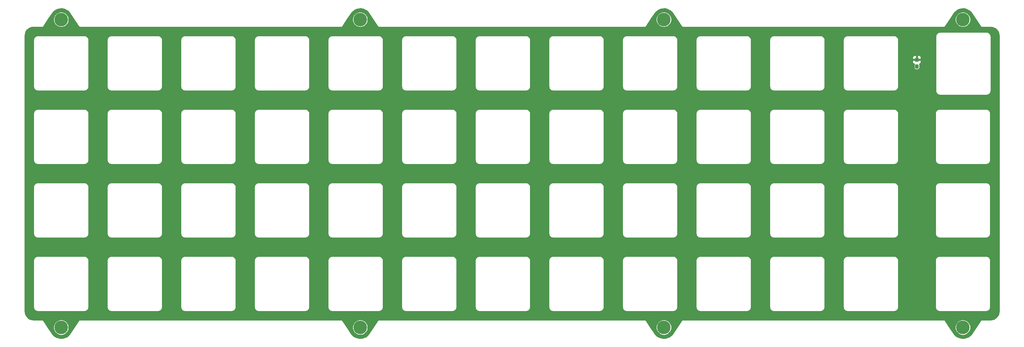
<source format=gbr>
G04 #@! TF.GenerationSoftware,KiCad,Pcbnew,(5.1.4-0)*
G04 #@! TF.CreationDate,2021-11-04T10:17:46-05:00*
G04 #@! TF.ProjectId,top_plate,746f705f-706c-4617-9465-2e6b69636164,rev?*
G04 #@! TF.SameCoordinates,Original*
G04 #@! TF.FileFunction,Copper,L2,Bot*
G04 #@! TF.FilePolarity,Positive*
%FSLAX46Y46*%
G04 Gerber Fmt 4.6, Leading zero omitted, Abs format (unit mm)*
G04 Created by KiCad (PCBNEW (5.1.4-0)) date 2021-11-04 10:17:46*
%MOMM*%
%LPD*%
G04 APERTURE LIST*
%ADD10C,3.500000*%
%ADD11C,0.100000*%
%ADD12C,0.950000*%
%ADD13C,0.500000*%
%ADD14C,0.250000*%
%ADD15C,0.254000*%
G04 APERTURE END LIST*
D10*
X389335890Y-118467340D03*
D11*
G36*
X377690449Y-50357604D02*
G01*
X377713504Y-50361023D01*
X377736113Y-50366687D01*
X377758057Y-50374539D01*
X377779127Y-50384504D01*
X377799118Y-50396486D01*
X377817838Y-50410370D01*
X377835108Y-50426022D01*
X377850760Y-50443292D01*
X377864644Y-50462012D01*
X377876626Y-50482003D01*
X377886591Y-50503073D01*
X377894443Y-50525017D01*
X377900107Y-50547626D01*
X377903526Y-50570681D01*
X377904670Y-50593960D01*
X377904670Y-51168960D01*
X377903526Y-51192239D01*
X377900107Y-51215294D01*
X377894443Y-51237903D01*
X377886591Y-51259847D01*
X377876626Y-51280917D01*
X377864644Y-51300908D01*
X377850760Y-51319628D01*
X377835108Y-51336898D01*
X377817838Y-51352550D01*
X377799118Y-51366434D01*
X377779127Y-51378416D01*
X377758057Y-51388381D01*
X377736113Y-51396233D01*
X377713504Y-51401897D01*
X377690449Y-51405316D01*
X377667170Y-51406460D01*
X377192170Y-51406460D01*
X377168891Y-51405316D01*
X377145836Y-51401897D01*
X377123227Y-51396233D01*
X377101283Y-51388381D01*
X377080213Y-51378416D01*
X377060222Y-51366434D01*
X377041502Y-51352550D01*
X377024232Y-51336898D01*
X377008580Y-51319628D01*
X376994696Y-51300908D01*
X376982714Y-51280917D01*
X376972749Y-51259847D01*
X376964897Y-51237903D01*
X376959233Y-51215294D01*
X376955814Y-51192239D01*
X376954670Y-51168960D01*
X376954670Y-50593960D01*
X376955814Y-50570681D01*
X376959233Y-50547626D01*
X376964897Y-50525017D01*
X376972749Y-50503073D01*
X376982714Y-50482003D01*
X376994696Y-50462012D01*
X377008580Y-50443292D01*
X377024232Y-50426022D01*
X377041502Y-50410370D01*
X377060222Y-50396486D01*
X377080213Y-50384504D01*
X377101283Y-50374539D01*
X377123227Y-50366687D01*
X377145836Y-50361023D01*
X377168891Y-50357604D01*
X377192170Y-50356460D01*
X377667170Y-50356460D01*
X377690449Y-50357604D01*
X377690449Y-50357604D01*
G37*
D12*
X377429670Y-50881460D03*
D11*
G36*
X377690449Y-48607604D02*
G01*
X377713504Y-48611023D01*
X377736113Y-48616687D01*
X377758057Y-48624539D01*
X377779127Y-48634504D01*
X377799118Y-48646486D01*
X377817838Y-48660370D01*
X377835108Y-48676022D01*
X377850760Y-48693292D01*
X377864644Y-48712012D01*
X377876626Y-48732003D01*
X377886591Y-48753073D01*
X377894443Y-48775017D01*
X377900107Y-48797626D01*
X377903526Y-48820681D01*
X377904670Y-48843960D01*
X377904670Y-49418960D01*
X377903526Y-49442239D01*
X377900107Y-49465294D01*
X377894443Y-49487903D01*
X377886591Y-49509847D01*
X377876626Y-49530917D01*
X377864644Y-49550908D01*
X377850760Y-49569628D01*
X377835108Y-49586898D01*
X377817838Y-49602550D01*
X377799118Y-49616434D01*
X377779127Y-49628416D01*
X377758057Y-49638381D01*
X377736113Y-49646233D01*
X377713504Y-49651897D01*
X377690449Y-49655316D01*
X377667170Y-49656460D01*
X377192170Y-49656460D01*
X377168891Y-49655316D01*
X377145836Y-49651897D01*
X377123227Y-49646233D01*
X377101283Y-49638381D01*
X377080213Y-49628416D01*
X377060222Y-49616434D01*
X377041502Y-49602550D01*
X377024232Y-49586898D01*
X377008580Y-49569628D01*
X376994696Y-49550908D01*
X376982714Y-49530917D01*
X376972749Y-49509847D01*
X376964897Y-49487903D01*
X376959233Y-49465294D01*
X376955814Y-49442239D01*
X376954670Y-49418960D01*
X376954670Y-48843960D01*
X376955814Y-48820681D01*
X376959233Y-48797626D01*
X376964897Y-48775017D01*
X376972749Y-48753073D01*
X376982714Y-48732003D01*
X376994696Y-48712012D01*
X377008580Y-48693292D01*
X377024232Y-48676022D01*
X377041502Y-48660370D01*
X377060222Y-48646486D01*
X377080213Y-48634504D01*
X377101283Y-48624539D01*
X377123227Y-48616687D01*
X377145836Y-48611023D01*
X377168891Y-48607604D01*
X377192170Y-48606460D01*
X377667170Y-48606460D01*
X377690449Y-48607604D01*
X377690449Y-48607604D01*
G37*
D12*
X377429670Y-49131460D03*
D10*
X155973586Y-38695532D03*
X155973586Y-118467340D03*
X233364146Y-38695532D03*
X233364146Y-118454889D03*
X311945330Y-38695532D03*
X311945330Y-118467340D03*
X389335890Y-38695532D03*
D13*
X377423410Y-47606460D03*
D14*
X377429670Y-47612720D02*
X377423410Y-47606460D01*
X377429670Y-49131460D02*
X377429670Y-47612720D01*
D15*
G36*
X390022269Y-35956524D02*
G01*
X390541200Y-36141998D01*
X391014230Y-36424737D01*
X391426172Y-36796534D01*
X391594850Y-37000413D01*
X393967650Y-40559613D01*
X393971217Y-40566286D01*
X393980245Y-40577287D01*
X393990099Y-40589319D01*
X393990161Y-40589370D01*
X393990211Y-40589431D01*
X394001879Y-40599007D01*
X394013224Y-40608338D01*
X394013292Y-40608374D01*
X394013356Y-40608427D01*
X394026740Y-40615581D01*
X394039615Y-40622480D01*
X394039691Y-40622503D01*
X394039762Y-40622541D01*
X394053551Y-40626723D01*
X394068258Y-40631202D01*
X394068343Y-40631210D01*
X394068414Y-40631232D01*
X394082193Y-40632589D01*
X394098052Y-40634168D01*
X394105603Y-40633432D01*
X396472194Y-40633456D01*
X396912491Y-40676628D01*
X397328859Y-40802336D01*
X397712883Y-41006524D01*
X398049932Y-41281415D01*
X398327169Y-41616537D01*
X398534036Y-41999129D01*
X398662648Y-42414608D01*
X398708864Y-42854321D01*
X398708895Y-42863246D01*
X398708894Y-114292705D01*
X398665722Y-114733002D01*
X398540012Y-115149373D01*
X398335824Y-115533395D01*
X398060935Y-115870441D01*
X397725813Y-116147679D01*
X397343220Y-116354547D01*
X396927742Y-116483158D01*
X396488030Y-116529374D01*
X396479104Y-116529405D01*
X396478011Y-116529516D01*
X394105820Y-116529516D01*
X394098280Y-116528781D01*
X394083317Y-116530270D01*
X394068637Y-116531716D01*
X394068564Y-116531738D01*
X394068485Y-116531746D01*
X394054039Y-116536144D01*
X394039985Y-116540407D01*
X394039918Y-116540443D01*
X394039842Y-116540466D01*
X394026499Y-116547615D01*
X394013579Y-116554521D01*
X394013520Y-116554570D01*
X394013450Y-116554607D01*
X394002387Y-116563706D01*
X393990434Y-116573516D01*
X393990383Y-116573579D01*
X393990325Y-116573626D01*
X393981091Y-116584900D01*
X393971439Y-116596661D01*
X393967868Y-116603342D01*
X391597126Y-120159182D01*
X391222861Y-120568084D01*
X390778912Y-120894582D01*
X390279997Y-121128635D01*
X389745127Y-121261321D01*
X389194668Y-121287592D01*
X388649591Y-121206444D01*
X388130657Y-121020969D01*
X387657630Y-120738231D01*
X387245684Y-120366430D01*
X387077013Y-120162559D01*
X385815085Y-118269668D01*
X387328890Y-118269668D01*
X387328890Y-118665012D01*
X387406018Y-119052760D01*
X387557310Y-119418011D01*
X387776951Y-119746728D01*
X388056502Y-120026279D01*
X388385219Y-120245920D01*
X388750470Y-120397212D01*
X389138218Y-120474340D01*
X389533562Y-120474340D01*
X389921310Y-120397212D01*
X390286561Y-120245920D01*
X390615278Y-120026279D01*
X390894829Y-119746728D01*
X391114470Y-119418011D01*
X391265762Y-119052760D01*
X391342890Y-118665012D01*
X391342890Y-118269668D01*
X391265762Y-117881920D01*
X391114470Y-117516669D01*
X390894829Y-117187952D01*
X390615278Y-116908401D01*
X390286561Y-116688760D01*
X389921310Y-116537468D01*
X389533562Y-116460340D01*
X389138218Y-116460340D01*
X388750470Y-116537468D01*
X388385219Y-116688760D01*
X388056502Y-116908401D01*
X387776951Y-117187952D01*
X387557310Y-117516669D01*
X387406018Y-117881920D01*
X387328890Y-118269668D01*
X385815085Y-118269668D01*
X384704217Y-116603367D01*
X384700643Y-116596681D01*
X384690970Y-116584895D01*
X384681760Y-116573649D01*
X384681701Y-116573600D01*
X384681648Y-116573536D01*
X384669937Y-116563925D01*
X384658636Y-116554630D01*
X384658565Y-116554592D01*
X384658503Y-116554541D01*
X384645512Y-116547597D01*
X384632245Y-116540488D01*
X384632166Y-116540464D01*
X384632097Y-116540427D01*
X384618442Y-116536285D01*
X384603601Y-116531766D01*
X384603516Y-116531758D01*
X384603445Y-116531736D01*
X384589666Y-116530379D01*
X384573807Y-116528800D01*
X384566255Y-116529536D01*
X316715450Y-116529421D01*
X316707913Y-116528686D01*
X316692991Y-116530171D01*
X316678265Y-116531621D01*
X316678194Y-116531643D01*
X316678119Y-116531650D01*
X316663728Y-116536030D01*
X316649613Y-116540312D01*
X316649548Y-116540347D01*
X316649475Y-116540369D01*
X316636264Y-116547447D01*
X316623207Y-116554426D01*
X316623149Y-116554474D01*
X316623083Y-116554509D01*
X316611539Y-116564002D01*
X316600062Y-116573421D01*
X316600015Y-116573478D01*
X316599957Y-116573526D01*
X316590010Y-116585670D01*
X316581067Y-116596566D01*
X316577503Y-116603234D01*
X314206535Y-120159064D01*
X313832266Y-120567970D01*
X313388317Y-120894468D01*
X312889402Y-121128521D01*
X312354532Y-121261207D01*
X311804073Y-121287478D01*
X311258996Y-121206330D01*
X310740062Y-121020855D01*
X310267035Y-120738117D01*
X309855089Y-120366316D01*
X309686418Y-120162445D01*
X308424566Y-118269668D01*
X309938330Y-118269668D01*
X309938330Y-118665012D01*
X310015458Y-119052760D01*
X310166750Y-119418011D01*
X310386391Y-119746728D01*
X310665942Y-120026279D01*
X310994659Y-120245920D01*
X311359910Y-120397212D01*
X311747658Y-120474340D01*
X312143002Y-120474340D01*
X312530750Y-120397212D01*
X312896001Y-120245920D01*
X313224718Y-120026279D01*
X313504269Y-119746728D01*
X313723910Y-119418011D01*
X313875202Y-119052760D01*
X313952330Y-118665012D01*
X313952330Y-118269668D01*
X313875202Y-117881920D01*
X313723910Y-117516669D01*
X313504269Y-117187952D01*
X313224718Y-116908401D01*
X312896001Y-116688760D01*
X312530750Y-116537468D01*
X312143002Y-116460340D01*
X311747658Y-116460340D01*
X311359910Y-116537468D01*
X310994659Y-116688760D01*
X310665942Y-116908401D01*
X310386391Y-117187952D01*
X310166750Y-117516669D01*
X310015458Y-117881920D01*
X309938330Y-118269668D01*
X308424566Y-118269668D01*
X307313619Y-116603249D01*
X307310047Y-116596566D01*
X307300461Y-116584886D01*
X307291165Y-116573535D01*
X307291105Y-116573486D01*
X307291052Y-116573421D01*
X307279242Y-116563728D01*
X307268041Y-116554516D01*
X307267971Y-116554478D01*
X307267907Y-116554426D01*
X307254576Y-116547300D01*
X307241650Y-116540374D01*
X307241573Y-116540351D01*
X307241501Y-116540312D01*
X307227250Y-116535989D01*
X307213006Y-116531652D01*
X307212924Y-116531644D01*
X307212849Y-116531621D01*
X307198212Y-116530179D01*
X307183212Y-116528686D01*
X307175670Y-116529421D01*
X238134049Y-116529536D01*
X238126502Y-116528800D01*
X238110663Y-116530376D01*
X238096853Y-116531736D01*
X238096786Y-116531756D01*
X238096708Y-116531764D01*
X238081662Y-116536344D01*
X238068201Y-116540427D01*
X238068139Y-116540460D01*
X238068064Y-116540483D01*
X238054486Y-116547758D01*
X238041795Y-116554541D01*
X238041738Y-116554587D01*
X238041672Y-116554623D01*
X238030017Y-116564207D01*
X238018650Y-116573536D01*
X238018603Y-116573593D01*
X238018546Y-116573640D01*
X238009014Y-116585277D01*
X237999655Y-116596681D01*
X237996090Y-116603351D01*
X235625124Y-120159178D01*
X235250855Y-120568084D01*
X234806906Y-120894582D01*
X234307991Y-121128635D01*
X233773121Y-121261321D01*
X233222662Y-121287592D01*
X232677585Y-121206444D01*
X232158651Y-121020969D01*
X231685624Y-120738231D01*
X231273678Y-120366430D01*
X231105007Y-120162559D01*
X229834779Y-118257217D01*
X231357146Y-118257217D01*
X231357146Y-118652561D01*
X231434274Y-119040309D01*
X231585566Y-119405560D01*
X231805207Y-119734277D01*
X232084758Y-120013828D01*
X232413475Y-120233469D01*
X232778726Y-120384761D01*
X233166474Y-120461889D01*
X233561818Y-120461889D01*
X233949566Y-120384761D01*
X234314817Y-120233469D01*
X234643534Y-120013828D01*
X234923085Y-119734277D01*
X235142726Y-119405560D01*
X235294018Y-119040309D01*
X235371146Y-118652561D01*
X235371146Y-118257217D01*
X235294018Y-117869469D01*
X235142726Y-117504218D01*
X234923085Y-117175501D01*
X234643534Y-116895950D01*
X234314817Y-116676309D01*
X233949566Y-116525017D01*
X233561818Y-116447889D01*
X233166474Y-116447889D01*
X232778726Y-116525017D01*
X232413475Y-116676309D01*
X232084758Y-116895950D01*
X231805207Y-117175501D01*
X231585566Y-117504218D01*
X231434274Y-117869469D01*
X231357146Y-118257217D01*
X229834779Y-118257217D01*
X228732211Y-116603367D01*
X228728637Y-116596681D01*
X228718964Y-116584895D01*
X228709754Y-116573649D01*
X228709695Y-116573600D01*
X228709642Y-116573536D01*
X228697931Y-116563925D01*
X228686630Y-116554630D01*
X228686559Y-116554592D01*
X228686497Y-116554541D01*
X228673506Y-116547597D01*
X228660239Y-116540488D01*
X228660160Y-116540464D01*
X228660091Y-116540427D01*
X228646436Y-116536285D01*
X228631595Y-116531766D01*
X228631510Y-116531758D01*
X228631439Y-116531736D01*
X228617660Y-116530379D01*
X228601801Y-116528800D01*
X228594249Y-116529536D01*
X160743706Y-116529421D01*
X160736169Y-116528686D01*
X160721247Y-116530171D01*
X160706521Y-116531621D01*
X160706450Y-116531643D01*
X160706375Y-116531650D01*
X160691984Y-116536030D01*
X160677869Y-116540312D01*
X160677804Y-116540347D01*
X160677731Y-116540369D01*
X160664520Y-116547447D01*
X160651463Y-116554426D01*
X160651405Y-116554474D01*
X160651339Y-116554509D01*
X160639795Y-116564002D01*
X160628318Y-116573421D01*
X160628271Y-116573478D01*
X160628213Y-116573526D01*
X160618266Y-116585670D01*
X160609323Y-116596566D01*
X160605759Y-116603234D01*
X158234791Y-120159064D01*
X157860522Y-120567970D01*
X157416573Y-120894468D01*
X156917658Y-121128521D01*
X156382788Y-121261207D01*
X155832329Y-121287478D01*
X155287252Y-121206330D01*
X154768318Y-121020855D01*
X154295291Y-120738117D01*
X153883345Y-120366316D01*
X153714674Y-120162445D01*
X152452822Y-118269668D01*
X153966586Y-118269668D01*
X153966586Y-118665012D01*
X154043714Y-119052760D01*
X154195006Y-119418011D01*
X154414647Y-119746728D01*
X154694198Y-120026279D01*
X155022915Y-120245920D01*
X155388166Y-120397212D01*
X155775914Y-120474340D01*
X156171258Y-120474340D01*
X156559006Y-120397212D01*
X156924257Y-120245920D01*
X157252974Y-120026279D01*
X157532525Y-119746728D01*
X157752166Y-119418011D01*
X157903458Y-119052760D01*
X157980586Y-118665012D01*
X157980586Y-118269668D01*
X157903458Y-117881920D01*
X157752166Y-117516669D01*
X157532525Y-117187952D01*
X157252974Y-116908401D01*
X156924257Y-116688760D01*
X156559006Y-116537468D01*
X156171258Y-116460340D01*
X155775914Y-116460340D01*
X155388166Y-116537468D01*
X155022915Y-116688760D01*
X154694198Y-116908401D01*
X154414647Y-117187952D01*
X154195006Y-117516669D01*
X154043714Y-117881920D01*
X153966586Y-118269668D01*
X152452822Y-118269668D01*
X151341897Y-116603283D01*
X151338349Y-116596635D01*
X151328675Y-116584834D01*
X151319421Y-116573535D01*
X151319393Y-116573512D01*
X151319366Y-116573479D01*
X151307535Y-116563759D01*
X151296297Y-116554516D01*
X151296261Y-116554497D01*
X151296231Y-116554472D01*
X151283393Y-116547601D01*
X151269906Y-116540374D01*
X151269867Y-116540362D01*
X151269833Y-116540344D01*
X151256014Y-116536144D01*
X151241262Y-116531652D01*
X151241221Y-116531648D01*
X151241185Y-116531637D01*
X151227819Y-116530314D01*
X151211468Y-116528686D01*
X151203957Y-116529418D01*
X148837332Y-116528149D01*
X148397229Y-116484996D01*
X147981092Y-116359357D01*
X147597288Y-116155285D01*
X147260433Y-115880552D01*
X146983353Y-115545621D01*
X146776602Y-115163243D01*
X146648062Y-114747998D01*
X146601872Y-114308531D01*
X146601842Y-114299872D01*
X146601822Y-113164161D01*
X148820530Y-113164161D01*
X148821224Y-113171203D01*
X148821180Y-113177458D01*
X148821387Y-113179570D01*
X148841788Y-113373667D01*
X148844557Y-113387157D01*
X148847139Y-113400694D01*
X148847753Y-113402725D01*
X148905465Y-113589163D01*
X148910790Y-113601830D01*
X148915964Y-113614637D01*
X148916960Y-113616511D01*
X149009785Y-113788187D01*
X149017484Y-113799602D01*
X149025033Y-113811137D01*
X149026374Y-113812782D01*
X149150778Y-113963159D01*
X149160573Y-113972886D01*
X149170193Y-113982710D01*
X149171828Y-113984063D01*
X149323070Y-114107413D01*
X149334550Y-114115040D01*
X149345912Y-114122820D01*
X149347778Y-114123829D01*
X149520101Y-114215454D01*
X149532844Y-114220707D01*
X149545500Y-114226131D01*
X149547527Y-114226759D01*
X149734363Y-114283168D01*
X149747923Y-114285853D01*
X149761353Y-114288708D01*
X149763463Y-114288930D01*
X149957697Y-114307975D01*
X149957708Y-114307975D01*
X149965068Y-114308700D01*
X161979992Y-114308700D01*
X161987034Y-114308006D01*
X161993288Y-114308050D01*
X161995400Y-114307843D01*
X162189497Y-114287442D01*
X162202987Y-114284673D01*
X162216524Y-114282091D01*
X162218553Y-114281478D01*
X162218559Y-114281476D01*
X162404993Y-114223765D01*
X162417660Y-114218440D01*
X162430467Y-114213266D01*
X162432341Y-114212270D01*
X162604017Y-114119445D01*
X162615432Y-114111746D01*
X162626967Y-114104197D01*
X162628612Y-114102856D01*
X162778989Y-113978452D01*
X162788716Y-113968657D01*
X162798540Y-113959037D01*
X162799893Y-113957402D01*
X162923243Y-113806160D01*
X162930870Y-113794680D01*
X162938650Y-113783318D01*
X162939659Y-113781452D01*
X163031284Y-113609129D01*
X163036537Y-113596386D01*
X163041961Y-113583730D01*
X163042589Y-113581703D01*
X163098998Y-113394867D01*
X163101683Y-113381307D01*
X163104538Y-113367877D01*
X163104760Y-113365767D01*
X163123805Y-113171533D01*
X163123805Y-113171522D01*
X163124530Y-113164162D01*
X163124530Y-113164161D01*
X167870610Y-113164161D01*
X167871304Y-113171203D01*
X167871260Y-113177458D01*
X167871467Y-113179570D01*
X167891868Y-113373667D01*
X167894637Y-113387157D01*
X167897219Y-113400694D01*
X167897833Y-113402725D01*
X167955545Y-113589163D01*
X167960870Y-113601830D01*
X167966044Y-113614637D01*
X167967040Y-113616511D01*
X168059865Y-113788187D01*
X168067564Y-113799602D01*
X168075113Y-113811137D01*
X168076454Y-113812782D01*
X168200858Y-113963159D01*
X168210653Y-113972886D01*
X168220273Y-113982710D01*
X168221908Y-113984063D01*
X168373150Y-114107413D01*
X168384630Y-114115040D01*
X168395992Y-114122820D01*
X168397858Y-114123829D01*
X168570181Y-114215454D01*
X168582924Y-114220707D01*
X168595580Y-114226131D01*
X168597607Y-114226759D01*
X168784443Y-114283168D01*
X168798003Y-114285853D01*
X168811433Y-114288708D01*
X168813543Y-114288930D01*
X169007777Y-114307975D01*
X169007788Y-114307975D01*
X169015148Y-114308700D01*
X181030072Y-114308700D01*
X181037114Y-114308006D01*
X181043368Y-114308050D01*
X181045480Y-114307843D01*
X181239577Y-114287442D01*
X181253067Y-114284673D01*
X181266604Y-114282091D01*
X181268633Y-114281478D01*
X181268639Y-114281476D01*
X181455073Y-114223765D01*
X181467740Y-114218440D01*
X181480547Y-114213266D01*
X181482421Y-114212270D01*
X181654097Y-114119445D01*
X181665512Y-114111746D01*
X181677047Y-114104197D01*
X181678692Y-114102856D01*
X181829069Y-113978452D01*
X181838796Y-113968657D01*
X181848620Y-113959037D01*
X181849973Y-113957402D01*
X181973323Y-113806160D01*
X181980950Y-113794680D01*
X181988730Y-113783318D01*
X181989739Y-113781452D01*
X182081364Y-113609129D01*
X182086617Y-113596386D01*
X182092041Y-113583730D01*
X182092669Y-113581703D01*
X182149078Y-113394867D01*
X182151763Y-113381307D01*
X182154618Y-113367877D01*
X182154840Y-113365767D01*
X182173885Y-113171533D01*
X182173885Y-113171522D01*
X182174610Y-113164162D01*
X182174610Y-113164161D01*
X186920690Y-113164161D01*
X186921384Y-113171203D01*
X186921340Y-113177458D01*
X186921547Y-113179570D01*
X186941948Y-113373667D01*
X186944717Y-113387157D01*
X186947299Y-113400694D01*
X186947913Y-113402725D01*
X187005625Y-113589163D01*
X187010950Y-113601830D01*
X187016124Y-113614637D01*
X187017120Y-113616511D01*
X187109945Y-113788187D01*
X187117644Y-113799602D01*
X187125193Y-113811137D01*
X187126534Y-113812782D01*
X187250938Y-113963159D01*
X187260733Y-113972886D01*
X187270353Y-113982710D01*
X187271988Y-113984063D01*
X187423230Y-114107413D01*
X187434710Y-114115040D01*
X187446072Y-114122820D01*
X187447938Y-114123829D01*
X187620261Y-114215454D01*
X187633004Y-114220707D01*
X187645660Y-114226131D01*
X187647687Y-114226759D01*
X187834523Y-114283168D01*
X187848083Y-114285853D01*
X187861513Y-114288708D01*
X187863623Y-114288930D01*
X188057857Y-114307975D01*
X188057868Y-114307975D01*
X188065228Y-114308700D01*
X200080152Y-114308700D01*
X200087194Y-114308006D01*
X200093448Y-114308050D01*
X200095560Y-114307843D01*
X200289657Y-114287442D01*
X200303147Y-114284673D01*
X200316684Y-114282091D01*
X200318713Y-114281478D01*
X200318719Y-114281476D01*
X200505153Y-114223765D01*
X200517820Y-114218440D01*
X200530627Y-114213266D01*
X200532501Y-114212270D01*
X200704177Y-114119445D01*
X200715592Y-114111746D01*
X200727127Y-114104197D01*
X200728772Y-114102856D01*
X200879149Y-113978452D01*
X200888876Y-113968657D01*
X200898700Y-113959037D01*
X200900053Y-113957402D01*
X201023403Y-113806160D01*
X201031030Y-113794680D01*
X201038810Y-113783318D01*
X201039819Y-113781452D01*
X201131444Y-113609129D01*
X201136697Y-113596386D01*
X201142121Y-113583730D01*
X201142749Y-113581703D01*
X201199158Y-113394867D01*
X201201843Y-113381307D01*
X201204698Y-113367877D01*
X201204920Y-113365767D01*
X201223965Y-113171533D01*
X201223965Y-113171522D01*
X201224690Y-113164162D01*
X201224690Y-113164161D01*
X205970770Y-113164161D01*
X205971464Y-113171203D01*
X205971420Y-113177458D01*
X205971627Y-113179570D01*
X205992028Y-113373667D01*
X205994797Y-113387157D01*
X205997379Y-113400694D01*
X205997993Y-113402725D01*
X206055705Y-113589163D01*
X206061030Y-113601830D01*
X206066204Y-113614637D01*
X206067200Y-113616511D01*
X206160025Y-113788187D01*
X206167724Y-113799602D01*
X206175273Y-113811137D01*
X206176614Y-113812782D01*
X206301018Y-113963159D01*
X206310813Y-113972886D01*
X206320433Y-113982710D01*
X206322068Y-113984063D01*
X206473310Y-114107413D01*
X206484790Y-114115040D01*
X206496152Y-114122820D01*
X206498018Y-114123829D01*
X206670341Y-114215454D01*
X206683084Y-114220707D01*
X206695740Y-114226131D01*
X206697767Y-114226759D01*
X206884603Y-114283168D01*
X206898163Y-114285853D01*
X206911593Y-114288708D01*
X206913703Y-114288930D01*
X207107937Y-114307975D01*
X207107948Y-114307975D01*
X207115308Y-114308700D01*
X219130232Y-114308700D01*
X219137274Y-114308006D01*
X219143528Y-114308050D01*
X219145640Y-114307843D01*
X219339737Y-114287442D01*
X219353227Y-114284673D01*
X219366764Y-114282091D01*
X219368793Y-114281478D01*
X219368799Y-114281476D01*
X219555233Y-114223765D01*
X219567900Y-114218440D01*
X219580707Y-114213266D01*
X219582581Y-114212270D01*
X219754257Y-114119445D01*
X219765672Y-114111746D01*
X219777207Y-114104197D01*
X219778852Y-114102856D01*
X219929229Y-113978452D01*
X219938956Y-113968657D01*
X219948780Y-113959037D01*
X219950133Y-113957402D01*
X220073483Y-113806160D01*
X220081110Y-113794680D01*
X220088890Y-113783318D01*
X220089899Y-113781452D01*
X220181524Y-113609129D01*
X220186777Y-113596386D01*
X220192201Y-113583730D01*
X220192829Y-113581703D01*
X220249238Y-113394867D01*
X220251923Y-113381307D01*
X220254778Y-113367877D01*
X220255000Y-113365767D01*
X220274045Y-113171533D01*
X220274045Y-113171522D01*
X220274770Y-113164162D01*
X220274770Y-113164161D01*
X225020850Y-113164161D01*
X225021544Y-113171203D01*
X225021500Y-113177458D01*
X225021707Y-113179570D01*
X225042108Y-113373667D01*
X225044877Y-113387157D01*
X225047459Y-113400694D01*
X225048073Y-113402725D01*
X225105785Y-113589163D01*
X225111110Y-113601830D01*
X225116284Y-113614637D01*
X225117280Y-113616511D01*
X225210105Y-113788187D01*
X225217804Y-113799602D01*
X225225353Y-113811137D01*
X225226694Y-113812782D01*
X225351098Y-113963159D01*
X225360893Y-113972886D01*
X225370513Y-113982710D01*
X225372148Y-113984063D01*
X225523390Y-114107413D01*
X225534870Y-114115040D01*
X225546232Y-114122820D01*
X225548098Y-114123829D01*
X225720421Y-114215454D01*
X225733164Y-114220707D01*
X225745820Y-114226131D01*
X225747847Y-114226759D01*
X225934683Y-114283168D01*
X225948243Y-114285853D01*
X225961673Y-114288708D01*
X225963783Y-114288930D01*
X226158017Y-114307975D01*
X226158028Y-114307975D01*
X226165388Y-114308700D01*
X238180312Y-114308700D01*
X238187354Y-114308006D01*
X238193608Y-114308050D01*
X238195720Y-114307843D01*
X238389817Y-114287442D01*
X238403307Y-114284673D01*
X238416844Y-114282091D01*
X238418873Y-114281478D01*
X238418879Y-114281476D01*
X238605313Y-114223765D01*
X238617980Y-114218440D01*
X238630787Y-114213266D01*
X238632661Y-114212270D01*
X238804337Y-114119445D01*
X238815752Y-114111746D01*
X238827287Y-114104197D01*
X238828932Y-114102856D01*
X238979309Y-113978452D01*
X238989036Y-113968657D01*
X238998860Y-113959037D01*
X239000213Y-113957402D01*
X239123563Y-113806160D01*
X239131190Y-113794680D01*
X239138970Y-113783318D01*
X239139979Y-113781452D01*
X239231604Y-113609129D01*
X239236857Y-113596386D01*
X239242281Y-113583730D01*
X239242909Y-113581703D01*
X239299318Y-113394867D01*
X239302003Y-113381307D01*
X239304858Y-113367877D01*
X239305080Y-113365767D01*
X239324125Y-113171533D01*
X239324125Y-113171522D01*
X239324850Y-113164162D01*
X239324850Y-113164161D01*
X244070930Y-113164161D01*
X244071624Y-113171203D01*
X244071580Y-113177458D01*
X244071787Y-113179570D01*
X244092188Y-113373667D01*
X244094957Y-113387157D01*
X244097539Y-113400694D01*
X244098153Y-113402725D01*
X244155865Y-113589163D01*
X244161190Y-113601830D01*
X244166364Y-113614637D01*
X244167360Y-113616511D01*
X244260185Y-113788187D01*
X244267884Y-113799602D01*
X244275433Y-113811137D01*
X244276774Y-113812782D01*
X244401178Y-113963159D01*
X244410973Y-113972886D01*
X244420593Y-113982710D01*
X244422228Y-113984063D01*
X244573470Y-114107413D01*
X244584950Y-114115040D01*
X244596312Y-114122820D01*
X244598178Y-114123829D01*
X244770501Y-114215454D01*
X244783244Y-114220707D01*
X244795900Y-114226131D01*
X244797927Y-114226759D01*
X244984763Y-114283168D01*
X244998323Y-114285853D01*
X245011753Y-114288708D01*
X245013863Y-114288930D01*
X245208097Y-114307975D01*
X245208108Y-114307975D01*
X245215468Y-114308700D01*
X257230392Y-114308700D01*
X257237434Y-114308006D01*
X257243688Y-114308050D01*
X257245800Y-114307843D01*
X257439897Y-114287442D01*
X257453387Y-114284673D01*
X257466924Y-114282091D01*
X257468953Y-114281478D01*
X257468959Y-114281476D01*
X257655393Y-114223765D01*
X257668060Y-114218440D01*
X257680867Y-114213266D01*
X257682741Y-114212270D01*
X257854417Y-114119445D01*
X257865832Y-114111746D01*
X257877367Y-114104197D01*
X257879012Y-114102856D01*
X258029389Y-113978452D01*
X258039116Y-113968657D01*
X258048940Y-113959037D01*
X258050293Y-113957402D01*
X258173643Y-113806160D01*
X258181270Y-113794680D01*
X258189050Y-113783318D01*
X258190059Y-113781452D01*
X258281684Y-113609129D01*
X258286937Y-113596386D01*
X258292361Y-113583730D01*
X258292989Y-113581703D01*
X258349398Y-113394867D01*
X258352083Y-113381307D01*
X258354938Y-113367877D01*
X258355160Y-113365767D01*
X258374205Y-113171533D01*
X258374205Y-113171522D01*
X258374930Y-113164162D01*
X258374930Y-113164161D01*
X263121010Y-113164161D01*
X263121704Y-113171203D01*
X263121660Y-113177458D01*
X263121867Y-113179570D01*
X263142268Y-113373667D01*
X263145037Y-113387157D01*
X263147619Y-113400694D01*
X263148233Y-113402725D01*
X263205945Y-113589163D01*
X263211270Y-113601830D01*
X263216444Y-113614637D01*
X263217440Y-113616511D01*
X263310265Y-113788187D01*
X263317964Y-113799602D01*
X263325513Y-113811137D01*
X263326854Y-113812782D01*
X263451258Y-113963159D01*
X263461053Y-113972886D01*
X263470673Y-113982710D01*
X263472308Y-113984063D01*
X263623550Y-114107413D01*
X263635030Y-114115040D01*
X263646392Y-114122820D01*
X263648258Y-114123829D01*
X263820581Y-114215454D01*
X263833324Y-114220707D01*
X263845980Y-114226131D01*
X263848007Y-114226759D01*
X264034843Y-114283168D01*
X264048403Y-114285853D01*
X264061833Y-114288708D01*
X264063943Y-114288930D01*
X264258177Y-114307975D01*
X264258188Y-114307975D01*
X264265548Y-114308700D01*
X276280472Y-114308700D01*
X276287514Y-114308006D01*
X276293768Y-114308050D01*
X276295880Y-114307843D01*
X276489977Y-114287442D01*
X276503467Y-114284673D01*
X276517004Y-114282091D01*
X276519033Y-114281478D01*
X276519039Y-114281476D01*
X276705473Y-114223765D01*
X276718140Y-114218440D01*
X276730947Y-114213266D01*
X276732821Y-114212270D01*
X276904497Y-114119445D01*
X276915912Y-114111746D01*
X276927447Y-114104197D01*
X276929092Y-114102856D01*
X277079469Y-113978452D01*
X277089196Y-113968657D01*
X277099020Y-113959037D01*
X277100373Y-113957402D01*
X277223723Y-113806160D01*
X277231350Y-113794680D01*
X277239130Y-113783318D01*
X277240139Y-113781452D01*
X277331764Y-113609129D01*
X277337017Y-113596386D01*
X277342441Y-113583730D01*
X277343069Y-113581703D01*
X277399478Y-113394867D01*
X277402163Y-113381307D01*
X277405018Y-113367877D01*
X277405240Y-113365767D01*
X277424285Y-113171533D01*
X277424285Y-113171522D01*
X277425010Y-113164162D01*
X277425010Y-113164161D01*
X282171090Y-113164161D01*
X282171784Y-113171203D01*
X282171740Y-113177458D01*
X282171947Y-113179570D01*
X282192348Y-113373667D01*
X282195117Y-113387157D01*
X282197699Y-113400694D01*
X282198313Y-113402725D01*
X282256025Y-113589163D01*
X282261350Y-113601830D01*
X282266524Y-113614637D01*
X282267520Y-113616511D01*
X282360345Y-113788187D01*
X282368044Y-113799602D01*
X282375593Y-113811137D01*
X282376934Y-113812782D01*
X282501338Y-113963159D01*
X282511133Y-113972886D01*
X282520753Y-113982710D01*
X282522388Y-113984063D01*
X282673630Y-114107413D01*
X282685110Y-114115040D01*
X282696472Y-114122820D01*
X282698338Y-114123829D01*
X282870661Y-114215454D01*
X282883404Y-114220707D01*
X282896060Y-114226131D01*
X282898087Y-114226759D01*
X283084923Y-114283168D01*
X283098483Y-114285853D01*
X283111913Y-114288708D01*
X283114023Y-114288930D01*
X283308257Y-114307975D01*
X283308268Y-114307975D01*
X283315628Y-114308700D01*
X295330552Y-114308700D01*
X295337594Y-114308006D01*
X295343848Y-114308050D01*
X295345960Y-114307843D01*
X295540057Y-114287442D01*
X295553547Y-114284673D01*
X295567084Y-114282091D01*
X295569113Y-114281478D01*
X295569119Y-114281476D01*
X295755553Y-114223765D01*
X295768220Y-114218440D01*
X295781027Y-114213266D01*
X295782901Y-114212270D01*
X295954577Y-114119445D01*
X295965992Y-114111746D01*
X295977527Y-114104197D01*
X295979172Y-114102856D01*
X296129549Y-113978452D01*
X296139276Y-113968657D01*
X296149100Y-113959037D01*
X296150453Y-113957402D01*
X296273803Y-113806160D01*
X296281430Y-113794680D01*
X296289210Y-113783318D01*
X296290219Y-113781452D01*
X296381844Y-113609129D01*
X296387097Y-113596386D01*
X296392521Y-113583730D01*
X296393149Y-113581703D01*
X296449558Y-113394867D01*
X296452243Y-113381307D01*
X296455098Y-113367877D01*
X296455320Y-113365767D01*
X296474365Y-113171533D01*
X296474365Y-113171522D01*
X296475090Y-113164162D01*
X296475090Y-113164161D01*
X301221170Y-113164161D01*
X301221864Y-113171203D01*
X301221820Y-113177458D01*
X301222027Y-113179570D01*
X301242428Y-113373667D01*
X301245197Y-113387157D01*
X301247779Y-113400694D01*
X301248393Y-113402725D01*
X301306105Y-113589163D01*
X301311430Y-113601830D01*
X301316604Y-113614637D01*
X301317600Y-113616511D01*
X301410425Y-113788187D01*
X301418124Y-113799602D01*
X301425673Y-113811137D01*
X301427014Y-113812782D01*
X301551418Y-113963159D01*
X301561213Y-113972886D01*
X301570833Y-113982710D01*
X301572468Y-113984063D01*
X301723710Y-114107413D01*
X301735190Y-114115040D01*
X301746552Y-114122820D01*
X301748418Y-114123829D01*
X301920741Y-114215454D01*
X301933484Y-114220707D01*
X301946140Y-114226131D01*
X301948167Y-114226759D01*
X302135003Y-114283168D01*
X302148563Y-114285853D01*
X302161993Y-114288708D01*
X302164103Y-114288930D01*
X302358337Y-114307975D01*
X302358348Y-114307975D01*
X302365708Y-114308700D01*
X314380632Y-114308700D01*
X314387674Y-114308006D01*
X314393928Y-114308050D01*
X314396040Y-114307843D01*
X314590137Y-114287442D01*
X314603627Y-114284673D01*
X314617164Y-114282091D01*
X314619193Y-114281478D01*
X314619199Y-114281476D01*
X314805633Y-114223765D01*
X314818300Y-114218440D01*
X314831107Y-114213266D01*
X314832981Y-114212270D01*
X315004657Y-114119445D01*
X315016072Y-114111746D01*
X315027607Y-114104197D01*
X315029252Y-114102856D01*
X315179629Y-113978452D01*
X315189356Y-113968657D01*
X315199180Y-113959037D01*
X315200533Y-113957402D01*
X315323883Y-113806160D01*
X315331510Y-113794680D01*
X315339290Y-113783318D01*
X315340299Y-113781452D01*
X315431924Y-113609129D01*
X315437177Y-113596386D01*
X315442601Y-113583730D01*
X315443229Y-113581703D01*
X315499638Y-113394867D01*
X315502323Y-113381307D01*
X315505178Y-113367877D01*
X315505400Y-113365767D01*
X315524445Y-113171533D01*
X315524445Y-113171522D01*
X315525170Y-113164162D01*
X315525170Y-113164161D01*
X320271250Y-113164161D01*
X320271944Y-113171203D01*
X320271900Y-113177458D01*
X320272107Y-113179570D01*
X320292508Y-113373667D01*
X320295277Y-113387157D01*
X320297859Y-113400694D01*
X320298473Y-113402725D01*
X320356185Y-113589163D01*
X320361510Y-113601830D01*
X320366684Y-113614637D01*
X320367680Y-113616511D01*
X320460505Y-113788187D01*
X320468204Y-113799602D01*
X320475753Y-113811137D01*
X320477094Y-113812782D01*
X320601498Y-113963159D01*
X320611293Y-113972886D01*
X320620913Y-113982710D01*
X320622548Y-113984063D01*
X320773790Y-114107413D01*
X320785270Y-114115040D01*
X320796632Y-114122820D01*
X320798498Y-114123829D01*
X320970821Y-114215454D01*
X320983564Y-114220707D01*
X320996220Y-114226131D01*
X320998247Y-114226759D01*
X321185083Y-114283168D01*
X321198643Y-114285853D01*
X321212073Y-114288708D01*
X321214183Y-114288930D01*
X321408417Y-114307975D01*
X321408428Y-114307975D01*
X321415788Y-114308700D01*
X333430712Y-114308700D01*
X333437754Y-114308006D01*
X333444008Y-114308050D01*
X333446120Y-114307843D01*
X333640217Y-114287442D01*
X333653707Y-114284673D01*
X333667244Y-114282091D01*
X333669273Y-114281478D01*
X333669279Y-114281476D01*
X333855713Y-114223765D01*
X333868380Y-114218440D01*
X333881187Y-114213266D01*
X333883061Y-114212270D01*
X334054737Y-114119445D01*
X334066152Y-114111746D01*
X334077687Y-114104197D01*
X334079332Y-114102856D01*
X334229709Y-113978452D01*
X334239436Y-113968657D01*
X334249260Y-113959037D01*
X334250613Y-113957402D01*
X334373963Y-113806160D01*
X334381590Y-113794680D01*
X334389370Y-113783318D01*
X334390379Y-113781452D01*
X334482004Y-113609129D01*
X334487257Y-113596386D01*
X334492681Y-113583730D01*
X334493309Y-113581703D01*
X334549718Y-113394867D01*
X334552403Y-113381307D01*
X334555258Y-113367877D01*
X334555480Y-113365767D01*
X334574525Y-113171533D01*
X334574525Y-113171522D01*
X334574925Y-113167461D01*
X339321330Y-113167461D01*
X339322024Y-113174503D01*
X339321980Y-113180758D01*
X339322187Y-113182870D01*
X339342588Y-113376967D01*
X339345357Y-113390457D01*
X339347939Y-113403994D01*
X339348553Y-113406025D01*
X339406265Y-113592463D01*
X339411590Y-113605130D01*
X339416764Y-113617937D01*
X339417760Y-113619811D01*
X339510585Y-113791487D01*
X339518284Y-113802902D01*
X339525833Y-113814437D01*
X339527174Y-113816082D01*
X339651578Y-113966459D01*
X339661373Y-113976186D01*
X339670993Y-113986010D01*
X339672628Y-113987363D01*
X339823870Y-114110713D01*
X339835350Y-114118340D01*
X339846712Y-114126120D01*
X339848578Y-114127129D01*
X340020901Y-114218754D01*
X340033644Y-114224007D01*
X340046300Y-114229431D01*
X340048327Y-114230059D01*
X340235163Y-114286468D01*
X340248723Y-114289153D01*
X340262153Y-114292008D01*
X340264263Y-114292230D01*
X340458497Y-114311275D01*
X340458508Y-114311275D01*
X340465868Y-114312000D01*
X352480792Y-114312000D01*
X352487834Y-114311306D01*
X352494088Y-114311350D01*
X352496200Y-114311143D01*
X352690297Y-114290742D01*
X352703787Y-114287973D01*
X352717324Y-114285391D01*
X352719353Y-114284778D01*
X352719359Y-114284776D01*
X352905793Y-114227065D01*
X352918460Y-114221740D01*
X352931267Y-114216566D01*
X352933141Y-114215570D01*
X353104817Y-114122745D01*
X353116232Y-114115046D01*
X353127767Y-114107497D01*
X353129412Y-114106156D01*
X353279789Y-113981752D01*
X353289516Y-113971957D01*
X353299340Y-113962337D01*
X353300693Y-113960702D01*
X353424043Y-113809460D01*
X353431670Y-113797980D01*
X353439450Y-113786618D01*
X353440459Y-113784752D01*
X353532084Y-113612429D01*
X353537337Y-113599686D01*
X353542761Y-113587030D01*
X353543389Y-113585003D01*
X353599798Y-113398167D01*
X353602483Y-113384607D01*
X353605338Y-113371177D01*
X353605560Y-113369067D01*
X353624605Y-113174833D01*
X353624605Y-113174822D01*
X353625330Y-113167462D01*
X353625330Y-113164161D01*
X358371410Y-113164161D01*
X358372104Y-113171203D01*
X358372060Y-113177458D01*
X358372267Y-113179570D01*
X358392668Y-113373667D01*
X358395437Y-113387157D01*
X358398019Y-113400694D01*
X358398633Y-113402725D01*
X358456345Y-113589163D01*
X358461670Y-113601830D01*
X358466844Y-113614637D01*
X358467840Y-113616511D01*
X358560665Y-113788187D01*
X358568364Y-113799602D01*
X358575913Y-113811137D01*
X358577254Y-113812782D01*
X358701658Y-113963159D01*
X358711453Y-113972886D01*
X358721073Y-113982710D01*
X358722708Y-113984063D01*
X358873950Y-114107413D01*
X358885430Y-114115040D01*
X358896792Y-114122820D01*
X358898658Y-114123829D01*
X359070981Y-114215454D01*
X359083724Y-114220707D01*
X359096380Y-114226131D01*
X359098407Y-114226759D01*
X359285243Y-114283168D01*
X359298803Y-114285853D01*
X359312233Y-114288708D01*
X359314343Y-114288930D01*
X359508577Y-114307975D01*
X359508588Y-114307975D01*
X359515948Y-114308700D01*
X371530872Y-114308700D01*
X371537914Y-114308006D01*
X371544168Y-114308050D01*
X371546280Y-114307843D01*
X371740377Y-114287442D01*
X371753867Y-114284673D01*
X371767404Y-114282091D01*
X371769433Y-114281478D01*
X371769439Y-114281476D01*
X371955873Y-114223765D01*
X371968540Y-114218440D01*
X371981347Y-114213266D01*
X371983221Y-114212270D01*
X372154897Y-114119445D01*
X372166312Y-114111746D01*
X372177847Y-114104197D01*
X372179492Y-114102856D01*
X372329869Y-113978452D01*
X372339596Y-113968657D01*
X372349420Y-113959037D01*
X372350773Y-113957402D01*
X372474123Y-113806160D01*
X372481750Y-113794680D01*
X372489530Y-113783318D01*
X372490539Y-113781452D01*
X372582164Y-113609129D01*
X372587417Y-113596386D01*
X372592841Y-113583730D01*
X372593469Y-113581703D01*
X372649878Y-113394867D01*
X372652563Y-113381307D01*
X372655418Y-113367877D01*
X372655640Y-113365767D01*
X372674685Y-113171533D01*
X372674685Y-113171522D01*
X372675410Y-113164162D01*
X372675410Y-113164161D01*
X382184010Y-113164161D01*
X382184704Y-113171203D01*
X382184660Y-113177458D01*
X382184867Y-113179570D01*
X382205268Y-113373667D01*
X382208037Y-113387157D01*
X382210619Y-113400694D01*
X382211233Y-113402725D01*
X382268945Y-113589163D01*
X382274270Y-113601830D01*
X382279444Y-113614637D01*
X382280440Y-113616511D01*
X382373265Y-113788187D01*
X382380964Y-113799602D01*
X382388513Y-113811137D01*
X382389854Y-113812782D01*
X382514258Y-113963159D01*
X382524053Y-113972886D01*
X382533673Y-113982710D01*
X382535308Y-113984063D01*
X382686550Y-114107413D01*
X382698030Y-114115040D01*
X382709392Y-114122820D01*
X382711258Y-114123829D01*
X382883581Y-114215454D01*
X382896324Y-114220707D01*
X382908980Y-114226131D01*
X382911007Y-114226759D01*
X383097843Y-114283168D01*
X383111403Y-114285853D01*
X383124833Y-114288708D01*
X383126943Y-114288930D01*
X383321177Y-114307975D01*
X383321188Y-114307975D01*
X383328548Y-114308700D01*
X395343472Y-114308700D01*
X395350514Y-114308006D01*
X395356768Y-114308050D01*
X395358880Y-114307843D01*
X395552977Y-114287442D01*
X395566467Y-114284673D01*
X395580004Y-114282091D01*
X395582033Y-114281478D01*
X395582039Y-114281476D01*
X395768473Y-114223765D01*
X395781140Y-114218440D01*
X395793947Y-114213266D01*
X395795821Y-114212270D01*
X395967497Y-114119445D01*
X395978912Y-114111746D01*
X395990447Y-114104197D01*
X395992092Y-114102856D01*
X396142469Y-113978452D01*
X396152196Y-113968657D01*
X396162020Y-113959037D01*
X396163373Y-113957402D01*
X396286723Y-113806160D01*
X396294350Y-113794680D01*
X396302130Y-113783318D01*
X396303139Y-113781452D01*
X396394764Y-113609129D01*
X396400017Y-113596386D01*
X396405441Y-113583730D01*
X396406069Y-113581703D01*
X396462478Y-113394867D01*
X396465163Y-113381307D01*
X396468018Y-113367877D01*
X396468240Y-113365767D01*
X396487285Y-113171533D01*
X396487285Y-113171522D01*
X396488010Y-113164162D01*
X396488010Y-101149238D01*
X396487316Y-101142196D01*
X396487360Y-101135942D01*
X396487153Y-101133830D01*
X396466752Y-100939733D01*
X396463977Y-100926212D01*
X396461400Y-100912706D01*
X396460787Y-100910674D01*
X396403075Y-100724237D01*
X396397750Y-100711570D01*
X396392576Y-100698763D01*
X396391580Y-100696889D01*
X396298755Y-100525212D01*
X396291044Y-100513780D01*
X396283507Y-100502263D01*
X396282166Y-100500618D01*
X396157762Y-100350240D01*
X396147948Y-100340495D01*
X396138347Y-100330690D01*
X396136712Y-100329337D01*
X395985470Y-100205987D01*
X395973964Y-100198343D01*
X395962628Y-100190581D01*
X395960762Y-100189571D01*
X395788440Y-100097946D01*
X395775682Y-100092688D01*
X395763040Y-100087269D01*
X395761013Y-100086641D01*
X395574177Y-100030232D01*
X395560642Y-100027552D01*
X395547187Y-100024692D01*
X395545076Y-100024470D01*
X395350843Y-100005425D01*
X395350832Y-100005425D01*
X395343472Y-100004700D01*
X383328548Y-100004700D01*
X383321506Y-100005394D01*
X383315252Y-100005350D01*
X383313140Y-100005557D01*
X383119043Y-100025958D01*
X383105522Y-100028733D01*
X383092016Y-100031310D01*
X383089984Y-100031923D01*
X382903547Y-100089635D01*
X382890880Y-100094960D01*
X382878073Y-100100134D01*
X382876199Y-100101130D01*
X382704522Y-100193955D01*
X382693090Y-100201666D01*
X382681573Y-100209203D01*
X382679928Y-100210544D01*
X382529550Y-100334948D01*
X382519805Y-100344762D01*
X382510000Y-100354363D01*
X382508647Y-100355998D01*
X382385297Y-100507240D01*
X382377653Y-100518746D01*
X382369891Y-100530082D01*
X382368881Y-100531948D01*
X382277256Y-100704270D01*
X382271998Y-100717028D01*
X382266579Y-100729670D01*
X382265951Y-100731697D01*
X382209542Y-100918533D01*
X382206862Y-100932068D01*
X382204002Y-100945523D01*
X382203780Y-100947634D01*
X382184735Y-101141867D01*
X382184735Y-101141888D01*
X382184011Y-101149238D01*
X382184010Y-113164161D01*
X372675410Y-113164161D01*
X372675410Y-101149238D01*
X372674716Y-101142196D01*
X372674760Y-101135942D01*
X372674553Y-101133830D01*
X372654152Y-100939733D01*
X372651377Y-100926212D01*
X372648800Y-100912706D01*
X372648187Y-100910674D01*
X372590475Y-100724237D01*
X372585150Y-100711570D01*
X372579976Y-100698763D01*
X372578980Y-100696889D01*
X372486155Y-100525212D01*
X372478444Y-100513780D01*
X372470907Y-100502263D01*
X372469566Y-100500618D01*
X372345162Y-100350240D01*
X372335348Y-100340495D01*
X372325747Y-100330690D01*
X372324112Y-100329337D01*
X372172870Y-100205987D01*
X372161364Y-100198343D01*
X372150028Y-100190581D01*
X372148162Y-100189571D01*
X371975840Y-100097946D01*
X371963082Y-100092688D01*
X371950440Y-100087269D01*
X371948413Y-100086641D01*
X371761577Y-100030232D01*
X371748042Y-100027552D01*
X371734587Y-100024692D01*
X371732476Y-100024470D01*
X371538243Y-100005425D01*
X371538232Y-100005425D01*
X371530872Y-100004700D01*
X359515948Y-100004700D01*
X359508906Y-100005394D01*
X359502652Y-100005350D01*
X359500540Y-100005557D01*
X359306443Y-100025958D01*
X359292922Y-100028733D01*
X359279416Y-100031310D01*
X359277384Y-100031923D01*
X359090947Y-100089635D01*
X359078280Y-100094960D01*
X359065473Y-100100134D01*
X359063599Y-100101130D01*
X358891922Y-100193955D01*
X358880490Y-100201666D01*
X358868973Y-100209203D01*
X358867328Y-100210544D01*
X358716950Y-100334948D01*
X358707205Y-100344762D01*
X358697400Y-100354363D01*
X358696047Y-100355998D01*
X358572697Y-100507240D01*
X358565053Y-100518746D01*
X358557291Y-100530082D01*
X358556281Y-100531948D01*
X358464656Y-100704270D01*
X358459398Y-100717028D01*
X358453979Y-100729670D01*
X358453351Y-100731697D01*
X358396942Y-100918533D01*
X358394262Y-100932068D01*
X358391402Y-100945523D01*
X358391180Y-100947634D01*
X358372135Y-101141867D01*
X358372135Y-101141888D01*
X358371411Y-101149238D01*
X358371410Y-113164161D01*
X353625330Y-113164161D01*
X353625330Y-101152538D01*
X353624636Y-101145496D01*
X353624680Y-101139242D01*
X353624473Y-101137130D01*
X353604072Y-100943033D01*
X353601297Y-100929512D01*
X353598720Y-100916006D01*
X353598107Y-100913974D01*
X353540395Y-100727537D01*
X353535070Y-100714870D01*
X353529896Y-100702063D01*
X353528900Y-100700189D01*
X353436075Y-100528512D01*
X353428364Y-100517080D01*
X353420827Y-100505563D01*
X353419486Y-100503918D01*
X353295082Y-100353540D01*
X353285268Y-100343795D01*
X353275667Y-100333990D01*
X353274032Y-100332637D01*
X353122790Y-100209287D01*
X353111284Y-100201643D01*
X353099948Y-100193881D01*
X353098082Y-100192871D01*
X352925760Y-100101246D01*
X352913002Y-100095988D01*
X352900360Y-100090569D01*
X352898333Y-100089941D01*
X352711497Y-100033532D01*
X352697962Y-100030852D01*
X352684507Y-100027992D01*
X352682396Y-100027770D01*
X352488163Y-100008725D01*
X352488152Y-100008725D01*
X352480792Y-100008000D01*
X340465868Y-100008000D01*
X340458826Y-100008694D01*
X340452572Y-100008650D01*
X340450460Y-100008857D01*
X340256363Y-100029258D01*
X340242842Y-100032033D01*
X340229336Y-100034610D01*
X340227304Y-100035223D01*
X340040867Y-100092935D01*
X340028200Y-100098260D01*
X340015393Y-100103434D01*
X340013519Y-100104430D01*
X339841842Y-100197255D01*
X339830410Y-100204966D01*
X339818893Y-100212503D01*
X339817248Y-100213844D01*
X339666870Y-100338248D01*
X339657125Y-100348062D01*
X339647320Y-100357663D01*
X339645967Y-100359298D01*
X339522617Y-100510540D01*
X339514973Y-100522046D01*
X339507211Y-100533382D01*
X339506201Y-100535248D01*
X339414576Y-100707570D01*
X339409318Y-100720328D01*
X339403899Y-100732970D01*
X339403271Y-100734997D01*
X339346862Y-100921833D01*
X339344182Y-100935368D01*
X339341322Y-100948823D01*
X339341100Y-100950934D01*
X339322055Y-101145167D01*
X339322055Y-101145188D01*
X339321331Y-101152538D01*
X339321330Y-113167461D01*
X334574925Y-113167461D01*
X334575250Y-113164162D01*
X334575250Y-101149238D01*
X334574556Y-101142196D01*
X334574600Y-101135942D01*
X334574393Y-101133830D01*
X334553992Y-100939733D01*
X334551217Y-100926212D01*
X334548640Y-100912706D01*
X334548027Y-100910674D01*
X334490315Y-100724237D01*
X334484990Y-100711570D01*
X334479816Y-100698763D01*
X334478820Y-100696889D01*
X334385995Y-100525212D01*
X334378284Y-100513780D01*
X334370747Y-100502263D01*
X334369406Y-100500618D01*
X334245002Y-100350240D01*
X334235188Y-100340495D01*
X334225587Y-100330690D01*
X334223952Y-100329337D01*
X334072710Y-100205987D01*
X334061204Y-100198343D01*
X334049868Y-100190581D01*
X334048002Y-100189571D01*
X333875680Y-100097946D01*
X333862922Y-100092688D01*
X333850280Y-100087269D01*
X333848253Y-100086641D01*
X333661417Y-100030232D01*
X333647882Y-100027552D01*
X333634427Y-100024692D01*
X333632316Y-100024470D01*
X333438083Y-100005425D01*
X333438072Y-100005425D01*
X333430712Y-100004700D01*
X321415788Y-100004700D01*
X321408746Y-100005394D01*
X321402492Y-100005350D01*
X321400380Y-100005557D01*
X321206283Y-100025958D01*
X321192762Y-100028733D01*
X321179256Y-100031310D01*
X321177224Y-100031923D01*
X320990787Y-100089635D01*
X320978120Y-100094960D01*
X320965313Y-100100134D01*
X320963439Y-100101130D01*
X320791762Y-100193955D01*
X320780330Y-100201666D01*
X320768813Y-100209203D01*
X320767168Y-100210544D01*
X320616790Y-100334948D01*
X320607045Y-100344762D01*
X320597240Y-100354363D01*
X320595887Y-100355998D01*
X320472537Y-100507240D01*
X320464893Y-100518746D01*
X320457131Y-100530082D01*
X320456121Y-100531948D01*
X320364496Y-100704270D01*
X320359238Y-100717028D01*
X320353819Y-100729670D01*
X320353191Y-100731697D01*
X320296782Y-100918533D01*
X320294102Y-100932068D01*
X320291242Y-100945523D01*
X320291020Y-100947634D01*
X320271975Y-101141867D01*
X320271975Y-101141888D01*
X320271251Y-101149238D01*
X320271250Y-113164161D01*
X315525170Y-113164161D01*
X315525170Y-101149238D01*
X315524476Y-101142196D01*
X315524520Y-101135942D01*
X315524313Y-101133830D01*
X315503912Y-100939733D01*
X315501137Y-100926212D01*
X315498560Y-100912706D01*
X315497947Y-100910674D01*
X315440235Y-100724237D01*
X315434910Y-100711570D01*
X315429736Y-100698763D01*
X315428740Y-100696889D01*
X315335915Y-100525212D01*
X315328204Y-100513780D01*
X315320667Y-100502263D01*
X315319326Y-100500618D01*
X315194922Y-100350240D01*
X315185108Y-100340495D01*
X315175507Y-100330690D01*
X315173872Y-100329337D01*
X315022630Y-100205987D01*
X315011124Y-100198343D01*
X314999788Y-100190581D01*
X314997922Y-100189571D01*
X314825600Y-100097946D01*
X314812842Y-100092688D01*
X314800200Y-100087269D01*
X314798173Y-100086641D01*
X314611337Y-100030232D01*
X314597802Y-100027552D01*
X314584347Y-100024692D01*
X314582236Y-100024470D01*
X314388003Y-100005425D01*
X314387992Y-100005425D01*
X314380632Y-100004700D01*
X302365708Y-100004700D01*
X302358666Y-100005394D01*
X302352412Y-100005350D01*
X302350300Y-100005557D01*
X302156203Y-100025958D01*
X302142682Y-100028733D01*
X302129176Y-100031310D01*
X302127144Y-100031923D01*
X301940707Y-100089635D01*
X301928040Y-100094960D01*
X301915233Y-100100134D01*
X301913359Y-100101130D01*
X301741682Y-100193955D01*
X301730250Y-100201666D01*
X301718733Y-100209203D01*
X301717088Y-100210544D01*
X301566710Y-100334948D01*
X301556965Y-100344762D01*
X301547160Y-100354363D01*
X301545807Y-100355998D01*
X301422457Y-100507240D01*
X301414813Y-100518746D01*
X301407051Y-100530082D01*
X301406041Y-100531948D01*
X301314416Y-100704270D01*
X301309158Y-100717028D01*
X301303739Y-100729670D01*
X301303111Y-100731697D01*
X301246702Y-100918533D01*
X301244022Y-100932068D01*
X301241162Y-100945523D01*
X301240940Y-100947634D01*
X301221895Y-101141867D01*
X301221895Y-101141888D01*
X301221171Y-101149238D01*
X301221170Y-113164161D01*
X296475090Y-113164161D01*
X296475090Y-101149238D01*
X296474396Y-101142196D01*
X296474440Y-101135942D01*
X296474233Y-101133830D01*
X296453832Y-100939733D01*
X296451057Y-100926212D01*
X296448480Y-100912706D01*
X296447867Y-100910674D01*
X296390155Y-100724237D01*
X296384830Y-100711570D01*
X296379656Y-100698763D01*
X296378660Y-100696889D01*
X296285835Y-100525212D01*
X296278124Y-100513780D01*
X296270587Y-100502263D01*
X296269246Y-100500618D01*
X296144842Y-100350240D01*
X296135028Y-100340495D01*
X296125427Y-100330690D01*
X296123792Y-100329337D01*
X295972550Y-100205987D01*
X295961044Y-100198343D01*
X295949708Y-100190581D01*
X295947842Y-100189571D01*
X295775520Y-100097946D01*
X295762762Y-100092688D01*
X295750120Y-100087269D01*
X295748093Y-100086641D01*
X295561257Y-100030232D01*
X295547722Y-100027552D01*
X295534267Y-100024692D01*
X295532156Y-100024470D01*
X295337923Y-100005425D01*
X295337912Y-100005425D01*
X295330552Y-100004700D01*
X283315628Y-100004700D01*
X283308586Y-100005394D01*
X283302332Y-100005350D01*
X283300220Y-100005557D01*
X283106123Y-100025958D01*
X283092602Y-100028733D01*
X283079096Y-100031310D01*
X283077064Y-100031923D01*
X282890627Y-100089635D01*
X282877960Y-100094960D01*
X282865153Y-100100134D01*
X282863279Y-100101130D01*
X282691602Y-100193955D01*
X282680170Y-100201666D01*
X282668653Y-100209203D01*
X282667008Y-100210544D01*
X282516630Y-100334948D01*
X282506885Y-100344762D01*
X282497080Y-100354363D01*
X282495727Y-100355998D01*
X282372377Y-100507240D01*
X282364733Y-100518746D01*
X282356971Y-100530082D01*
X282355961Y-100531948D01*
X282264336Y-100704270D01*
X282259078Y-100717028D01*
X282253659Y-100729670D01*
X282253031Y-100731697D01*
X282196622Y-100918533D01*
X282193942Y-100932068D01*
X282191082Y-100945523D01*
X282190860Y-100947634D01*
X282171815Y-101141867D01*
X282171815Y-101141888D01*
X282171091Y-101149238D01*
X282171090Y-113164161D01*
X277425010Y-113164161D01*
X277425010Y-101149238D01*
X277424316Y-101142196D01*
X277424360Y-101135942D01*
X277424153Y-101133830D01*
X277403752Y-100939733D01*
X277400977Y-100926212D01*
X277398400Y-100912706D01*
X277397787Y-100910674D01*
X277340075Y-100724237D01*
X277334750Y-100711570D01*
X277329576Y-100698763D01*
X277328580Y-100696889D01*
X277235755Y-100525212D01*
X277228044Y-100513780D01*
X277220507Y-100502263D01*
X277219166Y-100500618D01*
X277094762Y-100350240D01*
X277084948Y-100340495D01*
X277075347Y-100330690D01*
X277073712Y-100329337D01*
X276922470Y-100205987D01*
X276910964Y-100198343D01*
X276899628Y-100190581D01*
X276897762Y-100189571D01*
X276725440Y-100097946D01*
X276712682Y-100092688D01*
X276700040Y-100087269D01*
X276698013Y-100086641D01*
X276511177Y-100030232D01*
X276497642Y-100027552D01*
X276484187Y-100024692D01*
X276482076Y-100024470D01*
X276287843Y-100005425D01*
X276287832Y-100005425D01*
X276280472Y-100004700D01*
X264265548Y-100004700D01*
X264258506Y-100005394D01*
X264252252Y-100005350D01*
X264250140Y-100005557D01*
X264056043Y-100025958D01*
X264042522Y-100028733D01*
X264029016Y-100031310D01*
X264026984Y-100031923D01*
X263840547Y-100089635D01*
X263827880Y-100094960D01*
X263815073Y-100100134D01*
X263813199Y-100101130D01*
X263641522Y-100193955D01*
X263630090Y-100201666D01*
X263618573Y-100209203D01*
X263616928Y-100210544D01*
X263466550Y-100334948D01*
X263456805Y-100344762D01*
X263447000Y-100354363D01*
X263445647Y-100355998D01*
X263322297Y-100507240D01*
X263314653Y-100518746D01*
X263306891Y-100530082D01*
X263305881Y-100531948D01*
X263214256Y-100704270D01*
X263208998Y-100717028D01*
X263203579Y-100729670D01*
X263202951Y-100731697D01*
X263146542Y-100918533D01*
X263143862Y-100932068D01*
X263141002Y-100945523D01*
X263140780Y-100947634D01*
X263121735Y-101141867D01*
X263121735Y-101141888D01*
X263121011Y-101149238D01*
X263121010Y-113164161D01*
X258374930Y-113164161D01*
X258374930Y-101149238D01*
X258374236Y-101142196D01*
X258374280Y-101135942D01*
X258374073Y-101133830D01*
X258353672Y-100939733D01*
X258350897Y-100926212D01*
X258348320Y-100912706D01*
X258347707Y-100910674D01*
X258289995Y-100724237D01*
X258284670Y-100711570D01*
X258279496Y-100698763D01*
X258278500Y-100696889D01*
X258185675Y-100525212D01*
X258177964Y-100513780D01*
X258170427Y-100502263D01*
X258169086Y-100500618D01*
X258044682Y-100350240D01*
X258034868Y-100340495D01*
X258025267Y-100330690D01*
X258023632Y-100329337D01*
X257872390Y-100205987D01*
X257860884Y-100198343D01*
X257849548Y-100190581D01*
X257847682Y-100189571D01*
X257675360Y-100097946D01*
X257662602Y-100092688D01*
X257649960Y-100087269D01*
X257647933Y-100086641D01*
X257461097Y-100030232D01*
X257447562Y-100027552D01*
X257434107Y-100024692D01*
X257431996Y-100024470D01*
X257237763Y-100005425D01*
X257237752Y-100005425D01*
X257230392Y-100004700D01*
X245215468Y-100004700D01*
X245208426Y-100005394D01*
X245202172Y-100005350D01*
X245200060Y-100005557D01*
X245005963Y-100025958D01*
X244992442Y-100028733D01*
X244978936Y-100031310D01*
X244976904Y-100031923D01*
X244790467Y-100089635D01*
X244777800Y-100094960D01*
X244764993Y-100100134D01*
X244763119Y-100101130D01*
X244591442Y-100193955D01*
X244580010Y-100201666D01*
X244568493Y-100209203D01*
X244566848Y-100210544D01*
X244416470Y-100334948D01*
X244406725Y-100344762D01*
X244396920Y-100354363D01*
X244395567Y-100355998D01*
X244272217Y-100507240D01*
X244264573Y-100518746D01*
X244256811Y-100530082D01*
X244255801Y-100531948D01*
X244164176Y-100704270D01*
X244158918Y-100717028D01*
X244153499Y-100729670D01*
X244152871Y-100731697D01*
X244096462Y-100918533D01*
X244093782Y-100932068D01*
X244090922Y-100945523D01*
X244090700Y-100947634D01*
X244071655Y-101141867D01*
X244071655Y-101141888D01*
X244070931Y-101149238D01*
X244070930Y-113164161D01*
X239324850Y-113164161D01*
X239324850Y-101149238D01*
X239324156Y-101142196D01*
X239324200Y-101135942D01*
X239323993Y-101133830D01*
X239303592Y-100939733D01*
X239300817Y-100926212D01*
X239298240Y-100912706D01*
X239297627Y-100910674D01*
X239239915Y-100724237D01*
X239234590Y-100711570D01*
X239229416Y-100698763D01*
X239228420Y-100696889D01*
X239135595Y-100525212D01*
X239127884Y-100513780D01*
X239120347Y-100502263D01*
X239119006Y-100500618D01*
X238994602Y-100350240D01*
X238984788Y-100340495D01*
X238975187Y-100330690D01*
X238973552Y-100329337D01*
X238822310Y-100205987D01*
X238810804Y-100198343D01*
X238799468Y-100190581D01*
X238797602Y-100189571D01*
X238625280Y-100097946D01*
X238612522Y-100092688D01*
X238599880Y-100087269D01*
X238597853Y-100086641D01*
X238411017Y-100030232D01*
X238397482Y-100027552D01*
X238384027Y-100024692D01*
X238381916Y-100024470D01*
X238187683Y-100005425D01*
X238187672Y-100005425D01*
X238180312Y-100004700D01*
X226165388Y-100004700D01*
X226158346Y-100005394D01*
X226152092Y-100005350D01*
X226149980Y-100005557D01*
X225955883Y-100025958D01*
X225942362Y-100028733D01*
X225928856Y-100031310D01*
X225926824Y-100031923D01*
X225740387Y-100089635D01*
X225727720Y-100094960D01*
X225714913Y-100100134D01*
X225713039Y-100101130D01*
X225541362Y-100193955D01*
X225529930Y-100201666D01*
X225518413Y-100209203D01*
X225516768Y-100210544D01*
X225366390Y-100334948D01*
X225356645Y-100344762D01*
X225346840Y-100354363D01*
X225345487Y-100355998D01*
X225222137Y-100507240D01*
X225214493Y-100518746D01*
X225206731Y-100530082D01*
X225205721Y-100531948D01*
X225114096Y-100704270D01*
X225108838Y-100717028D01*
X225103419Y-100729670D01*
X225102791Y-100731697D01*
X225046382Y-100918533D01*
X225043702Y-100932068D01*
X225040842Y-100945523D01*
X225040620Y-100947634D01*
X225021575Y-101141867D01*
X225021575Y-101141888D01*
X225020851Y-101149238D01*
X225020850Y-113164161D01*
X220274770Y-113164161D01*
X220274770Y-101149238D01*
X220274076Y-101142196D01*
X220274120Y-101135942D01*
X220273913Y-101133830D01*
X220253512Y-100939733D01*
X220250737Y-100926212D01*
X220248160Y-100912706D01*
X220247547Y-100910674D01*
X220189835Y-100724237D01*
X220184510Y-100711570D01*
X220179336Y-100698763D01*
X220178340Y-100696889D01*
X220085515Y-100525212D01*
X220077804Y-100513780D01*
X220070267Y-100502263D01*
X220068926Y-100500618D01*
X219944522Y-100350240D01*
X219934708Y-100340495D01*
X219925107Y-100330690D01*
X219923472Y-100329337D01*
X219772230Y-100205987D01*
X219760724Y-100198343D01*
X219749388Y-100190581D01*
X219747522Y-100189571D01*
X219575200Y-100097946D01*
X219562442Y-100092688D01*
X219549800Y-100087269D01*
X219547773Y-100086641D01*
X219360937Y-100030232D01*
X219347402Y-100027552D01*
X219333947Y-100024692D01*
X219331836Y-100024470D01*
X219137603Y-100005425D01*
X219137592Y-100005425D01*
X219130232Y-100004700D01*
X207115308Y-100004700D01*
X207108266Y-100005394D01*
X207102012Y-100005350D01*
X207099900Y-100005557D01*
X206905803Y-100025958D01*
X206892282Y-100028733D01*
X206878776Y-100031310D01*
X206876744Y-100031923D01*
X206690307Y-100089635D01*
X206677640Y-100094960D01*
X206664833Y-100100134D01*
X206662959Y-100101130D01*
X206491282Y-100193955D01*
X206479850Y-100201666D01*
X206468333Y-100209203D01*
X206466688Y-100210544D01*
X206316310Y-100334948D01*
X206306565Y-100344762D01*
X206296760Y-100354363D01*
X206295407Y-100355998D01*
X206172057Y-100507240D01*
X206164413Y-100518746D01*
X206156651Y-100530082D01*
X206155641Y-100531948D01*
X206064016Y-100704270D01*
X206058758Y-100717028D01*
X206053339Y-100729670D01*
X206052711Y-100731697D01*
X205996302Y-100918533D01*
X205993622Y-100932068D01*
X205990762Y-100945523D01*
X205990540Y-100947634D01*
X205971495Y-101141867D01*
X205971495Y-101141888D01*
X205970771Y-101149238D01*
X205970770Y-113164161D01*
X201224690Y-113164161D01*
X201224690Y-101149238D01*
X201223996Y-101142196D01*
X201224040Y-101135942D01*
X201223833Y-101133830D01*
X201203432Y-100939733D01*
X201200657Y-100926212D01*
X201198080Y-100912706D01*
X201197467Y-100910674D01*
X201139755Y-100724237D01*
X201134430Y-100711570D01*
X201129256Y-100698763D01*
X201128260Y-100696889D01*
X201035435Y-100525212D01*
X201027724Y-100513780D01*
X201020187Y-100502263D01*
X201018846Y-100500618D01*
X200894442Y-100350240D01*
X200884628Y-100340495D01*
X200875027Y-100330690D01*
X200873392Y-100329337D01*
X200722150Y-100205987D01*
X200710644Y-100198343D01*
X200699308Y-100190581D01*
X200697442Y-100189571D01*
X200525120Y-100097946D01*
X200512362Y-100092688D01*
X200499720Y-100087269D01*
X200497693Y-100086641D01*
X200310857Y-100030232D01*
X200297322Y-100027552D01*
X200283867Y-100024692D01*
X200281756Y-100024470D01*
X200087523Y-100005425D01*
X200087512Y-100005425D01*
X200080152Y-100004700D01*
X188065228Y-100004700D01*
X188058186Y-100005394D01*
X188051932Y-100005350D01*
X188049820Y-100005557D01*
X187855723Y-100025958D01*
X187842202Y-100028733D01*
X187828696Y-100031310D01*
X187826664Y-100031923D01*
X187640227Y-100089635D01*
X187627560Y-100094960D01*
X187614753Y-100100134D01*
X187612879Y-100101130D01*
X187441202Y-100193955D01*
X187429770Y-100201666D01*
X187418253Y-100209203D01*
X187416608Y-100210544D01*
X187266230Y-100334948D01*
X187256485Y-100344762D01*
X187246680Y-100354363D01*
X187245327Y-100355998D01*
X187121977Y-100507240D01*
X187114333Y-100518746D01*
X187106571Y-100530082D01*
X187105561Y-100531948D01*
X187013936Y-100704270D01*
X187008678Y-100717028D01*
X187003259Y-100729670D01*
X187002631Y-100731697D01*
X186946222Y-100918533D01*
X186943542Y-100932068D01*
X186940682Y-100945523D01*
X186940460Y-100947634D01*
X186921415Y-101141867D01*
X186921415Y-101141888D01*
X186920691Y-101149238D01*
X186920690Y-113164161D01*
X182174610Y-113164161D01*
X182174610Y-101149238D01*
X182173916Y-101142196D01*
X182173960Y-101135942D01*
X182173753Y-101133830D01*
X182153352Y-100939733D01*
X182150577Y-100926212D01*
X182148000Y-100912706D01*
X182147387Y-100910674D01*
X182089675Y-100724237D01*
X182084350Y-100711570D01*
X182079176Y-100698763D01*
X182078180Y-100696889D01*
X181985355Y-100525212D01*
X181977644Y-100513780D01*
X181970107Y-100502263D01*
X181968766Y-100500618D01*
X181844362Y-100350240D01*
X181834548Y-100340495D01*
X181824947Y-100330690D01*
X181823312Y-100329337D01*
X181672070Y-100205987D01*
X181660564Y-100198343D01*
X181649228Y-100190581D01*
X181647362Y-100189571D01*
X181475040Y-100097946D01*
X181462282Y-100092688D01*
X181449640Y-100087269D01*
X181447613Y-100086641D01*
X181260777Y-100030232D01*
X181247242Y-100027552D01*
X181233787Y-100024692D01*
X181231676Y-100024470D01*
X181037443Y-100005425D01*
X181037432Y-100005425D01*
X181030072Y-100004700D01*
X169015148Y-100004700D01*
X169008106Y-100005394D01*
X169001852Y-100005350D01*
X168999740Y-100005557D01*
X168805643Y-100025958D01*
X168792122Y-100028733D01*
X168778616Y-100031310D01*
X168776584Y-100031923D01*
X168590147Y-100089635D01*
X168577480Y-100094960D01*
X168564673Y-100100134D01*
X168562799Y-100101130D01*
X168391122Y-100193955D01*
X168379690Y-100201666D01*
X168368173Y-100209203D01*
X168366528Y-100210544D01*
X168216150Y-100334948D01*
X168206405Y-100344762D01*
X168196600Y-100354363D01*
X168195247Y-100355998D01*
X168071897Y-100507240D01*
X168064253Y-100518746D01*
X168056491Y-100530082D01*
X168055481Y-100531948D01*
X167963856Y-100704270D01*
X167958598Y-100717028D01*
X167953179Y-100729670D01*
X167952551Y-100731697D01*
X167896142Y-100918533D01*
X167893462Y-100932068D01*
X167890602Y-100945523D01*
X167890380Y-100947634D01*
X167871335Y-101141867D01*
X167871335Y-101141888D01*
X167870611Y-101149238D01*
X167870610Y-113164161D01*
X163124530Y-113164161D01*
X163124530Y-101149238D01*
X163123836Y-101142196D01*
X163123880Y-101135942D01*
X163123673Y-101133830D01*
X163103272Y-100939733D01*
X163100497Y-100926212D01*
X163097920Y-100912706D01*
X163097307Y-100910674D01*
X163039595Y-100724237D01*
X163034270Y-100711570D01*
X163029096Y-100698763D01*
X163028100Y-100696889D01*
X162935275Y-100525212D01*
X162927564Y-100513780D01*
X162920027Y-100502263D01*
X162918686Y-100500618D01*
X162794282Y-100350240D01*
X162784468Y-100340495D01*
X162774867Y-100330690D01*
X162773232Y-100329337D01*
X162621990Y-100205987D01*
X162610484Y-100198343D01*
X162599148Y-100190581D01*
X162597282Y-100189571D01*
X162424960Y-100097946D01*
X162412202Y-100092688D01*
X162399560Y-100087269D01*
X162397533Y-100086641D01*
X162210697Y-100030232D01*
X162197162Y-100027552D01*
X162183707Y-100024692D01*
X162181596Y-100024470D01*
X161987363Y-100005425D01*
X161987352Y-100005425D01*
X161979992Y-100004700D01*
X149965068Y-100004700D01*
X149958026Y-100005394D01*
X149951772Y-100005350D01*
X149949660Y-100005557D01*
X149755563Y-100025958D01*
X149742042Y-100028733D01*
X149728536Y-100031310D01*
X149726504Y-100031923D01*
X149540067Y-100089635D01*
X149527400Y-100094960D01*
X149514593Y-100100134D01*
X149512719Y-100101130D01*
X149341042Y-100193955D01*
X149329610Y-100201666D01*
X149318093Y-100209203D01*
X149316448Y-100210544D01*
X149166070Y-100334948D01*
X149156325Y-100344762D01*
X149146520Y-100354363D01*
X149145167Y-100355998D01*
X149021817Y-100507240D01*
X149014173Y-100518746D01*
X149006411Y-100530082D01*
X149005401Y-100531948D01*
X148913776Y-100704270D01*
X148908518Y-100717028D01*
X148903099Y-100729670D01*
X148902471Y-100731697D01*
X148846062Y-100918533D01*
X148843382Y-100932068D01*
X148840522Y-100945523D01*
X148840300Y-100947634D01*
X148821255Y-101141867D01*
X148821255Y-101141888D01*
X148820531Y-101149238D01*
X148820530Y-113164161D01*
X146601822Y-113164161D01*
X146601486Y-94114081D01*
X148820530Y-94114081D01*
X148821224Y-94121123D01*
X148821180Y-94127378D01*
X148821387Y-94129490D01*
X148841788Y-94323587D01*
X148844557Y-94337077D01*
X148847139Y-94350614D01*
X148847753Y-94352645D01*
X148905465Y-94539083D01*
X148910790Y-94551750D01*
X148915964Y-94564557D01*
X148916960Y-94566431D01*
X149009785Y-94738107D01*
X149017484Y-94749522D01*
X149025033Y-94761057D01*
X149026374Y-94762702D01*
X149150778Y-94913079D01*
X149160573Y-94922806D01*
X149170193Y-94932630D01*
X149171828Y-94933983D01*
X149323070Y-95057333D01*
X149334550Y-95064960D01*
X149345912Y-95072740D01*
X149347778Y-95073749D01*
X149520101Y-95165374D01*
X149532844Y-95170627D01*
X149545500Y-95176051D01*
X149547527Y-95176679D01*
X149734363Y-95233088D01*
X149747923Y-95235773D01*
X149761353Y-95238628D01*
X149763463Y-95238850D01*
X149957697Y-95257895D01*
X149957708Y-95257895D01*
X149965068Y-95258620D01*
X161979992Y-95258620D01*
X161987034Y-95257926D01*
X161993288Y-95257970D01*
X161995400Y-95257763D01*
X162189497Y-95237362D01*
X162202987Y-95234593D01*
X162216524Y-95232011D01*
X162218553Y-95231398D01*
X162218559Y-95231396D01*
X162404993Y-95173685D01*
X162417660Y-95168360D01*
X162430467Y-95163186D01*
X162432341Y-95162190D01*
X162604017Y-95069365D01*
X162615432Y-95061666D01*
X162626967Y-95054117D01*
X162628612Y-95052776D01*
X162778989Y-94928372D01*
X162788716Y-94918577D01*
X162798540Y-94908957D01*
X162799893Y-94907322D01*
X162923243Y-94756080D01*
X162930870Y-94744600D01*
X162938650Y-94733238D01*
X162939659Y-94731372D01*
X163031284Y-94559049D01*
X163036537Y-94546306D01*
X163041961Y-94533650D01*
X163042589Y-94531623D01*
X163098998Y-94344787D01*
X163101683Y-94331227D01*
X163104538Y-94317797D01*
X163104760Y-94315687D01*
X163123805Y-94121453D01*
X163123805Y-94121442D01*
X163124530Y-94114082D01*
X163124530Y-94114081D01*
X167870610Y-94114081D01*
X167871304Y-94121123D01*
X167871260Y-94127378D01*
X167871467Y-94129490D01*
X167891868Y-94323587D01*
X167894637Y-94337077D01*
X167897219Y-94350614D01*
X167897833Y-94352645D01*
X167955545Y-94539083D01*
X167960870Y-94551750D01*
X167966044Y-94564557D01*
X167967040Y-94566431D01*
X168059865Y-94738107D01*
X168067564Y-94749522D01*
X168075113Y-94761057D01*
X168076454Y-94762702D01*
X168200858Y-94913079D01*
X168210653Y-94922806D01*
X168220273Y-94932630D01*
X168221908Y-94933983D01*
X168373150Y-95057333D01*
X168384630Y-95064960D01*
X168395992Y-95072740D01*
X168397858Y-95073749D01*
X168570181Y-95165374D01*
X168582924Y-95170627D01*
X168595580Y-95176051D01*
X168597607Y-95176679D01*
X168784443Y-95233088D01*
X168798003Y-95235773D01*
X168811433Y-95238628D01*
X168813543Y-95238850D01*
X169007777Y-95257895D01*
X169007788Y-95257895D01*
X169015148Y-95258620D01*
X181030072Y-95258620D01*
X181037114Y-95257926D01*
X181043368Y-95257970D01*
X181045480Y-95257763D01*
X181239577Y-95237362D01*
X181253067Y-95234593D01*
X181266604Y-95232011D01*
X181268633Y-95231398D01*
X181268639Y-95231396D01*
X181455073Y-95173685D01*
X181467740Y-95168360D01*
X181480547Y-95163186D01*
X181482421Y-95162190D01*
X181654097Y-95069365D01*
X181665512Y-95061666D01*
X181677047Y-95054117D01*
X181678692Y-95052776D01*
X181829069Y-94928372D01*
X181838796Y-94918577D01*
X181848620Y-94908957D01*
X181849973Y-94907322D01*
X181973323Y-94756080D01*
X181980950Y-94744600D01*
X181988730Y-94733238D01*
X181989739Y-94731372D01*
X182081364Y-94559049D01*
X182086617Y-94546306D01*
X182092041Y-94533650D01*
X182092669Y-94531623D01*
X182149078Y-94344787D01*
X182151763Y-94331227D01*
X182154618Y-94317797D01*
X182154840Y-94315687D01*
X182173885Y-94121453D01*
X182173885Y-94121442D01*
X182174610Y-94114082D01*
X182174610Y-94114081D01*
X186920690Y-94114081D01*
X186921384Y-94121123D01*
X186921340Y-94127378D01*
X186921547Y-94129490D01*
X186941948Y-94323587D01*
X186944717Y-94337077D01*
X186947299Y-94350614D01*
X186947913Y-94352645D01*
X187005625Y-94539083D01*
X187010950Y-94551750D01*
X187016124Y-94564557D01*
X187017120Y-94566431D01*
X187109945Y-94738107D01*
X187117644Y-94749522D01*
X187125193Y-94761057D01*
X187126534Y-94762702D01*
X187250938Y-94913079D01*
X187260733Y-94922806D01*
X187270353Y-94932630D01*
X187271988Y-94933983D01*
X187423230Y-95057333D01*
X187434710Y-95064960D01*
X187446072Y-95072740D01*
X187447938Y-95073749D01*
X187620261Y-95165374D01*
X187633004Y-95170627D01*
X187645660Y-95176051D01*
X187647687Y-95176679D01*
X187834523Y-95233088D01*
X187848083Y-95235773D01*
X187861513Y-95238628D01*
X187863623Y-95238850D01*
X188057857Y-95257895D01*
X188057868Y-95257895D01*
X188065228Y-95258620D01*
X200080152Y-95258620D01*
X200087194Y-95257926D01*
X200093448Y-95257970D01*
X200095560Y-95257763D01*
X200289657Y-95237362D01*
X200303147Y-95234593D01*
X200316684Y-95232011D01*
X200318713Y-95231398D01*
X200318719Y-95231396D01*
X200505153Y-95173685D01*
X200517820Y-95168360D01*
X200530627Y-95163186D01*
X200532501Y-95162190D01*
X200704177Y-95069365D01*
X200715592Y-95061666D01*
X200727127Y-95054117D01*
X200728772Y-95052776D01*
X200879149Y-94928372D01*
X200888876Y-94918577D01*
X200898700Y-94908957D01*
X200900053Y-94907322D01*
X201023403Y-94756080D01*
X201031030Y-94744600D01*
X201038810Y-94733238D01*
X201039819Y-94731372D01*
X201131444Y-94559049D01*
X201136697Y-94546306D01*
X201142121Y-94533650D01*
X201142749Y-94531623D01*
X201199158Y-94344787D01*
X201201843Y-94331227D01*
X201204698Y-94317797D01*
X201204920Y-94315687D01*
X201223965Y-94121453D01*
X201223965Y-94121442D01*
X201224690Y-94114082D01*
X201224690Y-94114081D01*
X205970770Y-94114081D01*
X205971464Y-94121123D01*
X205971420Y-94127378D01*
X205971627Y-94129490D01*
X205992028Y-94323587D01*
X205994797Y-94337077D01*
X205997379Y-94350614D01*
X205997993Y-94352645D01*
X206055705Y-94539083D01*
X206061030Y-94551750D01*
X206066204Y-94564557D01*
X206067200Y-94566431D01*
X206160025Y-94738107D01*
X206167724Y-94749522D01*
X206175273Y-94761057D01*
X206176614Y-94762702D01*
X206301018Y-94913079D01*
X206310813Y-94922806D01*
X206320433Y-94932630D01*
X206322068Y-94933983D01*
X206473310Y-95057333D01*
X206484790Y-95064960D01*
X206496152Y-95072740D01*
X206498018Y-95073749D01*
X206670341Y-95165374D01*
X206683084Y-95170627D01*
X206695740Y-95176051D01*
X206697767Y-95176679D01*
X206884603Y-95233088D01*
X206898163Y-95235773D01*
X206911593Y-95238628D01*
X206913703Y-95238850D01*
X207107937Y-95257895D01*
X207107948Y-95257895D01*
X207115308Y-95258620D01*
X219130232Y-95258620D01*
X219137274Y-95257926D01*
X219143528Y-95257970D01*
X219145640Y-95257763D01*
X219339737Y-95237362D01*
X219353227Y-95234593D01*
X219366764Y-95232011D01*
X219368793Y-95231398D01*
X219368799Y-95231396D01*
X219555233Y-95173685D01*
X219567900Y-95168360D01*
X219580707Y-95163186D01*
X219582581Y-95162190D01*
X219754257Y-95069365D01*
X219765672Y-95061666D01*
X219777207Y-95054117D01*
X219778852Y-95052776D01*
X219929229Y-94928372D01*
X219938956Y-94918577D01*
X219948780Y-94908957D01*
X219950133Y-94907322D01*
X220073483Y-94756080D01*
X220081110Y-94744600D01*
X220088890Y-94733238D01*
X220089899Y-94731372D01*
X220181524Y-94559049D01*
X220186777Y-94546306D01*
X220192201Y-94533650D01*
X220192829Y-94531623D01*
X220249238Y-94344787D01*
X220251923Y-94331227D01*
X220254778Y-94317797D01*
X220255000Y-94315687D01*
X220274045Y-94121453D01*
X220274045Y-94121442D01*
X220274770Y-94114082D01*
X220274770Y-94114081D01*
X225020850Y-94114081D01*
X225021544Y-94121123D01*
X225021500Y-94127378D01*
X225021707Y-94129490D01*
X225042108Y-94323587D01*
X225044877Y-94337077D01*
X225047459Y-94350614D01*
X225048073Y-94352645D01*
X225105785Y-94539083D01*
X225111110Y-94551750D01*
X225116284Y-94564557D01*
X225117280Y-94566431D01*
X225210105Y-94738107D01*
X225217804Y-94749522D01*
X225225353Y-94761057D01*
X225226694Y-94762702D01*
X225351098Y-94913079D01*
X225360893Y-94922806D01*
X225370513Y-94932630D01*
X225372148Y-94933983D01*
X225523390Y-95057333D01*
X225534870Y-95064960D01*
X225546232Y-95072740D01*
X225548098Y-95073749D01*
X225720421Y-95165374D01*
X225733164Y-95170627D01*
X225745820Y-95176051D01*
X225747847Y-95176679D01*
X225934683Y-95233088D01*
X225948243Y-95235773D01*
X225961673Y-95238628D01*
X225963783Y-95238850D01*
X226158017Y-95257895D01*
X226158028Y-95257895D01*
X226165388Y-95258620D01*
X238180312Y-95258620D01*
X238187354Y-95257926D01*
X238193608Y-95257970D01*
X238195720Y-95257763D01*
X238389817Y-95237362D01*
X238403307Y-95234593D01*
X238416844Y-95232011D01*
X238418873Y-95231398D01*
X238418879Y-95231396D01*
X238605313Y-95173685D01*
X238617980Y-95168360D01*
X238630787Y-95163186D01*
X238632661Y-95162190D01*
X238804337Y-95069365D01*
X238815752Y-95061666D01*
X238827287Y-95054117D01*
X238828932Y-95052776D01*
X238979309Y-94928372D01*
X238989036Y-94918577D01*
X238998860Y-94908957D01*
X239000213Y-94907322D01*
X239123563Y-94756080D01*
X239131190Y-94744600D01*
X239138970Y-94733238D01*
X239139979Y-94731372D01*
X239231604Y-94559049D01*
X239236857Y-94546306D01*
X239242281Y-94533650D01*
X239242909Y-94531623D01*
X239299318Y-94344787D01*
X239302003Y-94331227D01*
X239304858Y-94317797D01*
X239305080Y-94315687D01*
X239324125Y-94121453D01*
X239324125Y-94121442D01*
X239324850Y-94114082D01*
X239324850Y-94114081D01*
X244070930Y-94114081D01*
X244071624Y-94121123D01*
X244071580Y-94127378D01*
X244071787Y-94129490D01*
X244092188Y-94323587D01*
X244094957Y-94337077D01*
X244097539Y-94350614D01*
X244098153Y-94352645D01*
X244155865Y-94539083D01*
X244161190Y-94551750D01*
X244166364Y-94564557D01*
X244167360Y-94566431D01*
X244260185Y-94738107D01*
X244267884Y-94749522D01*
X244275433Y-94761057D01*
X244276774Y-94762702D01*
X244401178Y-94913079D01*
X244410973Y-94922806D01*
X244420593Y-94932630D01*
X244422228Y-94933983D01*
X244573470Y-95057333D01*
X244584950Y-95064960D01*
X244596312Y-95072740D01*
X244598178Y-95073749D01*
X244770501Y-95165374D01*
X244783244Y-95170627D01*
X244795900Y-95176051D01*
X244797927Y-95176679D01*
X244984763Y-95233088D01*
X244998323Y-95235773D01*
X245011753Y-95238628D01*
X245013863Y-95238850D01*
X245208097Y-95257895D01*
X245208108Y-95257895D01*
X245215468Y-95258620D01*
X257230392Y-95258620D01*
X257237434Y-95257926D01*
X257243688Y-95257970D01*
X257245800Y-95257763D01*
X257439897Y-95237362D01*
X257453387Y-95234593D01*
X257466924Y-95232011D01*
X257468953Y-95231398D01*
X257468959Y-95231396D01*
X257655393Y-95173685D01*
X257668060Y-95168360D01*
X257680867Y-95163186D01*
X257682741Y-95162190D01*
X257854417Y-95069365D01*
X257865832Y-95061666D01*
X257877367Y-95054117D01*
X257879012Y-95052776D01*
X258029389Y-94928372D01*
X258039116Y-94918577D01*
X258048940Y-94908957D01*
X258050293Y-94907322D01*
X258173643Y-94756080D01*
X258181270Y-94744600D01*
X258189050Y-94733238D01*
X258190059Y-94731372D01*
X258281684Y-94559049D01*
X258286937Y-94546306D01*
X258292361Y-94533650D01*
X258292989Y-94531623D01*
X258349398Y-94344787D01*
X258352083Y-94331227D01*
X258354938Y-94317797D01*
X258355160Y-94315687D01*
X258374205Y-94121453D01*
X258374205Y-94121442D01*
X258374930Y-94114082D01*
X258374930Y-94114081D01*
X263121010Y-94114081D01*
X263121704Y-94121123D01*
X263121660Y-94127378D01*
X263121867Y-94129490D01*
X263142268Y-94323587D01*
X263145037Y-94337077D01*
X263147619Y-94350614D01*
X263148233Y-94352645D01*
X263205945Y-94539083D01*
X263211270Y-94551750D01*
X263216444Y-94564557D01*
X263217440Y-94566431D01*
X263310265Y-94738107D01*
X263317964Y-94749522D01*
X263325513Y-94761057D01*
X263326854Y-94762702D01*
X263451258Y-94913079D01*
X263461053Y-94922806D01*
X263470673Y-94932630D01*
X263472308Y-94933983D01*
X263623550Y-95057333D01*
X263635030Y-95064960D01*
X263646392Y-95072740D01*
X263648258Y-95073749D01*
X263820581Y-95165374D01*
X263833324Y-95170627D01*
X263845980Y-95176051D01*
X263848007Y-95176679D01*
X264034843Y-95233088D01*
X264048403Y-95235773D01*
X264061833Y-95238628D01*
X264063943Y-95238850D01*
X264258177Y-95257895D01*
X264258188Y-95257895D01*
X264265548Y-95258620D01*
X276280472Y-95258620D01*
X276287514Y-95257926D01*
X276293768Y-95257970D01*
X276295880Y-95257763D01*
X276489977Y-95237362D01*
X276503467Y-95234593D01*
X276517004Y-95232011D01*
X276519033Y-95231398D01*
X276519039Y-95231396D01*
X276705473Y-95173685D01*
X276718140Y-95168360D01*
X276730947Y-95163186D01*
X276732821Y-95162190D01*
X276904497Y-95069365D01*
X276915912Y-95061666D01*
X276927447Y-95054117D01*
X276929092Y-95052776D01*
X277079469Y-94928372D01*
X277089196Y-94918577D01*
X277099020Y-94908957D01*
X277100373Y-94907322D01*
X277223723Y-94756080D01*
X277231350Y-94744600D01*
X277239130Y-94733238D01*
X277240139Y-94731372D01*
X277331764Y-94559049D01*
X277337017Y-94546306D01*
X277342441Y-94533650D01*
X277343069Y-94531623D01*
X277399478Y-94344787D01*
X277402163Y-94331227D01*
X277405018Y-94317797D01*
X277405240Y-94315687D01*
X277424285Y-94121453D01*
X277424285Y-94121442D01*
X277425010Y-94114082D01*
X277425010Y-94114081D01*
X282171090Y-94114081D01*
X282171784Y-94121123D01*
X282171740Y-94127378D01*
X282171947Y-94129490D01*
X282192348Y-94323587D01*
X282195117Y-94337077D01*
X282197699Y-94350614D01*
X282198313Y-94352645D01*
X282256025Y-94539083D01*
X282261350Y-94551750D01*
X282266524Y-94564557D01*
X282267520Y-94566431D01*
X282360345Y-94738107D01*
X282368044Y-94749522D01*
X282375593Y-94761057D01*
X282376934Y-94762702D01*
X282501338Y-94913079D01*
X282511133Y-94922806D01*
X282520753Y-94932630D01*
X282522388Y-94933983D01*
X282673630Y-95057333D01*
X282685110Y-95064960D01*
X282696472Y-95072740D01*
X282698338Y-95073749D01*
X282870661Y-95165374D01*
X282883404Y-95170627D01*
X282896060Y-95176051D01*
X282898087Y-95176679D01*
X283084923Y-95233088D01*
X283098483Y-95235773D01*
X283111913Y-95238628D01*
X283114023Y-95238850D01*
X283308257Y-95257895D01*
X283308268Y-95257895D01*
X283315628Y-95258620D01*
X295330552Y-95258620D01*
X295337594Y-95257926D01*
X295343848Y-95257970D01*
X295345960Y-95257763D01*
X295540057Y-95237362D01*
X295553547Y-95234593D01*
X295567084Y-95232011D01*
X295569113Y-95231398D01*
X295569119Y-95231396D01*
X295755553Y-95173685D01*
X295768220Y-95168360D01*
X295781027Y-95163186D01*
X295782901Y-95162190D01*
X295954577Y-95069365D01*
X295965992Y-95061666D01*
X295977527Y-95054117D01*
X295979172Y-95052776D01*
X296129549Y-94928372D01*
X296139276Y-94918577D01*
X296149100Y-94908957D01*
X296150453Y-94907322D01*
X296273803Y-94756080D01*
X296281430Y-94744600D01*
X296289210Y-94733238D01*
X296290219Y-94731372D01*
X296381844Y-94559049D01*
X296387097Y-94546306D01*
X296392521Y-94533650D01*
X296393149Y-94531623D01*
X296449558Y-94344787D01*
X296452243Y-94331227D01*
X296455098Y-94317797D01*
X296455320Y-94315687D01*
X296474365Y-94121453D01*
X296474365Y-94121442D01*
X296475090Y-94114082D01*
X296475090Y-94114081D01*
X301221170Y-94114081D01*
X301221864Y-94121123D01*
X301221820Y-94127378D01*
X301222027Y-94129490D01*
X301242428Y-94323587D01*
X301245197Y-94337077D01*
X301247779Y-94350614D01*
X301248393Y-94352645D01*
X301306105Y-94539083D01*
X301311430Y-94551750D01*
X301316604Y-94564557D01*
X301317600Y-94566431D01*
X301410425Y-94738107D01*
X301418124Y-94749522D01*
X301425673Y-94761057D01*
X301427014Y-94762702D01*
X301551418Y-94913079D01*
X301561213Y-94922806D01*
X301570833Y-94932630D01*
X301572468Y-94933983D01*
X301723710Y-95057333D01*
X301735190Y-95064960D01*
X301746552Y-95072740D01*
X301748418Y-95073749D01*
X301920741Y-95165374D01*
X301933484Y-95170627D01*
X301946140Y-95176051D01*
X301948167Y-95176679D01*
X302135003Y-95233088D01*
X302148563Y-95235773D01*
X302161993Y-95238628D01*
X302164103Y-95238850D01*
X302358337Y-95257895D01*
X302358348Y-95257895D01*
X302365708Y-95258620D01*
X314380632Y-95258620D01*
X314387674Y-95257926D01*
X314393928Y-95257970D01*
X314396040Y-95257763D01*
X314590137Y-95237362D01*
X314603627Y-95234593D01*
X314617164Y-95232011D01*
X314619193Y-95231398D01*
X314619199Y-95231396D01*
X314805633Y-95173685D01*
X314818300Y-95168360D01*
X314831107Y-95163186D01*
X314832981Y-95162190D01*
X315004657Y-95069365D01*
X315016072Y-95061666D01*
X315027607Y-95054117D01*
X315029252Y-95052776D01*
X315179629Y-94928372D01*
X315189356Y-94918577D01*
X315199180Y-94908957D01*
X315200533Y-94907322D01*
X315323883Y-94756080D01*
X315331510Y-94744600D01*
X315339290Y-94733238D01*
X315340299Y-94731372D01*
X315431924Y-94559049D01*
X315437177Y-94546306D01*
X315442601Y-94533650D01*
X315443229Y-94531623D01*
X315499638Y-94344787D01*
X315502323Y-94331227D01*
X315505178Y-94317797D01*
X315505400Y-94315687D01*
X315524445Y-94121453D01*
X315524445Y-94121442D01*
X315525170Y-94114082D01*
X315525170Y-94114081D01*
X320271250Y-94114081D01*
X320271944Y-94121123D01*
X320271900Y-94127378D01*
X320272107Y-94129490D01*
X320292508Y-94323587D01*
X320295277Y-94337077D01*
X320297859Y-94350614D01*
X320298473Y-94352645D01*
X320356185Y-94539083D01*
X320361510Y-94551750D01*
X320366684Y-94564557D01*
X320367680Y-94566431D01*
X320460505Y-94738107D01*
X320468204Y-94749522D01*
X320475753Y-94761057D01*
X320477094Y-94762702D01*
X320601498Y-94913079D01*
X320611293Y-94922806D01*
X320620913Y-94932630D01*
X320622548Y-94933983D01*
X320773790Y-95057333D01*
X320785270Y-95064960D01*
X320796632Y-95072740D01*
X320798498Y-95073749D01*
X320970821Y-95165374D01*
X320983564Y-95170627D01*
X320996220Y-95176051D01*
X320998247Y-95176679D01*
X321185083Y-95233088D01*
X321198643Y-95235773D01*
X321212073Y-95238628D01*
X321214183Y-95238850D01*
X321408417Y-95257895D01*
X321408428Y-95257895D01*
X321415788Y-95258620D01*
X333430712Y-95258620D01*
X333437754Y-95257926D01*
X333444008Y-95257970D01*
X333446120Y-95257763D01*
X333640217Y-95237362D01*
X333653707Y-95234593D01*
X333667244Y-95232011D01*
X333669273Y-95231398D01*
X333669279Y-95231396D01*
X333855713Y-95173685D01*
X333868380Y-95168360D01*
X333881187Y-95163186D01*
X333883061Y-95162190D01*
X334054737Y-95069365D01*
X334066152Y-95061666D01*
X334077687Y-95054117D01*
X334079332Y-95052776D01*
X334229709Y-94928372D01*
X334239436Y-94918577D01*
X334249260Y-94908957D01*
X334250613Y-94907322D01*
X334373963Y-94756080D01*
X334381590Y-94744600D01*
X334389370Y-94733238D01*
X334390379Y-94731372D01*
X334482004Y-94559049D01*
X334487257Y-94546306D01*
X334492681Y-94533650D01*
X334493309Y-94531623D01*
X334549718Y-94344787D01*
X334552403Y-94331227D01*
X334555258Y-94317797D01*
X334555480Y-94315687D01*
X334574525Y-94121453D01*
X334574525Y-94121442D01*
X334575250Y-94114082D01*
X334575250Y-94114081D01*
X339321330Y-94114081D01*
X339322024Y-94121123D01*
X339321980Y-94127378D01*
X339322187Y-94129490D01*
X339342588Y-94323587D01*
X339345357Y-94337077D01*
X339347939Y-94350614D01*
X339348553Y-94352645D01*
X339406265Y-94539083D01*
X339411590Y-94551750D01*
X339416764Y-94564557D01*
X339417760Y-94566431D01*
X339510585Y-94738107D01*
X339518284Y-94749522D01*
X339525833Y-94761057D01*
X339527174Y-94762702D01*
X339651578Y-94913079D01*
X339661373Y-94922806D01*
X339670993Y-94932630D01*
X339672628Y-94933983D01*
X339823870Y-95057333D01*
X339835350Y-95064960D01*
X339846712Y-95072740D01*
X339848578Y-95073749D01*
X340020901Y-95165374D01*
X340033644Y-95170627D01*
X340046300Y-95176051D01*
X340048327Y-95176679D01*
X340235163Y-95233088D01*
X340248723Y-95235773D01*
X340262153Y-95238628D01*
X340264263Y-95238850D01*
X340458497Y-95257895D01*
X340458508Y-95257895D01*
X340465868Y-95258620D01*
X352480792Y-95258620D01*
X352487834Y-95257926D01*
X352494088Y-95257970D01*
X352496200Y-95257763D01*
X352690297Y-95237362D01*
X352703787Y-95234593D01*
X352717324Y-95232011D01*
X352719353Y-95231398D01*
X352719359Y-95231396D01*
X352905793Y-95173685D01*
X352918460Y-95168360D01*
X352931267Y-95163186D01*
X352933141Y-95162190D01*
X353104817Y-95069365D01*
X353116232Y-95061666D01*
X353127767Y-95054117D01*
X353129412Y-95052776D01*
X353279789Y-94928372D01*
X353289516Y-94918577D01*
X353299340Y-94908957D01*
X353300693Y-94907322D01*
X353424043Y-94756080D01*
X353431670Y-94744600D01*
X353439450Y-94733238D01*
X353440459Y-94731372D01*
X353532084Y-94559049D01*
X353537337Y-94546306D01*
X353542761Y-94533650D01*
X353543389Y-94531623D01*
X353599798Y-94344787D01*
X353602483Y-94331227D01*
X353605338Y-94317797D01*
X353605560Y-94315687D01*
X353624605Y-94121453D01*
X353624605Y-94121442D01*
X353625330Y-94114082D01*
X353625330Y-94114081D01*
X358371410Y-94114081D01*
X358372104Y-94121123D01*
X358372060Y-94127378D01*
X358372267Y-94129490D01*
X358392668Y-94323587D01*
X358395437Y-94337077D01*
X358398019Y-94350614D01*
X358398633Y-94352645D01*
X358456345Y-94539083D01*
X358461670Y-94551750D01*
X358466844Y-94564557D01*
X358467840Y-94566431D01*
X358560665Y-94738107D01*
X358568364Y-94749522D01*
X358575913Y-94761057D01*
X358577254Y-94762702D01*
X358701658Y-94913079D01*
X358711453Y-94922806D01*
X358721073Y-94932630D01*
X358722708Y-94933983D01*
X358873950Y-95057333D01*
X358885430Y-95064960D01*
X358896792Y-95072740D01*
X358898658Y-95073749D01*
X359070981Y-95165374D01*
X359083724Y-95170627D01*
X359096380Y-95176051D01*
X359098407Y-95176679D01*
X359285243Y-95233088D01*
X359298803Y-95235773D01*
X359312233Y-95238628D01*
X359314343Y-95238850D01*
X359508577Y-95257895D01*
X359508588Y-95257895D01*
X359515948Y-95258620D01*
X371530872Y-95258620D01*
X371537914Y-95257926D01*
X371544168Y-95257970D01*
X371546280Y-95257763D01*
X371740377Y-95237362D01*
X371753867Y-95234593D01*
X371767404Y-95232011D01*
X371769433Y-95231398D01*
X371769439Y-95231396D01*
X371955873Y-95173685D01*
X371968540Y-95168360D01*
X371981347Y-95163186D01*
X371983221Y-95162190D01*
X372154897Y-95069365D01*
X372166312Y-95061666D01*
X372177847Y-95054117D01*
X372179492Y-95052776D01*
X372329869Y-94928372D01*
X372339596Y-94918577D01*
X372349420Y-94908957D01*
X372350773Y-94907322D01*
X372474123Y-94756080D01*
X372481750Y-94744600D01*
X372489530Y-94733238D01*
X372490539Y-94731372D01*
X372582164Y-94559049D01*
X372587417Y-94546306D01*
X372592841Y-94533650D01*
X372593469Y-94531623D01*
X372649878Y-94344787D01*
X372652563Y-94331227D01*
X372655418Y-94317797D01*
X372655640Y-94315687D01*
X372674685Y-94121453D01*
X372674685Y-94121442D01*
X372675410Y-94114082D01*
X372675410Y-94113889D01*
X382183890Y-94113889D01*
X382184584Y-94120931D01*
X382184540Y-94127186D01*
X382184747Y-94129298D01*
X382205148Y-94323395D01*
X382207917Y-94336885D01*
X382210499Y-94350422D01*
X382211113Y-94352453D01*
X382268825Y-94538891D01*
X382274150Y-94551558D01*
X382279324Y-94564365D01*
X382280320Y-94566239D01*
X382373145Y-94737915D01*
X382380844Y-94749330D01*
X382388393Y-94760865D01*
X382389734Y-94762510D01*
X382514138Y-94912887D01*
X382523933Y-94922614D01*
X382533553Y-94932438D01*
X382535188Y-94933791D01*
X382686430Y-95057141D01*
X382697910Y-95064768D01*
X382709272Y-95072548D01*
X382711138Y-95073557D01*
X382883461Y-95165182D01*
X382896204Y-95170435D01*
X382908860Y-95175859D01*
X382910887Y-95176487D01*
X383097723Y-95232896D01*
X383111283Y-95235581D01*
X383124713Y-95238436D01*
X383126823Y-95238658D01*
X383321057Y-95257703D01*
X383321068Y-95257703D01*
X383328428Y-95258428D01*
X395343352Y-95258428D01*
X395350394Y-95257734D01*
X395356648Y-95257778D01*
X395358760Y-95257571D01*
X395552857Y-95237170D01*
X395566347Y-95234401D01*
X395579884Y-95231819D01*
X395581913Y-95231206D01*
X395581919Y-95231204D01*
X395768353Y-95173493D01*
X395781020Y-95168168D01*
X395793827Y-95162994D01*
X395795701Y-95161998D01*
X395967377Y-95069173D01*
X395978792Y-95061474D01*
X395990327Y-95053925D01*
X395991972Y-95052584D01*
X396142349Y-94928180D01*
X396152076Y-94918385D01*
X396161900Y-94908765D01*
X396163253Y-94907130D01*
X396286603Y-94755888D01*
X396294230Y-94744408D01*
X396302010Y-94733046D01*
X396303019Y-94731180D01*
X396394644Y-94558857D01*
X396399897Y-94546114D01*
X396405321Y-94533458D01*
X396405949Y-94531431D01*
X396462358Y-94344595D01*
X396465043Y-94331035D01*
X396467898Y-94317605D01*
X396468120Y-94315495D01*
X396487165Y-94121261D01*
X396487165Y-94121250D01*
X396487890Y-94113890D01*
X396487890Y-82098966D01*
X396487196Y-82091924D01*
X396487240Y-82085670D01*
X396487033Y-82083558D01*
X396466632Y-81889461D01*
X396463857Y-81875940D01*
X396461280Y-81862434D01*
X396460667Y-81860402D01*
X396402955Y-81673965D01*
X396397630Y-81661298D01*
X396392456Y-81648491D01*
X396391460Y-81646617D01*
X396298635Y-81474940D01*
X396290924Y-81463508D01*
X396283387Y-81451991D01*
X396282046Y-81450346D01*
X396157642Y-81299968D01*
X396147828Y-81290223D01*
X396138227Y-81280418D01*
X396136592Y-81279065D01*
X395985350Y-81155715D01*
X395973844Y-81148071D01*
X395962508Y-81140309D01*
X395960642Y-81139299D01*
X395788320Y-81047674D01*
X395775562Y-81042416D01*
X395762920Y-81036997D01*
X395760893Y-81036369D01*
X395574057Y-80979960D01*
X395560522Y-80977280D01*
X395547067Y-80974420D01*
X395544956Y-80974198D01*
X395350723Y-80955153D01*
X395350712Y-80955153D01*
X395343352Y-80954428D01*
X383328428Y-80954428D01*
X383321386Y-80955122D01*
X383315132Y-80955078D01*
X383313020Y-80955285D01*
X383118923Y-80975686D01*
X383105402Y-80978461D01*
X383091896Y-80981038D01*
X383089864Y-80981651D01*
X382903427Y-81039363D01*
X382890760Y-81044688D01*
X382877953Y-81049862D01*
X382876079Y-81050858D01*
X382704402Y-81143683D01*
X382692970Y-81151394D01*
X382681453Y-81158931D01*
X382679808Y-81160272D01*
X382529430Y-81284676D01*
X382519685Y-81294490D01*
X382509880Y-81304091D01*
X382508527Y-81305726D01*
X382385177Y-81456968D01*
X382377533Y-81468474D01*
X382369771Y-81479810D01*
X382368761Y-81481676D01*
X382277136Y-81653998D01*
X382271878Y-81666756D01*
X382266459Y-81679398D01*
X382265831Y-81681425D01*
X382209422Y-81868261D01*
X382206742Y-81881796D01*
X382203882Y-81895251D01*
X382203660Y-81897362D01*
X382184615Y-82091595D01*
X382184615Y-82091616D01*
X382183891Y-82098966D01*
X382183890Y-94113889D01*
X372675410Y-94113889D01*
X372675410Y-82099158D01*
X372674716Y-82092116D01*
X372674760Y-82085862D01*
X372674553Y-82083750D01*
X372654152Y-81889653D01*
X372651377Y-81876132D01*
X372648800Y-81862626D01*
X372648187Y-81860594D01*
X372590475Y-81674157D01*
X372585150Y-81661490D01*
X372579976Y-81648683D01*
X372578980Y-81646809D01*
X372486155Y-81475132D01*
X372478444Y-81463700D01*
X372470907Y-81452183D01*
X372469566Y-81450538D01*
X372345162Y-81300160D01*
X372335348Y-81290415D01*
X372325747Y-81280610D01*
X372324112Y-81279257D01*
X372172870Y-81155907D01*
X372161364Y-81148263D01*
X372150028Y-81140501D01*
X372148162Y-81139491D01*
X371975840Y-81047866D01*
X371963082Y-81042608D01*
X371950440Y-81037189D01*
X371948413Y-81036561D01*
X371761577Y-80980152D01*
X371748042Y-80977472D01*
X371734587Y-80974612D01*
X371732476Y-80974390D01*
X371538243Y-80955345D01*
X371538232Y-80955345D01*
X371530872Y-80954620D01*
X359515948Y-80954620D01*
X359508906Y-80955314D01*
X359502652Y-80955270D01*
X359500540Y-80955477D01*
X359306443Y-80975878D01*
X359292922Y-80978653D01*
X359279416Y-80981230D01*
X359277384Y-80981843D01*
X359090947Y-81039555D01*
X359078280Y-81044880D01*
X359065473Y-81050054D01*
X359063599Y-81051050D01*
X358891922Y-81143875D01*
X358880490Y-81151586D01*
X358868973Y-81159123D01*
X358867328Y-81160464D01*
X358716950Y-81284868D01*
X358707205Y-81294682D01*
X358697400Y-81304283D01*
X358696047Y-81305918D01*
X358572697Y-81457160D01*
X358565053Y-81468666D01*
X358557291Y-81480002D01*
X358556281Y-81481868D01*
X358464656Y-81654190D01*
X358459398Y-81666948D01*
X358453979Y-81679590D01*
X358453351Y-81681617D01*
X358396942Y-81868453D01*
X358394262Y-81881988D01*
X358391402Y-81895443D01*
X358391180Y-81897554D01*
X358372135Y-82091787D01*
X358372135Y-82091808D01*
X358371411Y-82099158D01*
X358371410Y-94114081D01*
X353625330Y-94114081D01*
X353625330Y-82099158D01*
X353624636Y-82092116D01*
X353624680Y-82085862D01*
X353624473Y-82083750D01*
X353604072Y-81889653D01*
X353601297Y-81876132D01*
X353598720Y-81862626D01*
X353598107Y-81860594D01*
X353540395Y-81674157D01*
X353535070Y-81661490D01*
X353529896Y-81648683D01*
X353528900Y-81646809D01*
X353436075Y-81475132D01*
X353428364Y-81463700D01*
X353420827Y-81452183D01*
X353419486Y-81450538D01*
X353295082Y-81300160D01*
X353285268Y-81290415D01*
X353275667Y-81280610D01*
X353274032Y-81279257D01*
X353122790Y-81155907D01*
X353111284Y-81148263D01*
X353099948Y-81140501D01*
X353098082Y-81139491D01*
X352925760Y-81047866D01*
X352913002Y-81042608D01*
X352900360Y-81037189D01*
X352898333Y-81036561D01*
X352711497Y-80980152D01*
X352697962Y-80977472D01*
X352684507Y-80974612D01*
X352682396Y-80974390D01*
X352488163Y-80955345D01*
X352488152Y-80955345D01*
X352480792Y-80954620D01*
X340465868Y-80954620D01*
X340458826Y-80955314D01*
X340452572Y-80955270D01*
X340450460Y-80955477D01*
X340256363Y-80975878D01*
X340242842Y-80978653D01*
X340229336Y-80981230D01*
X340227304Y-80981843D01*
X340040867Y-81039555D01*
X340028200Y-81044880D01*
X340015393Y-81050054D01*
X340013519Y-81051050D01*
X339841842Y-81143875D01*
X339830410Y-81151586D01*
X339818893Y-81159123D01*
X339817248Y-81160464D01*
X339666870Y-81284868D01*
X339657125Y-81294682D01*
X339647320Y-81304283D01*
X339645967Y-81305918D01*
X339522617Y-81457160D01*
X339514973Y-81468666D01*
X339507211Y-81480002D01*
X339506201Y-81481868D01*
X339414576Y-81654190D01*
X339409318Y-81666948D01*
X339403899Y-81679590D01*
X339403271Y-81681617D01*
X339346862Y-81868453D01*
X339344182Y-81881988D01*
X339341322Y-81895443D01*
X339341100Y-81897554D01*
X339322055Y-82091787D01*
X339322055Y-82091808D01*
X339321331Y-82099158D01*
X339321330Y-94114081D01*
X334575250Y-94114081D01*
X334575250Y-82099158D01*
X334574556Y-82092116D01*
X334574600Y-82085862D01*
X334574393Y-82083750D01*
X334553992Y-81889653D01*
X334551217Y-81876132D01*
X334548640Y-81862626D01*
X334548027Y-81860594D01*
X334490315Y-81674157D01*
X334484990Y-81661490D01*
X334479816Y-81648683D01*
X334478820Y-81646809D01*
X334385995Y-81475132D01*
X334378284Y-81463700D01*
X334370747Y-81452183D01*
X334369406Y-81450538D01*
X334245002Y-81300160D01*
X334235188Y-81290415D01*
X334225587Y-81280610D01*
X334223952Y-81279257D01*
X334072710Y-81155907D01*
X334061204Y-81148263D01*
X334049868Y-81140501D01*
X334048002Y-81139491D01*
X333875680Y-81047866D01*
X333862922Y-81042608D01*
X333850280Y-81037189D01*
X333848253Y-81036561D01*
X333661417Y-80980152D01*
X333647882Y-80977472D01*
X333634427Y-80974612D01*
X333632316Y-80974390D01*
X333438083Y-80955345D01*
X333438072Y-80955345D01*
X333430712Y-80954620D01*
X321415788Y-80954620D01*
X321408746Y-80955314D01*
X321402492Y-80955270D01*
X321400380Y-80955477D01*
X321206283Y-80975878D01*
X321192762Y-80978653D01*
X321179256Y-80981230D01*
X321177224Y-80981843D01*
X320990787Y-81039555D01*
X320978120Y-81044880D01*
X320965313Y-81050054D01*
X320963439Y-81051050D01*
X320791762Y-81143875D01*
X320780330Y-81151586D01*
X320768813Y-81159123D01*
X320767168Y-81160464D01*
X320616790Y-81284868D01*
X320607045Y-81294682D01*
X320597240Y-81304283D01*
X320595887Y-81305918D01*
X320472537Y-81457160D01*
X320464893Y-81468666D01*
X320457131Y-81480002D01*
X320456121Y-81481868D01*
X320364496Y-81654190D01*
X320359238Y-81666948D01*
X320353819Y-81679590D01*
X320353191Y-81681617D01*
X320296782Y-81868453D01*
X320294102Y-81881988D01*
X320291242Y-81895443D01*
X320291020Y-81897554D01*
X320271975Y-82091787D01*
X320271975Y-82091808D01*
X320271251Y-82099158D01*
X320271250Y-94114081D01*
X315525170Y-94114081D01*
X315525170Y-82099158D01*
X315524476Y-82092116D01*
X315524520Y-82085862D01*
X315524313Y-82083750D01*
X315503912Y-81889653D01*
X315501137Y-81876132D01*
X315498560Y-81862626D01*
X315497947Y-81860594D01*
X315440235Y-81674157D01*
X315434910Y-81661490D01*
X315429736Y-81648683D01*
X315428740Y-81646809D01*
X315335915Y-81475132D01*
X315328204Y-81463700D01*
X315320667Y-81452183D01*
X315319326Y-81450538D01*
X315194922Y-81300160D01*
X315185108Y-81290415D01*
X315175507Y-81280610D01*
X315173872Y-81279257D01*
X315022630Y-81155907D01*
X315011124Y-81148263D01*
X314999788Y-81140501D01*
X314997922Y-81139491D01*
X314825600Y-81047866D01*
X314812842Y-81042608D01*
X314800200Y-81037189D01*
X314798173Y-81036561D01*
X314611337Y-80980152D01*
X314597802Y-80977472D01*
X314584347Y-80974612D01*
X314582236Y-80974390D01*
X314388003Y-80955345D01*
X314387992Y-80955345D01*
X314380632Y-80954620D01*
X302365708Y-80954620D01*
X302358666Y-80955314D01*
X302352412Y-80955270D01*
X302350300Y-80955477D01*
X302156203Y-80975878D01*
X302142682Y-80978653D01*
X302129176Y-80981230D01*
X302127144Y-80981843D01*
X301940707Y-81039555D01*
X301928040Y-81044880D01*
X301915233Y-81050054D01*
X301913359Y-81051050D01*
X301741682Y-81143875D01*
X301730250Y-81151586D01*
X301718733Y-81159123D01*
X301717088Y-81160464D01*
X301566710Y-81284868D01*
X301556965Y-81294682D01*
X301547160Y-81304283D01*
X301545807Y-81305918D01*
X301422457Y-81457160D01*
X301414813Y-81468666D01*
X301407051Y-81480002D01*
X301406041Y-81481868D01*
X301314416Y-81654190D01*
X301309158Y-81666948D01*
X301303739Y-81679590D01*
X301303111Y-81681617D01*
X301246702Y-81868453D01*
X301244022Y-81881988D01*
X301241162Y-81895443D01*
X301240940Y-81897554D01*
X301221895Y-82091787D01*
X301221895Y-82091808D01*
X301221171Y-82099158D01*
X301221170Y-94114081D01*
X296475090Y-94114081D01*
X296475090Y-82099158D01*
X296474396Y-82092116D01*
X296474440Y-82085862D01*
X296474233Y-82083750D01*
X296453832Y-81889653D01*
X296451057Y-81876132D01*
X296448480Y-81862626D01*
X296447867Y-81860594D01*
X296390155Y-81674157D01*
X296384830Y-81661490D01*
X296379656Y-81648683D01*
X296378660Y-81646809D01*
X296285835Y-81475132D01*
X296278124Y-81463700D01*
X296270587Y-81452183D01*
X296269246Y-81450538D01*
X296144842Y-81300160D01*
X296135028Y-81290415D01*
X296125427Y-81280610D01*
X296123792Y-81279257D01*
X295972550Y-81155907D01*
X295961044Y-81148263D01*
X295949708Y-81140501D01*
X295947842Y-81139491D01*
X295775520Y-81047866D01*
X295762762Y-81042608D01*
X295750120Y-81037189D01*
X295748093Y-81036561D01*
X295561257Y-80980152D01*
X295547722Y-80977472D01*
X295534267Y-80974612D01*
X295532156Y-80974390D01*
X295337923Y-80955345D01*
X295337912Y-80955345D01*
X295330552Y-80954620D01*
X283315628Y-80954620D01*
X283308586Y-80955314D01*
X283302332Y-80955270D01*
X283300220Y-80955477D01*
X283106123Y-80975878D01*
X283092602Y-80978653D01*
X283079096Y-80981230D01*
X283077064Y-80981843D01*
X282890627Y-81039555D01*
X282877960Y-81044880D01*
X282865153Y-81050054D01*
X282863279Y-81051050D01*
X282691602Y-81143875D01*
X282680170Y-81151586D01*
X282668653Y-81159123D01*
X282667008Y-81160464D01*
X282516630Y-81284868D01*
X282506885Y-81294682D01*
X282497080Y-81304283D01*
X282495727Y-81305918D01*
X282372377Y-81457160D01*
X282364733Y-81468666D01*
X282356971Y-81480002D01*
X282355961Y-81481868D01*
X282264336Y-81654190D01*
X282259078Y-81666948D01*
X282253659Y-81679590D01*
X282253031Y-81681617D01*
X282196622Y-81868453D01*
X282193942Y-81881988D01*
X282191082Y-81895443D01*
X282190860Y-81897554D01*
X282171815Y-82091787D01*
X282171815Y-82091808D01*
X282171091Y-82099158D01*
X282171090Y-94114081D01*
X277425010Y-94114081D01*
X277425010Y-82099158D01*
X277424316Y-82092116D01*
X277424360Y-82085862D01*
X277424153Y-82083750D01*
X277403752Y-81889653D01*
X277400977Y-81876132D01*
X277398400Y-81862626D01*
X277397787Y-81860594D01*
X277340075Y-81674157D01*
X277334750Y-81661490D01*
X277329576Y-81648683D01*
X277328580Y-81646809D01*
X277235755Y-81475132D01*
X277228044Y-81463700D01*
X277220507Y-81452183D01*
X277219166Y-81450538D01*
X277094762Y-81300160D01*
X277084948Y-81290415D01*
X277075347Y-81280610D01*
X277073712Y-81279257D01*
X276922470Y-81155907D01*
X276910964Y-81148263D01*
X276899628Y-81140501D01*
X276897762Y-81139491D01*
X276725440Y-81047866D01*
X276712682Y-81042608D01*
X276700040Y-81037189D01*
X276698013Y-81036561D01*
X276511177Y-80980152D01*
X276497642Y-80977472D01*
X276484187Y-80974612D01*
X276482076Y-80974390D01*
X276287843Y-80955345D01*
X276287832Y-80955345D01*
X276280472Y-80954620D01*
X264265548Y-80954620D01*
X264258506Y-80955314D01*
X264252252Y-80955270D01*
X264250140Y-80955477D01*
X264056043Y-80975878D01*
X264042522Y-80978653D01*
X264029016Y-80981230D01*
X264026984Y-80981843D01*
X263840547Y-81039555D01*
X263827880Y-81044880D01*
X263815073Y-81050054D01*
X263813199Y-81051050D01*
X263641522Y-81143875D01*
X263630090Y-81151586D01*
X263618573Y-81159123D01*
X263616928Y-81160464D01*
X263466550Y-81284868D01*
X263456805Y-81294682D01*
X263447000Y-81304283D01*
X263445647Y-81305918D01*
X263322297Y-81457160D01*
X263314653Y-81468666D01*
X263306891Y-81480002D01*
X263305881Y-81481868D01*
X263214256Y-81654190D01*
X263208998Y-81666948D01*
X263203579Y-81679590D01*
X263202951Y-81681617D01*
X263146542Y-81868453D01*
X263143862Y-81881988D01*
X263141002Y-81895443D01*
X263140780Y-81897554D01*
X263121735Y-82091787D01*
X263121735Y-82091808D01*
X263121011Y-82099158D01*
X263121010Y-94114081D01*
X258374930Y-94114081D01*
X258374930Y-82099158D01*
X258374236Y-82092116D01*
X258374280Y-82085862D01*
X258374073Y-82083750D01*
X258353672Y-81889653D01*
X258350897Y-81876132D01*
X258348320Y-81862626D01*
X258347707Y-81860594D01*
X258289995Y-81674157D01*
X258284670Y-81661490D01*
X258279496Y-81648683D01*
X258278500Y-81646809D01*
X258185675Y-81475132D01*
X258177964Y-81463700D01*
X258170427Y-81452183D01*
X258169086Y-81450538D01*
X258044682Y-81300160D01*
X258034868Y-81290415D01*
X258025267Y-81280610D01*
X258023632Y-81279257D01*
X257872390Y-81155907D01*
X257860884Y-81148263D01*
X257849548Y-81140501D01*
X257847682Y-81139491D01*
X257675360Y-81047866D01*
X257662602Y-81042608D01*
X257649960Y-81037189D01*
X257647933Y-81036561D01*
X257461097Y-80980152D01*
X257447562Y-80977472D01*
X257434107Y-80974612D01*
X257431996Y-80974390D01*
X257237763Y-80955345D01*
X257237752Y-80955345D01*
X257230392Y-80954620D01*
X245215468Y-80954620D01*
X245208426Y-80955314D01*
X245202172Y-80955270D01*
X245200060Y-80955477D01*
X245005963Y-80975878D01*
X244992442Y-80978653D01*
X244978936Y-80981230D01*
X244976904Y-80981843D01*
X244790467Y-81039555D01*
X244777800Y-81044880D01*
X244764993Y-81050054D01*
X244763119Y-81051050D01*
X244591442Y-81143875D01*
X244580010Y-81151586D01*
X244568493Y-81159123D01*
X244566848Y-81160464D01*
X244416470Y-81284868D01*
X244406725Y-81294682D01*
X244396920Y-81304283D01*
X244395567Y-81305918D01*
X244272217Y-81457160D01*
X244264573Y-81468666D01*
X244256811Y-81480002D01*
X244255801Y-81481868D01*
X244164176Y-81654190D01*
X244158918Y-81666948D01*
X244153499Y-81679590D01*
X244152871Y-81681617D01*
X244096462Y-81868453D01*
X244093782Y-81881988D01*
X244090922Y-81895443D01*
X244090700Y-81897554D01*
X244071655Y-82091787D01*
X244071655Y-82091808D01*
X244070931Y-82099158D01*
X244070930Y-94114081D01*
X239324850Y-94114081D01*
X239324850Y-82099158D01*
X239324156Y-82092116D01*
X239324200Y-82085862D01*
X239323993Y-82083750D01*
X239303592Y-81889653D01*
X239300817Y-81876132D01*
X239298240Y-81862626D01*
X239297627Y-81860594D01*
X239239915Y-81674157D01*
X239234590Y-81661490D01*
X239229416Y-81648683D01*
X239228420Y-81646809D01*
X239135595Y-81475132D01*
X239127884Y-81463700D01*
X239120347Y-81452183D01*
X239119006Y-81450538D01*
X238994602Y-81300160D01*
X238984788Y-81290415D01*
X238975187Y-81280610D01*
X238973552Y-81279257D01*
X238822310Y-81155907D01*
X238810804Y-81148263D01*
X238799468Y-81140501D01*
X238797602Y-81139491D01*
X238625280Y-81047866D01*
X238612522Y-81042608D01*
X238599880Y-81037189D01*
X238597853Y-81036561D01*
X238411017Y-80980152D01*
X238397482Y-80977472D01*
X238384027Y-80974612D01*
X238381916Y-80974390D01*
X238187683Y-80955345D01*
X238187672Y-80955345D01*
X238180312Y-80954620D01*
X226165388Y-80954620D01*
X226158346Y-80955314D01*
X226152092Y-80955270D01*
X226149980Y-80955477D01*
X225955883Y-80975878D01*
X225942362Y-80978653D01*
X225928856Y-80981230D01*
X225926824Y-80981843D01*
X225740387Y-81039555D01*
X225727720Y-81044880D01*
X225714913Y-81050054D01*
X225713039Y-81051050D01*
X225541362Y-81143875D01*
X225529930Y-81151586D01*
X225518413Y-81159123D01*
X225516768Y-81160464D01*
X225366390Y-81284868D01*
X225356645Y-81294682D01*
X225346840Y-81304283D01*
X225345487Y-81305918D01*
X225222137Y-81457160D01*
X225214493Y-81468666D01*
X225206731Y-81480002D01*
X225205721Y-81481868D01*
X225114096Y-81654190D01*
X225108838Y-81666948D01*
X225103419Y-81679590D01*
X225102791Y-81681617D01*
X225046382Y-81868453D01*
X225043702Y-81881988D01*
X225040842Y-81895443D01*
X225040620Y-81897554D01*
X225021575Y-82091787D01*
X225021575Y-82091808D01*
X225020851Y-82099158D01*
X225020850Y-94114081D01*
X220274770Y-94114081D01*
X220274770Y-82099158D01*
X220274076Y-82092116D01*
X220274120Y-82085862D01*
X220273913Y-82083750D01*
X220253512Y-81889653D01*
X220250737Y-81876132D01*
X220248160Y-81862626D01*
X220247547Y-81860594D01*
X220189835Y-81674157D01*
X220184510Y-81661490D01*
X220179336Y-81648683D01*
X220178340Y-81646809D01*
X220085515Y-81475132D01*
X220077804Y-81463700D01*
X220070267Y-81452183D01*
X220068926Y-81450538D01*
X219944522Y-81300160D01*
X219934708Y-81290415D01*
X219925107Y-81280610D01*
X219923472Y-81279257D01*
X219772230Y-81155907D01*
X219760724Y-81148263D01*
X219749388Y-81140501D01*
X219747522Y-81139491D01*
X219575200Y-81047866D01*
X219562442Y-81042608D01*
X219549800Y-81037189D01*
X219547773Y-81036561D01*
X219360937Y-80980152D01*
X219347402Y-80977472D01*
X219333947Y-80974612D01*
X219331836Y-80974390D01*
X219137603Y-80955345D01*
X219137592Y-80955345D01*
X219130232Y-80954620D01*
X207115308Y-80954620D01*
X207108266Y-80955314D01*
X207102012Y-80955270D01*
X207099900Y-80955477D01*
X206905803Y-80975878D01*
X206892282Y-80978653D01*
X206878776Y-80981230D01*
X206876744Y-80981843D01*
X206690307Y-81039555D01*
X206677640Y-81044880D01*
X206664833Y-81050054D01*
X206662959Y-81051050D01*
X206491282Y-81143875D01*
X206479850Y-81151586D01*
X206468333Y-81159123D01*
X206466688Y-81160464D01*
X206316310Y-81284868D01*
X206306565Y-81294682D01*
X206296760Y-81304283D01*
X206295407Y-81305918D01*
X206172057Y-81457160D01*
X206164413Y-81468666D01*
X206156651Y-81480002D01*
X206155641Y-81481868D01*
X206064016Y-81654190D01*
X206058758Y-81666948D01*
X206053339Y-81679590D01*
X206052711Y-81681617D01*
X205996302Y-81868453D01*
X205993622Y-81881988D01*
X205990762Y-81895443D01*
X205990540Y-81897554D01*
X205971495Y-82091787D01*
X205971495Y-82091808D01*
X205970771Y-82099158D01*
X205970770Y-94114081D01*
X201224690Y-94114081D01*
X201224690Y-82099158D01*
X201223996Y-82092116D01*
X201224040Y-82085862D01*
X201223833Y-82083750D01*
X201203432Y-81889653D01*
X201200657Y-81876132D01*
X201198080Y-81862626D01*
X201197467Y-81860594D01*
X201139755Y-81674157D01*
X201134430Y-81661490D01*
X201129256Y-81648683D01*
X201128260Y-81646809D01*
X201035435Y-81475132D01*
X201027724Y-81463700D01*
X201020187Y-81452183D01*
X201018846Y-81450538D01*
X200894442Y-81300160D01*
X200884628Y-81290415D01*
X200875027Y-81280610D01*
X200873392Y-81279257D01*
X200722150Y-81155907D01*
X200710644Y-81148263D01*
X200699308Y-81140501D01*
X200697442Y-81139491D01*
X200525120Y-81047866D01*
X200512362Y-81042608D01*
X200499720Y-81037189D01*
X200497693Y-81036561D01*
X200310857Y-80980152D01*
X200297322Y-80977472D01*
X200283867Y-80974612D01*
X200281756Y-80974390D01*
X200087523Y-80955345D01*
X200087512Y-80955345D01*
X200080152Y-80954620D01*
X188065228Y-80954620D01*
X188058186Y-80955314D01*
X188051932Y-80955270D01*
X188049820Y-80955477D01*
X187855723Y-80975878D01*
X187842202Y-80978653D01*
X187828696Y-80981230D01*
X187826664Y-80981843D01*
X187640227Y-81039555D01*
X187627560Y-81044880D01*
X187614753Y-81050054D01*
X187612879Y-81051050D01*
X187441202Y-81143875D01*
X187429770Y-81151586D01*
X187418253Y-81159123D01*
X187416608Y-81160464D01*
X187266230Y-81284868D01*
X187256485Y-81294682D01*
X187246680Y-81304283D01*
X187245327Y-81305918D01*
X187121977Y-81457160D01*
X187114333Y-81468666D01*
X187106571Y-81480002D01*
X187105561Y-81481868D01*
X187013936Y-81654190D01*
X187008678Y-81666948D01*
X187003259Y-81679590D01*
X187002631Y-81681617D01*
X186946222Y-81868453D01*
X186943542Y-81881988D01*
X186940682Y-81895443D01*
X186940460Y-81897554D01*
X186921415Y-82091787D01*
X186921415Y-82091808D01*
X186920691Y-82099158D01*
X186920690Y-94114081D01*
X182174610Y-94114081D01*
X182174610Y-82099158D01*
X182173916Y-82092116D01*
X182173960Y-82085862D01*
X182173753Y-82083750D01*
X182153352Y-81889653D01*
X182150577Y-81876132D01*
X182148000Y-81862626D01*
X182147387Y-81860594D01*
X182089675Y-81674157D01*
X182084350Y-81661490D01*
X182079176Y-81648683D01*
X182078180Y-81646809D01*
X181985355Y-81475132D01*
X181977644Y-81463700D01*
X181970107Y-81452183D01*
X181968766Y-81450538D01*
X181844362Y-81300160D01*
X181834548Y-81290415D01*
X181824947Y-81280610D01*
X181823312Y-81279257D01*
X181672070Y-81155907D01*
X181660564Y-81148263D01*
X181649228Y-81140501D01*
X181647362Y-81139491D01*
X181475040Y-81047866D01*
X181462282Y-81042608D01*
X181449640Y-81037189D01*
X181447613Y-81036561D01*
X181260777Y-80980152D01*
X181247242Y-80977472D01*
X181233787Y-80974612D01*
X181231676Y-80974390D01*
X181037443Y-80955345D01*
X181037432Y-80955345D01*
X181030072Y-80954620D01*
X169015148Y-80954620D01*
X169008106Y-80955314D01*
X169001852Y-80955270D01*
X168999740Y-80955477D01*
X168805643Y-80975878D01*
X168792122Y-80978653D01*
X168778616Y-80981230D01*
X168776584Y-80981843D01*
X168590147Y-81039555D01*
X168577480Y-81044880D01*
X168564673Y-81050054D01*
X168562799Y-81051050D01*
X168391122Y-81143875D01*
X168379690Y-81151586D01*
X168368173Y-81159123D01*
X168366528Y-81160464D01*
X168216150Y-81284868D01*
X168206405Y-81294682D01*
X168196600Y-81304283D01*
X168195247Y-81305918D01*
X168071897Y-81457160D01*
X168064253Y-81468666D01*
X168056491Y-81480002D01*
X168055481Y-81481868D01*
X167963856Y-81654190D01*
X167958598Y-81666948D01*
X167953179Y-81679590D01*
X167952551Y-81681617D01*
X167896142Y-81868453D01*
X167893462Y-81881988D01*
X167890602Y-81895443D01*
X167890380Y-81897554D01*
X167871335Y-82091787D01*
X167871335Y-82091808D01*
X167870611Y-82099158D01*
X167870610Y-94114081D01*
X163124530Y-94114081D01*
X163124530Y-82099158D01*
X163123836Y-82092116D01*
X163123880Y-82085862D01*
X163123673Y-82083750D01*
X163103272Y-81889653D01*
X163100497Y-81876132D01*
X163097920Y-81862626D01*
X163097307Y-81860594D01*
X163039595Y-81674157D01*
X163034270Y-81661490D01*
X163029096Y-81648683D01*
X163028100Y-81646809D01*
X162935275Y-81475132D01*
X162927564Y-81463700D01*
X162920027Y-81452183D01*
X162918686Y-81450538D01*
X162794282Y-81300160D01*
X162784468Y-81290415D01*
X162774867Y-81280610D01*
X162773232Y-81279257D01*
X162621990Y-81155907D01*
X162610484Y-81148263D01*
X162599148Y-81140501D01*
X162597282Y-81139491D01*
X162424960Y-81047866D01*
X162412202Y-81042608D01*
X162399560Y-81037189D01*
X162397533Y-81036561D01*
X162210697Y-80980152D01*
X162197162Y-80977472D01*
X162183707Y-80974612D01*
X162181596Y-80974390D01*
X161987363Y-80955345D01*
X161987352Y-80955345D01*
X161979992Y-80954620D01*
X149965068Y-80954620D01*
X149958026Y-80955314D01*
X149951772Y-80955270D01*
X149949660Y-80955477D01*
X149755563Y-80975878D01*
X149742042Y-80978653D01*
X149728536Y-80981230D01*
X149726504Y-80981843D01*
X149540067Y-81039555D01*
X149527400Y-81044880D01*
X149514593Y-81050054D01*
X149512719Y-81051050D01*
X149341042Y-81143875D01*
X149329610Y-81151586D01*
X149318093Y-81159123D01*
X149316448Y-81160464D01*
X149166070Y-81284868D01*
X149156325Y-81294682D01*
X149146520Y-81304283D01*
X149145167Y-81305918D01*
X149021817Y-81457160D01*
X149014173Y-81468666D01*
X149006411Y-81480002D01*
X149005401Y-81481868D01*
X148913776Y-81654190D01*
X148908518Y-81666948D01*
X148903099Y-81679590D01*
X148902471Y-81681617D01*
X148846062Y-81868453D01*
X148843382Y-81881988D01*
X148840522Y-81895443D01*
X148840300Y-81897554D01*
X148821255Y-82091787D01*
X148821255Y-82091808D01*
X148820531Y-82099158D01*
X148820530Y-94114081D01*
X146601486Y-94114081D01*
X146601150Y-75064001D01*
X148820530Y-75064001D01*
X148821224Y-75071043D01*
X148821180Y-75077298D01*
X148821387Y-75079410D01*
X148841788Y-75273507D01*
X148844557Y-75286997D01*
X148847139Y-75300534D01*
X148847753Y-75302565D01*
X148905465Y-75489003D01*
X148910790Y-75501670D01*
X148915964Y-75514477D01*
X148916960Y-75516351D01*
X149009785Y-75688027D01*
X149017484Y-75699442D01*
X149025033Y-75710977D01*
X149026374Y-75712622D01*
X149150778Y-75862999D01*
X149160573Y-75872726D01*
X149170193Y-75882550D01*
X149171828Y-75883903D01*
X149323070Y-76007253D01*
X149334550Y-76014880D01*
X149345912Y-76022660D01*
X149347778Y-76023669D01*
X149520101Y-76115294D01*
X149532844Y-76120547D01*
X149545500Y-76125971D01*
X149547527Y-76126599D01*
X149734363Y-76183008D01*
X149747923Y-76185693D01*
X149761353Y-76188548D01*
X149763463Y-76188770D01*
X149957697Y-76207815D01*
X149957708Y-76207815D01*
X149965068Y-76208540D01*
X161979992Y-76208540D01*
X161987034Y-76207846D01*
X161993288Y-76207890D01*
X161995400Y-76207683D01*
X162189497Y-76187282D01*
X162202987Y-76184513D01*
X162216524Y-76181931D01*
X162218553Y-76181318D01*
X162218559Y-76181316D01*
X162404993Y-76123605D01*
X162417660Y-76118280D01*
X162430467Y-76113106D01*
X162432341Y-76112110D01*
X162604017Y-76019285D01*
X162615432Y-76011586D01*
X162626967Y-76004037D01*
X162628612Y-76002696D01*
X162778989Y-75878292D01*
X162788716Y-75868497D01*
X162798540Y-75858877D01*
X162799893Y-75857242D01*
X162923243Y-75706000D01*
X162930870Y-75694520D01*
X162938650Y-75683158D01*
X162939659Y-75681292D01*
X163031284Y-75508969D01*
X163036537Y-75496226D01*
X163041961Y-75483570D01*
X163042589Y-75481543D01*
X163098998Y-75294707D01*
X163101683Y-75281147D01*
X163104538Y-75267717D01*
X163104760Y-75265607D01*
X163123805Y-75071373D01*
X163123805Y-75071362D01*
X163124530Y-75064002D01*
X163124530Y-75064001D01*
X167870610Y-75064001D01*
X167871304Y-75071043D01*
X167871260Y-75077298D01*
X167871467Y-75079410D01*
X167891868Y-75273507D01*
X167894637Y-75286997D01*
X167897219Y-75300534D01*
X167897833Y-75302565D01*
X167955545Y-75489003D01*
X167960870Y-75501670D01*
X167966044Y-75514477D01*
X167967040Y-75516351D01*
X168059865Y-75688027D01*
X168067564Y-75699442D01*
X168075113Y-75710977D01*
X168076454Y-75712622D01*
X168200858Y-75862999D01*
X168210653Y-75872726D01*
X168220273Y-75882550D01*
X168221908Y-75883903D01*
X168373150Y-76007253D01*
X168384630Y-76014880D01*
X168395992Y-76022660D01*
X168397858Y-76023669D01*
X168570181Y-76115294D01*
X168582924Y-76120547D01*
X168595580Y-76125971D01*
X168597607Y-76126599D01*
X168784443Y-76183008D01*
X168798003Y-76185693D01*
X168811433Y-76188548D01*
X168813543Y-76188770D01*
X169007777Y-76207815D01*
X169007788Y-76207815D01*
X169015148Y-76208540D01*
X181030072Y-76208540D01*
X181037114Y-76207846D01*
X181043368Y-76207890D01*
X181045480Y-76207683D01*
X181239577Y-76187282D01*
X181253067Y-76184513D01*
X181266604Y-76181931D01*
X181268633Y-76181318D01*
X181268639Y-76181316D01*
X181455073Y-76123605D01*
X181467740Y-76118280D01*
X181480547Y-76113106D01*
X181482421Y-76112110D01*
X181654097Y-76019285D01*
X181665512Y-76011586D01*
X181677047Y-76004037D01*
X181678692Y-76002696D01*
X181829069Y-75878292D01*
X181838796Y-75868497D01*
X181848620Y-75858877D01*
X181849973Y-75857242D01*
X181973323Y-75706000D01*
X181980950Y-75694520D01*
X181988730Y-75683158D01*
X181989739Y-75681292D01*
X182081364Y-75508969D01*
X182086617Y-75496226D01*
X182092041Y-75483570D01*
X182092669Y-75481543D01*
X182149078Y-75294707D01*
X182151763Y-75281147D01*
X182154618Y-75267717D01*
X182154840Y-75265607D01*
X182173885Y-75071373D01*
X182173885Y-75071362D01*
X182174610Y-75064002D01*
X182174610Y-75064001D01*
X186920690Y-75064001D01*
X186921384Y-75071043D01*
X186921340Y-75077298D01*
X186921547Y-75079410D01*
X186941948Y-75273507D01*
X186944717Y-75286997D01*
X186947299Y-75300534D01*
X186947913Y-75302565D01*
X187005625Y-75489003D01*
X187010950Y-75501670D01*
X187016124Y-75514477D01*
X187017120Y-75516351D01*
X187109945Y-75688027D01*
X187117644Y-75699442D01*
X187125193Y-75710977D01*
X187126534Y-75712622D01*
X187250938Y-75862999D01*
X187260733Y-75872726D01*
X187270353Y-75882550D01*
X187271988Y-75883903D01*
X187423230Y-76007253D01*
X187434710Y-76014880D01*
X187446072Y-76022660D01*
X187447938Y-76023669D01*
X187620261Y-76115294D01*
X187633004Y-76120547D01*
X187645660Y-76125971D01*
X187647687Y-76126599D01*
X187834523Y-76183008D01*
X187848083Y-76185693D01*
X187861513Y-76188548D01*
X187863623Y-76188770D01*
X188057857Y-76207815D01*
X188057868Y-76207815D01*
X188065228Y-76208540D01*
X200080152Y-76208540D01*
X200087194Y-76207846D01*
X200093448Y-76207890D01*
X200095560Y-76207683D01*
X200289657Y-76187282D01*
X200303147Y-76184513D01*
X200316684Y-76181931D01*
X200318713Y-76181318D01*
X200318719Y-76181316D01*
X200505153Y-76123605D01*
X200517820Y-76118280D01*
X200530627Y-76113106D01*
X200532501Y-76112110D01*
X200704177Y-76019285D01*
X200715592Y-76011586D01*
X200727127Y-76004037D01*
X200728772Y-76002696D01*
X200879149Y-75878292D01*
X200888876Y-75868497D01*
X200898700Y-75858877D01*
X200900053Y-75857242D01*
X201023403Y-75706000D01*
X201031030Y-75694520D01*
X201038810Y-75683158D01*
X201039819Y-75681292D01*
X201131444Y-75508969D01*
X201136697Y-75496226D01*
X201142121Y-75483570D01*
X201142749Y-75481543D01*
X201199158Y-75294707D01*
X201201843Y-75281147D01*
X201204698Y-75267717D01*
X201204920Y-75265607D01*
X201223965Y-75071373D01*
X201223965Y-75071362D01*
X201224690Y-75064002D01*
X201224690Y-75064001D01*
X205970770Y-75064001D01*
X205971464Y-75071043D01*
X205971420Y-75077298D01*
X205971627Y-75079410D01*
X205992028Y-75273507D01*
X205994797Y-75286997D01*
X205997379Y-75300534D01*
X205997993Y-75302565D01*
X206055705Y-75489003D01*
X206061030Y-75501670D01*
X206066204Y-75514477D01*
X206067200Y-75516351D01*
X206160025Y-75688027D01*
X206167724Y-75699442D01*
X206175273Y-75710977D01*
X206176614Y-75712622D01*
X206301018Y-75862999D01*
X206310813Y-75872726D01*
X206320433Y-75882550D01*
X206322068Y-75883903D01*
X206473310Y-76007253D01*
X206484790Y-76014880D01*
X206496152Y-76022660D01*
X206498018Y-76023669D01*
X206670341Y-76115294D01*
X206683084Y-76120547D01*
X206695740Y-76125971D01*
X206697767Y-76126599D01*
X206884603Y-76183008D01*
X206898163Y-76185693D01*
X206911593Y-76188548D01*
X206913703Y-76188770D01*
X207107937Y-76207815D01*
X207107948Y-76207815D01*
X207115308Y-76208540D01*
X219130232Y-76208540D01*
X219137274Y-76207846D01*
X219143528Y-76207890D01*
X219145640Y-76207683D01*
X219339737Y-76187282D01*
X219353227Y-76184513D01*
X219366764Y-76181931D01*
X219368793Y-76181318D01*
X219368799Y-76181316D01*
X219555233Y-76123605D01*
X219567900Y-76118280D01*
X219580707Y-76113106D01*
X219582581Y-76112110D01*
X219754257Y-76019285D01*
X219765672Y-76011586D01*
X219777207Y-76004037D01*
X219778852Y-76002696D01*
X219929229Y-75878292D01*
X219938956Y-75868497D01*
X219948780Y-75858877D01*
X219950133Y-75857242D01*
X220073483Y-75706000D01*
X220081110Y-75694520D01*
X220088890Y-75683158D01*
X220089899Y-75681292D01*
X220181524Y-75508969D01*
X220186777Y-75496226D01*
X220192201Y-75483570D01*
X220192829Y-75481543D01*
X220249238Y-75294707D01*
X220251923Y-75281147D01*
X220254778Y-75267717D01*
X220255000Y-75265607D01*
X220274045Y-75071373D01*
X220274045Y-75071362D01*
X220274770Y-75064002D01*
X220274770Y-75064001D01*
X225020850Y-75064001D01*
X225021544Y-75071043D01*
X225021500Y-75077298D01*
X225021707Y-75079410D01*
X225042108Y-75273507D01*
X225044877Y-75286997D01*
X225047459Y-75300534D01*
X225048073Y-75302565D01*
X225105785Y-75489003D01*
X225111110Y-75501670D01*
X225116284Y-75514477D01*
X225117280Y-75516351D01*
X225210105Y-75688027D01*
X225217804Y-75699442D01*
X225225353Y-75710977D01*
X225226694Y-75712622D01*
X225351098Y-75862999D01*
X225360893Y-75872726D01*
X225370513Y-75882550D01*
X225372148Y-75883903D01*
X225523390Y-76007253D01*
X225534870Y-76014880D01*
X225546232Y-76022660D01*
X225548098Y-76023669D01*
X225720421Y-76115294D01*
X225733164Y-76120547D01*
X225745820Y-76125971D01*
X225747847Y-76126599D01*
X225934683Y-76183008D01*
X225948243Y-76185693D01*
X225961673Y-76188548D01*
X225963783Y-76188770D01*
X226158017Y-76207815D01*
X226158028Y-76207815D01*
X226165388Y-76208540D01*
X238180312Y-76208540D01*
X238187354Y-76207846D01*
X238193608Y-76207890D01*
X238195720Y-76207683D01*
X238389817Y-76187282D01*
X238403307Y-76184513D01*
X238416844Y-76181931D01*
X238418873Y-76181318D01*
X238418879Y-76181316D01*
X238605313Y-76123605D01*
X238617980Y-76118280D01*
X238630787Y-76113106D01*
X238632661Y-76112110D01*
X238804337Y-76019285D01*
X238815752Y-76011586D01*
X238827287Y-76004037D01*
X238828932Y-76002696D01*
X238979309Y-75878292D01*
X238989036Y-75868497D01*
X238998860Y-75858877D01*
X239000213Y-75857242D01*
X239123563Y-75706000D01*
X239131190Y-75694520D01*
X239138970Y-75683158D01*
X239139979Y-75681292D01*
X239231604Y-75508969D01*
X239236857Y-75496226D01*
X239242281Y-75483570D01*
X239242909Y-75481543D01*
X239299318Y-75294707D01*
X239302003Y-75281147D01*
X239304858Y-75267717D01*
X239305080Y-75265607D01*
X239324125Y-75071373D01*
X239324125Y-75071362D01*
X239324850Y-75064002D01*
X239324850Y-75064001D01*
X244070930Y-75064001D01*
X244071624Y-75071043D01*
X244071580Y-75077298D01*
X244071787Y-75079410D01*
X244092188Y-75273507D01*
X244094957Y-75286997D01*
X244097539Y-75300534D01*
X244098153Y-75302565D01*
X244155865Y-75489003D01*
X244161190Y-75501670D01*
X244166364Y-75514477D01*
X244167360Y-75516351D01*
X244260185Y-75688027D01*
X244267884Y-75699442D01*
X244275433Y-75710977D01*
X244276774Y-75712622D01*
X244401178Y-75862999D01*
X244410973Y-75872726D01*
X244420593Y-75882550D01*
X244422228Y-75883903D01*
X244573470Y-76007253D01*
X244584950Y-76014880D01*
X244596312Y-76022660D01*
X244598178Y-76023669D01*
X244770501Y-76115294D01*
X244783244Y-76120547D01*
X244795900Y-76125971D01*
X244797927Y-76126599D01*
X244984763Y-76183008D01*
X244998323Y-76185693D01*
X245011753Y-76188548D01*
X245013863Y-76188770D01*
X245208097Y-76207815D01*
X245208108Y-76207815D01*
X245215468Y-76208540D01*
X257230392Y-76208540D01*
X257237434Y-76207846D01*
X257243688Y-76207890D01*
X257245800Y-76207683D01*
X257439897Y-76187282D01*
X257453387Y-76184513D01*
X257466924Y-76181931D01*
X257468953Y-76181318D01*
X257468959Y-76181316D01*
X257655393Y-76123605D01*
X257668060Y-76118280D01*
X257680867Y-76113106D01*
X257682741Y-76112110D01*
X257854417Y-76019285D01*
X257865832Y-76011586D01*
X257877367Y-76004037D01*
X257879012Y-76002696D01*
X258029389Y-75878292D01*
X258039116Y-75868497D01*
X258048940Y-75858877D01*
X258050293Y-75857242D01*
X258173643Y-75706000D01*
X258181270Y-75694520D01*
X258189050Y-75683158D01*
X258190059Y-75681292D01*
X258281684Y-75508969D01*
X258286937Y-75496226D01*
X258292361Y-75483570D01*
X258292989Y-75481543D01*
X258349398Y-75294707D01*
X258352083Y-75281147D01*
X258354938Y-75267717D01*
X258355160Y-75265607D01*
X258374205Y-75071373D01*
X258374205Y-75071362D01*
X258374930Y-75064002D01*
X258374930Y-75064001D01*
X263121010Y-75064001D01*
X263121704Y-75071043D01*
X263121660Y-75077298D01*
X263121867Y-75079410D01*
X263142268Y-75273507D01*
X263145037Y-75286997D01*
X263147619Y-75300534D01*
X263148233Y-75302565D01*
X263205945Y-75489003D01*
X263211270Y-75501670D01*
X263216444Y-75514477D01*
X263217440Y-75516351D01*
X263310265Y-75688027D01*
X263317964Y-75699442D01*
X263325513Y-75710977D01*
X263326854Y-75712622D01*
X263451258Y-75862999D01*
X263461053Y-75872726D01*
X263470673Y-75882550D01*
X263472308Y-75883903D01*
X263623550Y-76007253D01*
X263635030Y-76014880D01*
X263646392Y-76022660D01*
X263648258Y-76023669D01*
X263820581Y-76115294D01*
X263833324Y-76120547D01*
X263845980Y-76125971D01*
X263848007Y-76126599D01*
X264034843Y-76183008D01*
X264048403Y-76185693D01*
X264061833Y-76188548D01*
X264063943Y-76188770D01*
X264258177Y-76207815D01*
X264258188Y-76207815D01*
X264265548Y-76208540D01*
X276280472Y-76208540D01*
X276287514Y-76207846D01*
X276293768Y-76207890D01*
X276295880Y-76207683D01*
X276489977Y-76187282D01*
X276503467Y-76184513D01*
X276517004Y-76181931D01*
X276519033Y-76181318D01*
X276519039Y-76181316D01*
X276705473Y-76123605D01*
X276718140Y-76118280D01*
X276730947Y-76113106D01*
X276732821Y-76112110D01*
X276904497Y-76019285D01*
X276915912Y-76011586D01*
X276927447Y-76004037D01*
X276929092Y-76002696D01*
X277079469Y-75878292D01*
X277089196Y-75868497D01*
X277099020Y-75858877D01*
X277100373Y-75857242D01*
X277223723Y-75706000D01*
X277231350Y-75694520D01*
X277239130Y-75683158D01*
X277240139Y-75681292D01*
X277331764Y-75508969D01*
X277337017Y-75496226D01*
X277342441Y-75483570D01*
X277343069Y-75481543D01*
X277399478Y-75294707D01*
X277402163Y-75281147D01*
X277405018Y-75267717D01*
X277405240Y-75265607D01*
X277424285Y-75071373D01*
X277424285Y-75071362D01*
X277425010Y-75064002D01*
X277425010Y-75064001D01*
X282171090Y-75064001D01*
X282171784Y-75071043D01*
X282171740Y-75077298D01*
X282171947Y-75079410D01*
X282192348Y-75273507D01*
X282195117Y-75286997D01*
X282197699Y-75300534D01*
X282198313Y-75302565D01*
X282256025Y-75489003D01*
X282261350Y-75501670D01*
X282266524Y-75514477D01*
X282267520Y-75516351D01*
X282360345Y-75688027D01*
X282368044Y-75699442D01*
X282375593Y-75710977D01*
X282376934Y-75712622D01*
X282501338Y-75862999D01*
X282511133Y-75872726D01*
X282520753Y-75882550D01*
X282522388Y-75883903D01*
X282673630Y-76007253D01*
X282685110Y-76014880D01*
X282696472Y-76022660D01*
X282698338Y-76023669D01*
X282870661Y-76115294D01*
X282883404Y-76120547D01*
X282896060Y-76125971D01*
X282898087Y-76126599D01*
X283084923Y-76183008D01*
X283098483Y-76185693D01*
X283111913Y-76188548D01*
X283114023Y-76188770D01*
X283308257Y-76207815D01*
X283308268Y-76207815D01*
X283315628Y-76208540D01*
X295330552Y-76208540D01*
X295337594Y-76207846D01*
X295343848Y-76207890D01*
X295345960Y-76207683D01*
X295540057Y-76187282D01*
X295553547Y-76184513D01*
X295567084Y-76181931D01*
X295569113Y-76181318D01*
X295569119Y-76181316D01*
X295755553Y-76123605D01*
X295768220Y-76118280D01*
X295781027Y-76113106D01*
X295782901Y-76112110D01*
X295954577Y-76019285D01*
X295965992Y-76011586D01*
X295977527Y-76004037D01*
X295979172Y-76002696D01*
X296129549Y-75878292D01*
X296139276Y-75868497D01*
X296149100Y-75858877D01*
X296150453Y-75857242D01*
X296273803Y-75706000D01*
X296281430Y-75694520D01*
X296289210Y-75683158D01*
X296290219Y-75681292D01*
X296381844Y-75508969D01*
X296387097Y-75496226D01*
X296392521Y-75483570D01*
X296393149Y-75481543D01*
X296449558Y-75294707D01*
X296452243Y-75281147D01*
X296455098Y-75267717D01*
X296455320Y-75265607D01*
X296474365Y-75071373D01*
X296474365Y-75071362D01*
X296475090Y-75064002D01*
X296475090Y-75064001D01*
X301221170Y-75064001D01*
X301221864Y-75071043D01*
X301221820Y-75077298D01*
X301222027Y-75079410D01*
X301242428Y-75273507D01*
X301245197Y-75286997D01*
X301247779Y-75300534D01*
X301248393Y-75302565D01*
X301306105Y-75489003D01*
X301311430Y-75501670D01*
X301316604Y-75514477D01*
X301317600Y-75516351D01*
X301410425Y-75688027D01*
X301418124Y-75699442D01*
X301425673Y-75710977D01*
X301427014Y-75712622D01*
X301551418Y-75862999D01*
X301561213Y-75872726D01*
X301570833Y-75882550D01*
X301572468Y-75883903D01*
X301723710Y-76007253D01*
X301735190Y-76014880D01*
X301746552Y-76022660D01*
X301748418Y-76023669D01*
X301920741Y-76115294D01*
X301933484Y-76120547D01*
X301946140Y-76125971D01*
X301948167Y-76126599D01*
X302135003Y-76183008D01*
X302148563Y-76185693D01*
X302161993Y-76188548D01*
X302164103Y-76188770D01*
X302358337Y-76207815D01*
X302358348Y-76207815D01*
X302365708Y-76208540D01*
X314380632Y-76208540D01*
X314387674Y-76207846D01*
X314393928Y-76207890D01*
X314396040Y-76207683D01*
X314590137Y-76187282D01*
X314603627Y-76184513D01*
X314617164Y-76181931D01*
X314619193Y-76181318D01*
X314619199Y-76181316D01*
X314805633Y-76123605D01*
X314818300Y-76118280D01*
X314831107Y-76113106D01*
X314832981Y-76112110D01*
X315004657Y-76019285D01*
X315016072Y-76011586D01*
X315027607Y-76004037D01*
X315029252Y-76002696D01*
X315179629Y-75878292D01*
X315189356Y-75868497D01*
X315199180Y-75858877D01*
X315200533Y-75857242D01*
X315323883Y-75706000D01*
X315331510Y-75694520D01*
X315339290Y-75683158D01*
X315340299Y-75681292D01*
X315431924Y-75508969D01*
X315437177Y-75496226D01*
X315442601Y-75483570D01*
X315443229Y-75481543D01*
X315499638Y-75294707D01*
X315502323Y-75281147D01*
X315505178Y-75267717D01*
X315505400Y-75265607D01*
X315524445Y-75071373D01*
X315524445Y-75071362D01*
X315525170Y-75064002D01*
X315525170Y-75064001D01*
X320271250Y-75064001D01*
X320271944Y-75071043D01*
X320271900Y-75077298D01*
X320272107Y-75079410D01*
X320292508Y-75273507D01*
X320295277Y-75286997D01*
X320297859Y-75300534D01*
X320298473Y-75302565D01*
X320356185Y-75489003D01*
X320361510Y-75501670D01*
X320366684Y-75514477D01*
X320367680Y-75516351D01*
X320460505Y-75688027D01*
X320468204Y-75699442D01*
X320475753Y-75710977D01*
X320477094Y-75712622D01*
X320601498Y-75862999D01*
X320611293Y-75872726D01*
X320620913Y-75882550D01*
X320622548Y-75883903D01*
X320773790Y-76007253D01*
X320785270Y-76014880D01*
X320796632Y-76022660D01*
X320798498Y-76023669D01*
X320970821Y-76115294D01*
X320983564Y-76120547D01*
X320996220Y-76125971D01*
X320998247Y-76126599D01*
X321185083Y-76183008D01*
X321198643Y-76185693D01*
X321212073Y-76188548D01*
X321214183Y-76188770D01*
X321408417Y-76207815D01*
X321408428Y-76207815D01*
X321415788Y-76208540D01*
X333430712Y-76208540D01*
X333437754Y-76207846D01*
X333444008Y-76207890D01*
X333446120Y-76207683D01*
X333640217Y-76187282D01*
X333653707Y-76184513D01*
X333667244Y-76181931D01*
X333669273Y-76181318D01*
X333669279Y-76181316D01*
X333855713Y-76123605D01*
X333868380Y-76118280D01*
X333881187Y-76113106D01*
X333883061Y-76112110D01*
X334054737Y-76019285D01*
X334066152Y-76011586D01*
X334077687Y-76004037D01*
X334079332Y-76002696D01*
X334229709Y-75878292D01*
X334239436Y-75868497D01*
X334249260Y-75858877D01*
X334250613Y-75857242D01*
X334373963Y-75706000D01*
X334381590Y-75694520D01*
X334389370Y-75683158D01*
X334390379Y-75681292D01*
X334482004Y-75508969D01*
X334487257Y-75496226D01*
X334492681Y-75483570D01*
X334493309Y-75481543D01*
X334549718Y-75294707D01*
X334552403Y-75281147D01*
X334555258Y-75267717D01*
X334555480Y-75265607D01*
X334574525Y-75071373D01*
X334574525Y-75071362D01*
X334575250Y-75064002D01*
X334575250Y-75064001D01*
X339321330Y-75064001D01*
X339322024Y-75071043D01*
X339321980Y-75077298D01*
X339322187Y-75079410D01*
X339342588Y-75273507D01*
X339345357Y-75286997D01*
X339347939Y-75300534D01*
X339348553Y-75302565D01*
X339406265Y-75489003D01*
X339411590Y-75501670D01*
X339416764Y-75514477D01*
X339417760Y-75516351D01*
X339510585Y-75688027D01*
X339518284Y-75699442D01*
X339525833Y-75710977D01*
X339527174Y-75712622D01*
X339651578Y-75862999D01*
X339661373Y-75872726D01*
X339670993Y-75882550D01*
X339672628Y-75883903D01*
X339823870Y-76007253D01*
X339835350Y-76014880D01*
X339846712Y-76022660D01*
X339848578Y-76023669D01*
X340020901Y-76115294D01*
X340033644Y-76120547D01*
X340046300Y-76125971D01*
X340048327Y-76126599D01*
X340235163Y-76183008D01*
X340248723Y-76185693D01*
X340262153Y-76188548D01*
X340264263Y-76188770D01*
X340458497Y-76207815D01*
X340458508Y-76207815D01*
X340465868Y-76208540D01*
X352480792Y-76208540D01*
X352487834Y-76207846D01*
X352494088Y-76207890D01*
X352496200Y-76207683D01*
X352690297Y-76187282D01*
X352703787Y-76184513D01*
X352717324Y-76181931D01*
X352719353Y-76181318D01*
X352719359Y-76181316D01*
X352905793Y-76123605D01*
X352918460Y-76118280D01*
X352931267Y-76113106D01*
X352933141Y-76112110D01*
X353104817Y-76019285D01*
X353116232Y-76011586D01*
X353127767Y-76004037D01*
X353129412Y-76002696D01*
X353279789Y-75878292D01*
X353289516Y-75868497D01*
X353299340Y-75858877D01*
X353300693Y-75857242D01*
X353424043Y-75706000D01*
X353431670Y-75694520D01*
X353439450Y-75683158D01*
X353440459Y-75681292D01*
X353532084Y-75508969D01*
X353537337Y-75496226D01*
X353542761Y-75483570D01*
X353543389Y-75481543D01*
X353599798Y-75294707D01*
X353602483Y-75281147D01*
X353605338Y-75267717D01*
X353605560Y-75265607D01*
X353624605Y-75071373D01*
X353624605Y-75071362D01*
X353625330Y-75064002D01*
X353625330Y-75064001D01*
X358371410Y-75064001D01*
X358372104Y-75071043D01*
X358372060Y-75077298D01*
X358372267Y-75079410D01*
X358392668Y-75273507D01*
X358395437Y-75286997D01*
X358398019Y-75300534D01*
X358398633Y-75302565D01*
X358456345Y-75489003D01*
X358461670Y-75501670D01*
X358466844Y-75514477D01*
X358467840Y-75516351D01*
X358560665Y-75688027D01*
X358568364Y-75699442D01*
X358575913Y-75710977D01*
X358577254Y-75712622D01*
X358701658Y-75862999D01*
X358711453Y-75872726D01*
X358721073Y-75882550D01*
X358722708Y-75883903D01*
X358873950Y-76007253D01*
X358885430Y-76014880D01*
X358896792Y-76022660D01*
X358898658Y-76023669D01*
X359070981Y-76115294D01*
X359083724Y-76120547D01*
X359096380Y-76125971D01*
X359098407Y-76126599D01*
X359285243Y-76183008D01*
X359298803Y-76185693D01*
X359312233Y-76188548D01*
X359314343Y-76188770D01*
X359508577Y-76207815D01*
X359508588Y-76207815D01*
X359515948Y-76208540D01*
X371530872Y-76208540D01*
X371537914Y-76207846D01*
X371544168Y-76207890D01*
X371546280Y-76207683D01*
X371740377Y-76187282D01*
X371753867Y-76184513D01*
X371767404Y-76181931D01*
X371769433Y-76181318D01*
X371769439Y-76181316D01*
X371955873Y-76123605D01*
X371968540Y-76118280D01*
X371981347Y-76113106D01*
X371983221Y-76112110D01*
X372154897Y-76019285D01*
X372166312Y-76011586D01*
X372177847Y-76004037D01*
X372179492Y-76002696D01*
X372329869Y-75878292D01*
X372339596Y-75868497D01*
X372349420Y-75858877D01*
X372350773Y-75857242D01*
X372474123Y-75706000D01*
X372481750Y-75694520D01*
X372489530Y-75683158D01*
X372490539Y-75681292D01*
X372582164Y-75508969D01*
X372587417Y-75496226D01*
X372592841Y-75483570D01*
X372593469Y-75481543D01*
X372649878Y-75294707D01*
X372652563Y-75281147D01*
X372655418Y-75267717D01*
X372655640Y-75265607D01*
X372674685Y-75071373D01*
X372674685Y-75071362D01*
X372675410Y-75064002D01*
X372675410Y-75063905D01*
X382183890Y-75063905D01*
X382184584Y-75070947D01*
X382184540Y-75077202D01*
X382184747Y-75079314D01*
X382205148Y-75273411D01*
X382207917Y-75286901D01*
X382210499Y-75300438D01*
X382211113Y-75302469D01*
X382268825Y-75488907D01*
X382274150Y-75501574D01*
X382279324Y-75514381D01*
X382280320Y-75516255D01*
X382373145Y-75687931D01*
X382380844Y-75699346D01*
X382388393Y-75710881D01*
X382389734Y-75712526D01*
X382514138Y-75862903D01*
X382523933Y-75872630D01*
X382533553Y-75882454D01*
X382535188Y-75883807D01*
X382686430Y-76007157D01*
X382697910Y-76014784D01*
X382709272Y-76022564D01*
X382711138Y-76023573D01*
X382883461Y-76115198D01*
X382896204Y-76120451D01*
X382908860Y-76125875D01*
X382910887Y-76126503D01*
X383097723Y-76182912D01*
X383111283Y-76185597D01*
X383124713Y-76188452D01*
X383126823Y-76188674D01*
X383321057Y-76207719D01*
X383321068Y-76207719D01*
X383328428Y-76208444D01*
X395343352Y-76208444D01*
X395350394Y-76207750D01*
X395356648Y-76207794D01*
X395358760Y-76207587D01*
X395552857Y-76187186D01*
X395566347Y-76184417D01*
X395579884Y-76181835D01*
X395581913Y-76181222D01*
X395581919Y-76181220D01*
X395768353Y-76123509D01*
X395781020Y-76118184D01*
X395793827Y-76113010D01*
X395795701Y-76112014D01*
X395967377Y-76019189D01*
X395978792Y-76011490D01*
X395990327Y-76003941D01*
X395991972Y-76002600D01*
X396142349Y-75878196D01*
X396152076Y-75868401D01*
X396161900Y-75858781D01*
X396163253Y-75857146D01*
X396286603Y-75705904D01*
X396294230Y-75694424D01*
X396302010Y-75683062D01*
X396303019Y-75681196D01*
X396394644Y-75508873D01*
X396399897Y-75496130D01*
X396405321Y-75483474D01*
X396405949Y-75481447D01*
X396462358Y-75294611D01*
X396465043Y-75281051D01*
X396467898Y-75267621D01*
X396468120Y-75265511D01*
X396487165Y-75071277D01*
X396487165Y-75071266D01*
X396487890Y-75063906D01*
X396487890Y-63048982D01*
X396487196Y-63041940D01*
X396487240Y-63035686D01*
X396487033Y-63033574D01*
X396466632Y-62839477D01*
X396463857Y-62825956D01*
X396461280Y-62812450D01*
X396460667Y-62810418D01*
X396402955Y-62623981D01*
X396397630Y-62611314D01*
X396392456Y-62598507D01*
X396391460Y-62596633D01*
X396298635Y-62424956D01*
X396290924Y-62413524D01*
X396283387Y-62402007D01*
X396282046Y-62400362D01*
X396157642Y-62249984D01*
X396147828Y-62240239D01*
X396138227Y-62230434D01*
X396136592Y-62229081D01*
X395985350Y-62105731D01*
X395973844Y-62098087D01*
X395962508Y-62090325D01*
X395960642Y-62089315D01*
X395788320Y-61997690D01*
X395775562Y-61992432D01*
X395762920Y-61987013D01*
X395760893Y-61986385D01*
X395574057Y-61929976D01*
X395560522Y-61927296D01*
X395547067Y-61924436D01*
X395544956Y-61924214D01*
X395350723Y-61905169D01*
X395350712Y-61905169D01*
X395343352Y-61904444D01*
X383328428Y-61904444D01*
X383321386Y-61905138D01*
X383315132Y-61905094D01*
X383313020Y-61905301D01*
X383118923Y-61925702D01*
X383105402Y-61928477D01*
X383091896Y-61931054D01*
X383089864Y-61931667D01*
X382903427Y-61989379D01*
X382890760Y-61994704D01*
X382877953Y-61999878D01*
X382876079Y-62000874D01*
X382704402Y-62093699D01*
X382692970Y-62101410D01*
X382681453Y-62108947D01*
X382679808Y-62110288D01*
X382529430Y-62234692D01*
X382519685Y-62244506D01*
X382509880Y-62254107D01*
X382508527Y-62255742D01*
X382385177Y-62406984D01*
X382377533Y-62418490D01*
X382369771Y-62429826D01*
X382368761Y-62431692D01*
X382277136Y-62604014D01*
X382271878Y-62616772D01*
X382266459Y-62629414D01*
X382265831Y-62631441D01*
X382209422Y-62818277D01*
X382206742Y-62831812D01*
X382203882Y-62845267D01*
X382203660Y-62847378D01*
X382184615Y-63041611D01*
X382184615Y-63041632D01*
X382183891Y-63048982D01*
X382183890Y-75063905D01*
X372675410Y-75063905D01*
X372675410Y-63049078D01*
X372674716Y-63042036D01*
X372674760Y-63035782D01*
X372674553Y-63033670D01*
X372654152Y-62839573D01*
X372651377Y-62826052D01*
X372648800Y-62812546D01*
X372648187Y-62810514D01*
X372590475Y-62624077D01*
X372585150Y-62611410D01*
X372579976Y-62598603D01*
X372578980Y-62596729D01*
X372486155Y-62425052D01*
X372478444Y-62413620D01*
X372470907Y-62402103D01*
X372469566Y-62400458D01*
X372345162Y-62250080D01*
X372335348Y-62240335D01*
X372325747Y-62230530D01*
X372324112Y-62229177D01*
X372172870Y-62105827D01*
X372161364Y-62098183D01*
X372150028Y-62090421D01*
X372148162Y-62089411D01*
X371975840Y-61997786D01*
X371963082Y-61992528D01*
X371950440Y-61987109D01*
X371948413Y-61986481D01*
X371761577Y-61930072D01*
X371748042Y-61927392D01*
X371734587Y-61924532D01*
X371732476Y-61924310D01*
X371538243Y-61905265D01*
X371538232Y-61905265D01*
X371530872Y-61904540D01*
X359515948Y-61904540D01*
X359508906Y-61905234D01*
X359502652Y-61905190D01*
X359500540Y-61905397D01*
X359306443Y-61925798D01*
X359292922Y-61928573D01*
X359279416Y-61931150D01*
X359277384Y-61931763D01*
X359090947Y-61989475D01*
X359078280Y-61994800D01*
X359065473Y-61999974D01*
X359063599Y-62000970D01*
X358891922Y-62093795D01*
X358880490Y-62101506D01*
X358868973Y-62109043D01*
X358867328Y-62110384D01*
X358716950Y-62234788D01*
X358707205Y-62244602D01*
X358697400Y-62254203D01*
X358696047Y-62255838D01*
X358572697Y-62407080D01*
X358565053Y-62418586D01*
X358557291Y-62429922D01*
X358556281Y-62431788D01*
X358464656Y-62604110D01*
X358459398Y-62616868D01*
X358453979Y-62629510D01*
X358453351Y-62631537D01*
X358396942Y-62818373D01*
X358394262Y-62831908D01*
X358391402Y-62845363D01*
X358391180Y-62847474D01*
X358372135Y-63041707D01*
X358372135Y-63041728D01*
X358371411Y-63049078D01*
X358371410Y-75064001D01*
X353625330Y-75064001D01*
X353625330Y-63049078D01*
X353624636Y-63042036D01*
X353624680Y-63035782D01*
X353624473Y-63033670D01*
X353604072Y-62839573D01*
X353601297Y-62826052D01*
X353598720Y-62812546D01*
X353598107Y-62810514D01*
X353540395Y-62624077D01*
X353535070Y-62611410D01*
X353529896Y-62598603D01*
X353528900Y-62596729D01*
X353436075Y-62425052D01*
X353428364Y-62413620D01*
X353420827Y-62402103D01*
X353419486Y-62400458D01*
X353295082Y-62250080D01*
X353285268Y-62240335D01*
X353275667Y-62230530D01*
X353274032Y-62229177D01*
X353122790Y-62105827D01*
X353111284Y-62098183D01*
X353099948Y-62090421D01*
X353098082Y-62089411D01*
X352925760Y-61997786D01*
X352913002Y-61992528D01*
X352900360Y-61987109D01*
X352898333Y-61986481D01*
X352711497Y-61930072D01*
X352697962Y-61927392D01*
X352684507Y-61924532D01*
X352682396Y-61924310D01*
X352488163Y-61905265D01*
X352488152Y-61905265D01*
X352480792Y-61904540D01*
X340465868Y-61904540D01*
X340458826Y-61905234D01*
X340452572Y-61905190D01*
X340450460Y-61905397D01*
X340256363Y-61925798D01*
X340242842Y-61928573D01*
X340229336Y-61931150D01*
X340227304Y-61931763D01*
X340040867Y-61989475D01*
X340028200Y-61994800D01*
X340015393Y-61999974D01*
X340013519Y-62000970D01*
X339841842Y-62093795D01*
X339830410Y-62101506D01*
X339818893Y-62109043D01*
X339817248Y-62110384D01*
X339666870Y-62234788D01*
X339657125Y-62244602D01*
X339647320Y-62254203D01*
X339645967Y-62255838D01*
X339522617Y-62407080D01*
X339514973Y-62418586D01*
X339507211Y-62429922D01*
X339506201Y-62431788D01*
X339414576Y-62604110D01*
X339409318Y-62616868D01*
X339403899Y-62629510D01*
X339403271Y-62631537D01*
X339346862Y-62818373D01*
X339344182Y-62831908D01*
X339341322Y-62845363D01*
X339341100Y-62847474D01*
X339322055Y-63041707D01*
X339322055Y-63041728D01*
X339321331Y-63049078D01*
X339321330Y-75064001D01*
X334575250Y-75064001D01*
X334575250Y-63049078D01*
X334574556Y-63042036D01*
X334574600Y-63035782D01*
X334574393Y-63033670D01*
X334553992Y-62839573D01*
X334551217Y-62826052D01*
X334548640Y-62812546D01*
X334548027Y-62810514D01*
X334490315Y-62624077D01*
X334484990Y-62611410D01*
X334479816Y-62598603D01*
X334478820Y-62596729D01*
X334385995Y-62425052D01*
X334378284Y-62413620D01*
X334370747Y-62402103D01*
X334369406Y-62400458D01*
X334245002Y-62250080D01*
X334235188Y-62240335D01*
X334225587Y-62230530D01*
X334223952Y-62229177D01*
X334072710Y-62105827D01*
X334061204Y-62098183D01*
X334049868Y-62090421D01*
X334048002Y-62089411D01*
X333875680Y-61997786D01*
X333862922Y-61992528D01*
X333850280Y-61987109D01*
X333848253Y-61986481D01*
X333661417Y-61930072D01*
X333647882Y-61927392D01*
X333634427Y-61924532D01*
X333632316Y-61924310D01*
X333438083Y-61905265D01*
X333438072Y-61905265D01*
X333430712Y-61904540D01*
X321415788Y-61904540D01*
X321408746Y-61905234D01*
X321402492Y-61905190D01*
X321400380Y-61905397D01*
X321206283Y-61925798D01*
X321192762Y-61928573D01*
X321179256Y-61931150D01*
X321177224Y-61931763D01*
X320990787Y-61989475D01*
X320978120Y-61994800D01*
X320965313Y-61999974D01*
X320963439Y-62000970D01*
X320791762Y-62093795D01*
X320780330Y-62101506D01*
X320768813Y-62109043D01*
X320767168Y-62110384D01*
X320616790Y-62234788D01*
X320607045Y-62244602D01*
X320597240Y-62254203D01*
X320595887Y-62255838D01*
X320472537Y-62407080D01*
X320464893Y-62418586D01*
X320457131Y-62429922D01*
X320456121Y-62431788D01*
X320364496Y-62604110D01*
X320359238Y-62616868D01*
X320353819Y-62629510D01*
X320353191Y-62631537D01*
X320296782Y-62818373D01*
X320294102Y-62831908D01*
X320291242Y-62845363D01*
X320291020Y-62847474D01*
X320271975Y-63041707D01*
X320271975Y-63041728D01*
X320271251Y-63049078D01*
X320271250Y-75064001D01*
X315525170Y-75064001D01*
X315525170Y-63049078D01*
X315524476Y-63042036D01*
X315524520Y-63035782D01*
X315524313Y-63033670D01*
X315503912Y-62839573D01*
X315501137Y-62826052D01*
X315498560Y-62812546D01*
X315497947Y-62810514D01*
X315440235Y-62624077D01*
X315434910Y-62611410D01*
X315429736Y-62598603D01*
X315428740Y-62596729D01*
X315335915Y-62425052D01*
X315328204Y-62413620D01*
X315320667Y-62402103D01*
X315319326Y-62400458D01*
X315194922Y-62250080D01*
X315185108Y-62240335D01*
X315175507Y-62230530D01*
X315173872Y-62229177D01*
X315022630Y-62105827D01*
X315011124Y-62098183D01*
X314999788Y-62090421D01*
X314997922Y-62089411D01*
X314825600Y-61997786D01*
X314812842Y-61992528D01*
X314800200Y-61987109D01*
X314798173Y-61986481D01*
X314611337Y-61930072D01*
X314597802Y-61927392D01*
X314584347Y-61924532D01*
X314582236Y-61924310D01*
X314388003Y-61905265D01*
X314387992Y-61905265D01*
X314380632Y-61904540D01*
X302365708Y-61904540D01*
X302358666Y-61905234D01*
X302352412Y-61905190D01*
X302350300Y-61905397D01*
X302156203Y-61925798D01*
X302142682Y-61928573D01*
X302129176Y-61931150D01*
X302127144Y-61931763D01*
X301940707Y-61989475D01*
X301928040Y-61994800D01*
X301915233Y-61999974D01*
X301913359Y-62000970D01*
X301741682Y-62093795D01*
X301730250Y-62101506D01*
X301718733Y-62109043D01*
X301717088Y-62110384D01*
X301566710Y-62234788D01*
X301556965Y-62244602D01*
X301547160Y-62254203D01*
X301545807Y-62255838D01*
X301422457Y-62407080D01*
X301414813Y-62418586D01*
X301407051Y-62429922D01*
X301406041Y-62431788D01*
X301314416Y-62604110D01*
X301309158Y-62616868D01*
X301303739Y-62629510D01*
X301303111Y-62631537D01*
X301246702Y-62818373D01*
X301244022Y-62831908D01*
X301241162Y-62845363D01*
X301240940Y-62847474D01*
X301221895Y-63041707D01*
X301221895Y-63041728D01*
X301221171Y-63049078D01*
X301221170Y-75064001D01*
X296475090Y-75064001D01*
X296475090Y-63049078D01*
X296474396Y-63042036D01*
X296474440Y-63035782D01*
X296474233Y-63033670D01*
X296453832Y-62839573D01*
X296451057Y-62826052D01*
X296448480Y-62812546D01*
X296447867Y-62810514D01*
X296390155Y-62624077D01*
X296384830Y-62611410D01*
X296379656Y-62598603D01*
X296378660Y-62596729D01*
X296285835Y-62425052D01*
X296278124Y-62413620D01*
X296270587Y-62402103D01*
X296269246Y-62400458D01*
X296144842Y-62250080D01*
X296135028Y-62240335D01*
X296125427Y-62230530D01*
X296123792Y-62229177D01*
X295972550Y-62105827D01*
X295961044Y-62098183D01*
X295949708Y-62090421D01*
X295947842Y-62089411D01*
X295775520Y-61997786D01*
X295762762Y-61992528D01*
X295750120Y-61987109D01*
X295748093Y-61986481D01*
X295561257Y-61930072D01*
X295547722Y-61927392D01*
X295534267Y-61924532D01*
X295532156Y-61924310D01*
X295337923Y-61905265D01*
X295337912Y-61905265D01*
X295330552Y-61904540D01*
X283315628Y-61904540D01*
X283308586Y-61905234D01*
X283302332Y-61905190D01*
X283300220Y-61905397D01*
X283106123Y-61925798D01*
X283092602Y-61928573D01*
X283079096Y-61931150D01*
X283077064Y-61931763D01*
X282890627Y-61989475D01*
X282877960Y-61994800D01*
X282865153Y-61999974D01*
X282863279Y-62000970D01*
X282691602Y-62093795D01*
X282680170Y-62101506D01*
X282668653Y-62109043D01*
X282667008Y-62110384D01*
X282516630Y-62234788D01*
X282506885Y-62244602D01*
X282497080Y-62254203D01*
X282495727Y-62255838D01*
X282372377Y-62407080D01*
X282364733Y-62418586D01*
X282356971Y-62429922D01*
X282355961Y-62431788D01*
X282264336Y-62604110D01*
X282259078Y-62616868D01*
X282253659Y-62629510D01*
X282253031Y-62631537D01*
X282196622Y-62818373D01*
X282193942Y-62831908D01*
X282191082Y-62845363D01*
X282190860Y-62847474D01*
X282171815Y-63041707D01*
X282171815Y-63041728D01*
X282171091Y-63049078D01*
X282171090Y-75064001D01*
X277425010Y-75064001D01*
X277425010Y-63049078D01*
X277424316Y-63042036D01*
X277424360Y-63035782D01*
X277424153Y-63033670D01*
X277403752Y-62839573D01*
X277400977Y-62826052D01*
X277398400Y-62812546D01*
X277397787Y-62810514D01*
X277340075Y-62624077D01*
X277334750Y-62611410D01*
X277329576Y-62598603D01*
X277328580Y-62596729D01*
X277235755Y-62425052D01*
X277228044Y-62413620D01*
X277220507Y-62402103D01*
X277219166Y-62400458D01*
X277094762Y-62250080D01*
X277084948Y-62240335D01*
X277075347Y-62230530D01*
X277073712Y-62229177D01*
X276922470Y-62105827D01*
X276910964Y-62098183D01*
X276899628Y-62090421D01*
X276897762Y-62089411D01*
X276725440Y-61997786D01*
X276712682Y-61992528D01*
X276700040Y-61987109D01*
X276698013Y-61986481D01*
X276511177Y-61930072D01*
X276497642Y-61927392D01*
X276484187Y-61924532D01*
X276482076Y-61924310D01*
X276287843Y-61905265D01*
X276287832Y-61905265D01*
X276280472Y-61904540D01*
X264265548Y-61904540D01*
X264258506Y-61905234D01*
X264252252Y-61905190D01*
X264250140Y-61905397D01*
X264056043Y-61925798D01*
X264042522Y-61928573D01*
X264029016Y-61931150D01*
X264026984Y-61931763D01*
X263840547Y-61989475D01*
X263827880Y-61994800D01*
X263815073Y-61999974D01*
X263813199Y-62000970D01*
X263641522Y-62093795D01*
X263630090Y-62101506D01*
X263618573Y-62109043D01*
X263616928Y-62110384D01*
X263466550Y-62234788D01*
X263456805Y-62244602D01*
X263447000Y-62254203D01*
X263445647Y-62255838D01*
X263322297Y-62407080D01*
X263314653Y-62418586D01*
X263306891Y-62429922D01*
X263305881Y-62431788D01*
X263214256Y-62604110D01*
X263208998Y-62616868D01*
X263203579Y-62629510D01*
X263202951Y-62631537D01*
X263146542Y-62818373D01*
X263143862Y-62831908D01*
X263141002Y-62845363D01*
X263140780Y-62847474D01*
X263121735Y-63041707D01*
X263121735Y-63041728D01*
X263121011Y-63049078D01*
X263121010Y-75064001D01*
X258374930Y-75064001D01*
X258374930Y-63049078D01*
X258374236Y-63042036D01*
X258374280Y-63035782D01*
X258374073Y-63033670D01*
X258353672Y-62839573D01*
X258350897Y-62826052D01*
X258348320Y-62812546D01*
X258347707Y-62810514D01*
X258289995Y-62624077D01*
X258284670Y-62611410D01*
X258279496Y-62598603D01*
X258278500Y-62596729D01*
X258185675Y-62425052D01*
X258177964Y-62413620D01*
X258170427Y-62402103D01*
X258169086Y-62400458D01*
X258044682Y-62250080D01*
X258034868Y-62240335D01*
X258025267Y-62230530D01*
X258023632Y-62229177D01*
X257872390Y-62105827D01*
X257860884Y-62098183D01*
X257849548Y-62090421D01*
X257847682Y-62089411D01*
X257675360Y-61997786D01*
X257662602Y-61992528D01*
X257649960Y-61987109D01*
X257647933Y-61986481D01*
X257461097Y-61930072D01*
X257447562Y-61927392D01*
X257434107Y-61924532D01*
X257431996Y-61924310D01*
X257237763Y-61905265D01*
X257237752Y-61905265D01*
X257230392Y-61904540D01*
X245215468Y-61904540D01*
X245208426Y-61905234D01*
X245202172Y-61905190D01*
X245200060Y-61905397D01*
X245005963Y-61925798D01*
X244992442Y-61928573D01*
X244978936Y-61931150D01*
X244976904Y-61931763D01*
X244790467Y-61989475D01*
X244777800Y-61994800D01*
X244764993Y-61999974D01*
X244763119Y-62000970D01*
X244591442Y-62093795D01*
X244580010Y-62101506D01*
X244568493Y-62109043D01*
X244566848Y-62110384D01*
X244416470Y-62234788D01*
X244406725Y-62244602D01*
X244396920Y-62254203D01*
X244395567Y-62255838D01*
X244272217Y-62407080D01*
X244264573Y-62418586D01*
X244256811Y-62429922D01*
X244255801Y-62431788D01*
X244164176Y-62604110D01*
X244158918Y-62616868D01*
X244153499Y-62629510D01*
X244152871Y-62631537D01*
X244096462Y-62818373D01*
X244093782Y-62831908D01*
X244090922Y-62845363D01*
X244090700Y-62847474D01*
X244071655Y-63041707D01*
X244071655Y-63041728D01*
X244070931Y-63049078D01*
X244070930Y-75064001D01*
X239324850Y-75064001D01*
X239324850Y-63049078D01*
X239324156Y-63042036D01*
X239324200Y-63035782D01*
X239323993Y-63033670D01*
X239303592Y-62839573D01*
X239300817Y-62826052D01*
X239298240Y-62812546D01*
X239297627Y-62810514D01*
X239239915Y-62624077D01*
X239234590Y-62611410D01*
X239229416Y-62598603D01*
X239228420Y-62596729D01*
X239135595Y-62425052D01*
X239127884Y-62413620D01*
X239120347Y-62402103D01*
X239119006Y-62400458D01*
X238994602Y-62250080D01*
X238984788Y-62240335D01*
X238975187Y-62230530D01*
X238973552Y-62229177D01*
X238822310Y-62105827D01*
X238810804Y-62098183D01*
X238799468Y-62090421D01*
X238797602Y-62089411D01*
X238625280Y-61997786D01*
X238612522Y-61992528D01*
X238599880Y-61987109D01*
X238597853Y-61986481D01*
X238411017Y-61930072D01*
X238397482Y-61927392D01*
X238384027Y-61924532D01*
X238381916Y-61924310D01*
X238187683Y-61905265D01*
X238187672Y-61905265D01*
X238180312Y-61904540D01*
X226165388Y-61904540D01*
X226158346Y-61905234D01*
X226152092Y-61905190D01*
X226149980Y-61905397D01*
X225955883Y-61925798D01*
X225942362Y-61928573D01*
X225928856Y-61931150D01*
X225926824Y-61931763D01*
X225740387Y-61989475D01*
X225727720Y-61994800D01*
X225714913Y-61999974D01*
X225713039Y-62000970D01*
X225541362Y-62093795D01*
X225529930Y-62101506D01*
X225518413Y-62109043D01*
X225516768Y-62110384D01*
X225366390Y-62234788D01*
X225356645Y-62244602D01*
X225346840Y-62254203D01*
X225345487Y-62255838D01*
X225222137Y-62407080D01*
X225214493Y-62418586D01*
X225206731Y-62429922D01*
X225205721Y-62431788D01*
X225114096Y-62604110D01*
X225108838Y-62616868D01*
X225103419Y-62629510D01*
X225102791Y-62631537D01*
X225046382Y-62818373D01*
X225043702Y-62831908D01*
X225040842Y-62845363D01*
X225040620Y-62847474D01*
X225021575Y-63041707D01*
X225021575Y-63041728D01*
X225020851Y-63049078D01*
X225020850Y-75064001D01*
X220274770Y-75064001D01*
X220274770Y-63049078D01*
X220274076Y-63042036D01*
X220274120Y-63035782D01*
X220273913Y-63033670D01*
X220253512Y-62839573D01*
X220250737Y-62826052D01*
X220248160Y-62812546D01*
X220247547Y-62810514D01*
X220189835Y-62624077D01*
X220184510Y-62611410D01*
X220179336Y-62598603D01*
X220178340Y-62596729D01*
X220085515Y-62425052D01*
X220077804Y-62413620D01*
X220070267Y-62402103D01*
X220068926Y-62400458D01*
X219944522Y-62250080D01*
X219934708Y-62240335D01*
X219925107Y-62230530D01*
X219923472Y-62229177D01*
X219772230Y-62105827D01*
X219760724Y-62098183D01*
X219749388Y-62090421D01*
X219747522Y-62089411D01*
X219575200Y-61997786D01*
X219562442Y-61992528D01*
X219549800Y-61987109D01*
X219547773Y-61986481D01*
X219360937Y-61930072D01*
X219347402Y-61927392D01*
X219333947Y-61924532D01*
X219331836Y-61924310D01*
X219137603Y-61905265D01*
X219137592Y-61905265D01*
X219130232Y-61904540D01*
X207115308Y-61904540D01*
X207108266Y-61905234D01*
X207102012Y-61905190D01*
X207099900Y-61905397D01*
X206905803Y-61925798D01*
X206892282Y-61928573D01*
X206878776Y-61931150D01*
X206876744Y-61931763D01*
X206690307Y-61989475D01*
X206677640Y-61994800D01*
X206664833Y-61999974D01*
X206662959Y-62000970D01*
X206491282Y-62093795D01*
X206479850Y-62101506D01*
X206468333Y-62109043D01*
X206466688Y-62110384D01*
X206316310Y-62234788D01*
X206306565Y-62244602D01*
X206296760Y-62254203D01*
X206295407Y-62255838D01*
X206172057Y-62407080D01*
X206164413Y-62418586D01*
X206156651Y-62429922D01*
X206155641Y-62431788D01*
X206064016Y-62604110D01*
X206058758Y-62616868D01*
X206053339Y-62629510D01*
X206052711Y-62631537D01*
X205996302Y-62818373D01*
X205993622Y-62831908D01*
X205990762Y-62845363D01*
X205990540Y-62847474D01*
X205971495Y-63041707D01*
X205971495Y-63041728D01*
X205970771Y-63049078D01*
X205970770Y-75064001D01*
X201224690Y-75064001D01*
X201224690Y-63049078D01*
X201223996Y-63042036D01*
X201224040Y-63035782D01*
X201223833Y-63033670D01*
X201203432Y-62839573D01*
X201200657Y-62826052D01*
X201198080Y-62812546D01*
X201197467Y-62810514D01*
X201139755Y-62624077D01*
X201134430Y-62611410D01*
X201129256Y-62598603D01*
X201128260Y-62596729D01*
X201035435Y-62425052D01*
X201027724Y-62413620D01*
X201020187Y-62402103D01*
X201018846Y-62400458D01*
X200894442Y-62250080D01*
X200884628Y-62240335D01*
X200875027Y-62230530D01*
X200873392Y-62229177D01*
X200722150Y-62105827D01*
X200710644Y-62098183D01*
X200699308Y-62090421D01*
X200697442Y-62089411D01*
X200525120Y-61997786D01*
X200512362Y-61992528D01*
X200499720Y-61987109D01*
X200497693Y-61986481D01*
X200310857Y-61930072D01*
X200297322Y-61927392D01*
X200283867Y-61924532D01*
X200281756Y-61924310D01*
X200087523Y-61905265D01*
X200087512Y-61905265D01*
X200080152Y-61904540D01*
X188065228Y-61904540D01*
X188058186Y-61905234D01*
X188051932Y-61905190D01*
X188049820Y-61905397D01*
X187855723Y-61925798D01*
X187842202Y-61928573D01*
X187828696Y-61931150D01*
X187826664Y-61931763D01*
X187640227Y-61989475D01*
X187627560Y-61994800D01*
X187614753Y-61999974D01*
X187612879Y-62000970D01*
X187441202Y-62093795D01*
X187429770Y-62101506D01*
X187418253Y-62109043D01*
X187416608Y-62110384D01*
X187266230Y-62234788D01*
X187256485Y-62244602D01*
X187246680Y-62254203D01*
X187245327Y-62255838D01*
X187121977Y-62407080D01*
X187114333Y-62418586D01*
X187106571Y-62429922D01*
X187105561Y-62431788D01*
X187013936Y-62604110D01*
X187008678Y-62616868D01*
X187003259Y-62629510D01*
X187002631Y-62631537D01*
X186946222Y-62818373D01*
X186943542Y-62831908D01*
X186940682Y-62845363D01*
X186940460Y-62847474D01*
X186921415Y-63041707D01*
X186921415Y-63041728D01*
X186920691Y-63049078D01*
X186920690Y-75064001D01*
X182174610Y-75064001D01*
X182174610Y-63049078D01*
X182173916Y-63042036D01*
X182173960Y-63035782D01*
X182173753Y-63033670D01*
X182153352Y-62839573D01*
X182150577Y-62826052D01*
X182148000Y-62812546D01*
X182147387Y-62810514D01*
X182089675Y-62624077D01*
X182084350Y-62611410D01*
X182079176Y-62598603D01*
X182078180Y-62596729D01*
X181985355Y-62425052D01*
X181977644Y-62413620D01*
X181970107Y-62402103D01*
X181968766Y-62400458D01*
X181844362Y-62250080D01*
X181834548Y-62240335D01*
X181824947Y-62230530D01*
X181823312Y-62229177D01*
X181672070Y-62105827D01*
X181660564Y-62098183D01*
X181649228Y-62090421D01*
X181647362Y-62089411D01*
X181475040Y-61997786D01*
X181462282Y-61992528D01*
X181449640Y-61987109D01*
X181447613Y-61986481D01*
X181260777Y-61930072D01*
X181247242Y-61927392D01*
X181233787Y-61924532D01*
X181231676Y-61924310D01*
X181037443Y-61905265D01*
X181037432Y-61905265D01*
X181030072Y-61904540D01*
X169015148Y-61904540D01*
X169008106Y-61905234D01*
X169001852Y-61905190D01*
X168999740Y-61905397D01*
X168805643Y-61925798D01*
X168792122Y-61928573D01*
X168778616Y-61931150D01*
X168776584Y-61931763D01*
X168590147Y-61989475D01*
X168577480Y-61994800D01*
X168564673Y-61999974D01*
X168562799Y-62000970D01*
X168391122Y-62093795D01*
X168379690Y-62101506D01*
X168368173Y-62109043D01*
X168366528Y-62110384D01*
X168216150Y-62234788D01*
X168206405Y-62244602D01*
X168196600Y-62254203D01*
X168195247Y-62255838D01*
X168071897Y-62407080D01*
X168064253Y-62418586D01*
X168056491Y-62429922D01*
X168055481Y-62431788D01*
X167963856Y-62604110D01*
X167958598Y-62616868D01*
X167953179Y-62629510D01*
X167952551Y-62631537D01*
X167896142Y-62818373D01*
X167893462Y-62831908D01*
X167890602Y-62845363D01*
X167890380Y-62847474D01*
X167871335Y-63041707D01*
X167871335Y-63041728D01*
X167870611Y-63049078D01*
X167870610Y-75064001D01*
X163124530Y-75064001D01*
X163124530Y-63049078D01*
X163123836Y-63042036D01*
X163123880Y-63035782D01*
X163123673Y-63033670D01*
X163103272Y-62839573D01*
X163100497Y-62826052D01*
X163097920Y-62812546D01*
X163097307Y-62810514D01*
X163039595Y-62624077D01*
X163034270Y-62611410D01*
X163029096Y-62598603D01*
X163028100Y-62596729D01*
X162935275Y-62425052D01*
X162927564Y-62413620D01*
X162920027Y-62402103D01*
X162918686Y-62400458D01*
X162794282Y-62250080D01*
X162784468Y-62240335D01*
X162774867Y-62230530D01*
X162773232Y-62229177D01*
X162621990Y-62105827D01*
X162610484Y-62098183D01*
X162599148Y-62090421D01*
X162597282Y-62089411D01*
X162424960Y-61997786D01*
X162412202Y-61992528D01*
X162399560Y-61987109D01*
X162397533Y-61986481D01*
X162210697Y-61930072D01*
X162197162Y-61927392D01*
X162183707Y-61924532D01*
X162181596Y-61924310D01*
X161987363Y-61905265D01*
X161987352Y-61905265D01*
X161979992Y-61904540D01*
X149965068Y-61904540D01*
X149958026Y-61905234D01*
X149951772Y-61905190D01*
X149949660Y-61905397D01*
X149755563Y-61925798D01*
X149742042Y-61928573D01*
X149728536Y-61931150D01*
X149726504Y-61931763D01*
X149540067Y-61989475D01*
X149527400Y-61994800D01*
X149514593Y-61999974D01*
X149512719Y-62000970D01*
X149341042Y-62093795D01*
X149329610Y-62101506D01*
X149318093Y-62109043D01*
X149316448Y-62110384D01*
X149166070Y-62234788D01*
X149156325Y-62244602D01*
X149146520Y-62254203D01*
X149145167Y-62255838D01*
X149021817Y-62407080D01*
X149014173Y-62418586D01*
X149006411Y-62429922D01*
X149005401Y-62431788D01*
X148913776Y-62604110D01*
X148908518Y-62616868D01*
X148903099Y-62629510D01*
X148902471Y-62631537D01*
X148846062Y-62818373D01*
X148843382Y-62831908D01*
X148840522Y-62845363D01*
X148840300Y-62847474D01*
X148821255Y-63041707D01*
X148821255Y-63041728D01*
X148820531Y-63049078D01*
X148820530Y-75064001D01*
X146601150Y-75064001D01*
X146600814Y-56013921D01*
X148820530Y-56013921D01*
X148821224Y-56020963D01*
X148821180Y-56027218D01*
X148821387Y-56029330D01*
X148841788Y-56223427D01*
X148844557Y-56236917D01*
X148847139Y-56250454D01*
X148847753Y-56252485D01*
X148905465Y-56438923D01*
X148910790Y-56451590D01*
X148915964Y-56464397D01*
X148916960Y-56466271D01*
X149009785Y-56637947D01*
X149017484Y-56649362D01*
X149025033Y-56660897D01*
X149026374Y-56662542D01*
X149150778Y-56812919D01*
X149160573Y-56822646D01*
X149170193Y-56832470D01*
X149171828Y-56833823D01*
X149323070Y-56957173D01*
X149334550Y-56964800D01*
X149345912Y-56972580D01*
X149347778Y-56973589D01*
X149520101Y-57065214D01*
X149532844Y-57070467D01*
X149545500Y-57075891D01*
X149547527Y-57076519D01*
X149734363Y-57132928D01*
X149747923Y-57135613D01*
X149761353Y-57138468D01*
X149763463Y-57138690D01*
X149957697Y-57157735D01*
X149957708Y-57157735D01*
X149965068Y-57158460D01*
X161979992Y-57158460D01*
X161987034Y-57157766D01*
X161993288Y-57157810D01*
X161995400Y-57157603D01*
X162189497Y-57137202D01*
X162202987Y-57134433D01*
X162216524Y-57131851D01*
X162218553Y-57131238D01*
X162218559Y-57131236D01*
X162404993Y-57073525D01*
X162417660Y-57068200D01*
X162430467Y-57063026D01*
X162432341Y-57062030D01*
X162604017Y-56969205D01*
X162615432Y-56961506D01*
X162626967Y-56953957D01*
X162628612Y-56952616D01*
X162778989Y-56828212D01*
X162788716Y-56818417D01*
X162798540Y-56808797D01*
X162799893Y-56807162D01*
X162923243Y-56655920D01*
X162930870Y-56644440D01*
X162938650Y-56633078D01*
X162939659Y-56631212D01*
X163031284Y-56458889D01*
X163036537Y-56446146D01*
X163041961Y-56433490D01*
X163042589Y-56431463D01*
X163098998Y-56244627D01*
X163101683Y-56231067D01*
X163104538Y-56217637D01*
X163104760Y-56215527D01*
X163123805Y-56021293D01*
X163123805Y-56021282D01*
X163124530Y-56013922D01*
X163124530Y-56013921D01*
X167870610Y-56013921D01*
X167871304Y-56020963D01*
X167871260Y-56027218D01*
X167871467Y-56029330D01*
X167891868Y-56223427D01*
X167894637Y-56236917D01*
X167897219Y-56250454D01*
X167897833Y-56252485D01*
X167955545Y-56438923D01*
X167960870Y-56451590D01*
X167966044Y-56464397D01*
X167967040Y-56466271D01*
X168059865Y-56637947D01*
X168067564Y-56649362D01*
X168075113Y-56660897D01*
X168076454Y-56662542D01*
X168200858Y-56812919D01*
X168210653Y-56822646D01*
X168220273Y-56832470D01*
X168221908Y-56833823D01*
X168373150Y-56957173D01*
X168384630Y-56964800D01*
X168395992Y-56972580D01*
X168397858Y-56973589D01*
X168570181Y-57065214D01*
X168582924Y-57070467D01*
X168595580Y-57075891D01*
X168597607Y-57076519D01*
X168784443Y-57132928D01*
X168798003Y-57135613D01*
X168811433Y-57138468D01*
X168813543Y-57138690D01*
X169007777Y-57157735D01*
X169007788Y-57157735D01*
X169015148Y-57158460D01*
X181030072Y-57158460D01*
X181037114Y-57157766D01*
X181043368Y-57157810D01*
X181045480Y-57157603D01*
X181239577Y-57137202D01*
X181253067Y-57134433D01*
X181266604Y-57131851D01*
X181268633Y-57131238D01*
X181268639Y-57131236D01*
X181455073Y-57073525D01*
X181467740Y-57068200D01*
X181480547Y-57063026D01*
X181482421Y-57062030D01*
X181654097Y-56969205D01*
X181665512Y-56961506D01*
X181677047Y-56953957D01*
X181678692Y-56952616D01*
X181829069Y-56828212D01*
X181838796Y-56818417D01*
X181848620Y-56808797D01*
X181849973Y-56807162D01*
X181973323Y-56655920D01*
X181980950Y-56644440D01*
X181988730Y-56633078D01*
X181989739Y-56631212D01*
X182081364Y-56458889D01*
X182086617Y-56446146D01*
X182092041Y-56433490D01*
X182092669Y-56431463D01*
X182149078Y-56244627D01*
X182151763Y-56231067D01*
X182154618Y-56217637D01*
X182154840Y-56215527D01*
X182173885Y-56021293D01*
X182173885Y-56021282D01*
X182174610Y-56013922D01*
X182174610Y-56013921D01*
X186920690Y-56013921D01*
X186921384Y-56020963D01*
X186921340Y-56027218D01*
X186921547Y-56029330D01*
X186941948Y-56223427D01*
X186944717Y-56236917D01*
X186947299Y-56250454D01*
X186947913Y-56252485D01*
X187005625Y-56438923D01*
X187010950Y-56451590D01*
X187016124Y-56464397D01*
X187017120Y-56466271D01*
X187109945Y-56637947D01*
X187117644Y-56649362D01*
X187125193Y-56660897D01*
X187126534Y-56662542D01*
X187250938Y-56812919D01*
X187260733Y-56822646D01*
X187270353Y-56832470D01*
X187271988Y-56833823D01*
X187423230Y-56957173D01*
X187434710Y-56964800D01*
X187446072Y-56972580D01*
X187447938Y-56973589D01*
X187620261Y-57065214D01*
X187633004Y-57070467D01*
X187645660Y-57075891D01*
X187647687Y-57076519D01*
X187834523Y-57132928D01*
X187848083Y-57135613D01*
X187861513Y-57138468D01*
X187863623Y-57138690D01*
X188057857Y-57157735D01*
X188057868Y-57157735D01*
X188065228Y-57158460D01*
X200080152Y-57158460D01*
X200087194Y-57157766D01*
X200093448Y-57157810D01*
X200095560Y-57157603D01*
X200289657Y-57137202D01*
X200303147Y-57134433D01*
X200316684Y-57131851D01*
X200318713Y-57131238D01*
X200318719Y-57131236D01*
X200505153Y-57073525D01*
X200517820Y-57068200D01*
X200530627Y-57063026D01*
X200532501Y-57062030D01*
X200704177Y-56969205D01*
X200715592Y-56961506D01*
X200727127Y-56953957D01*
X200728772Y-56952616D01*
X200879149Y-56828212D01*
X200888876Y-56818417D01*
X200898700Y-56808797D01*
X200900053Y-56807162D01*
X201023403Y-56655920D01*
X201031030Y-56644440D01*
X201038810Y-56633078D01*
X201039819Y-56631212D01*
X201131444Y-56458889D01*
X201136697Y-56446146D01*
X201142121Y-56433490D01*
X201142749Y-56431463D01*
X201199158Y-56244627D01*
X201201843Y-56231067D01*
X201204698Y-56217637D01*
X201204920Y-56215527D01*
X201223965Y-56021293D01*
X201223965Y-56021282D01*
X201224690Y-56013922D01*
X201224690Y-56013921D01*
X205970770Y-56013921D01*
X205971464Y-56020963D01*
X205971420Y-56027218D01*
X205971627Y-56029330D01*
X205992028Y-56223427D01*
X205994797Y-56236917D01*
X205997379Y-56250454D01*
X205997993Y-56252485D01*
X206055705Y-56438923D01*
X206061030Y-56451590D01*
X206066204Y-56464397D01*
X206067200Y-56466271D01*
X206160025Y-56637947D01*
X206167724Y-56649362D01*
X206175273Y-56660897D01*
X206176614Y-56662542D01*
X206301018Y-56812919D01*
X206310813Y-56822646D01*
X206320433Y-56832470D01*
X206322068Y-56833823D01*
X206473310Y-56957173D01*
X206484790Y-56964800D01*
X206496152Y-56972580D01*
X206498018Y-56973589D01*
X206670341Y-57065214D01*
X206683084Y-57070467D01*
X206695740Y-57075891D01*
X206697767Y-57076519D01*
X206884603Y-57132928D01*
X206898163Y-57135613D01*
X206911593Y-57138468D01*
X206913703Y-57138690D01*
X207107937Y-57157735D01*
X207107948Y-57157735D01*
X207115308Y-57158460D01*
X219130232Y-57158460D01*
X219137274Y-57157766D01*
X219143528Y-57157810D01*
X219145640Y-57157603D01*
X219339737Y-57137202D01*
X219353227Y-57134433D01*
X219366764Y-57131851D01*
X219368793Y-57131238D01*
X219368799Y-57131236D01*
X219555233Y-57073525D01*
X219567900Y-57068200D01*
X219580707Y-57063026D01*
X219582581Y-57062030D01*
X219754257Y-56969205D01*
X219765672Y-56961506D01*
X219777207Y-56953957D01*
X219778852Y-56952616D01*
X219929229Y-56828212D01*
X219938956Y-56818417D01*
X219948780Y-56808797D01*
X219950133Y-56807162D01*
X220073483Y-56655920D01*
X220081110Y-56644440D01*
X220088890Y-56633078D01*
X220089899Y-56631212D01*
X220181524Y-56458889D01*
X220186777Y-56446146D01*
X220192201Y-56433490D01*
X220192829Y-56431463D01*
X220249238Y-56244627D01*
X220251923Y-56231067D01*
X220254778Y-56217637D01*
X220255000Y-56215527D01*
X220274045Y-56021293D01*
X220274045Y-56021282D01*
X220274770Y-56013922D01*
X220274770Y-56013921D01*
X225020850Y-56013921D01*
X225021544Y-56020963D01*
X225021500Y-56027218D01*
X225021707Y-56029330D01*
X225042108Y-56223427D01*
X225044877Y-56236917D01*
X225047459Y-56250454D01*
X225048073Y-56252485D01*
X225105785Y-56438923D01*
X225111110Y-56451590D01*
X225116284Y-56464397D01*
X225117280Y-56466271D01*
X225210105Y-56637947D01*
X225217804Y-56649362D01*
X225225353Y-56660897D01*
X225226694Y-56662542D01*
X225351098Y-56812919D01*
X225360893Y-56822646D01*
X225370513Y-56832470D01*
X225372148Y-56833823D01*
X225523390Y-56957173D01*
X225534870Y-56964800D01*
X225546232Y-56972580D01*
X225548098Y-56973589D01*
X225720421Y-57065214D01*
X225733164Y-57070467D01*
X225745820Y-57075891D01*
X225747847Y-57076519D01*
X225934683Y-57132928D01*
X225948243Y-57135613D01*
X225961673Y-57138468D01*
X225963783Y-57138690D01*
X226158017Y-57157735D01*
X226158028Y-57157735D01*
X226165388Y-57158460D01*
X238180312Y-57158460D01*
X238187354Y-57157766D01*
X238193608Y-57157810D01*
X238195720Y-57157603D01*
X238389817Y-57137202D01*
X238403307Y-57134433D01*
X238416844Y-57131851D01*
X238418873Y-57131238D01*
X238418879Y-57131236D01*
X238605313Y-57073525D01*
X238617980Y-57068200D01*
X238630787Y-57063026D01*
X238632661Y-57062030D01*
X238804337Y-56969205D01*
X238815752Y-56961506D01*
X238827287Y-56953957D01*
X238828932Y-56952616D01*
X238979309Y-56828212D01*
X238989036Y-56818417D01*
X238998860Y-56808797D01*
X239000213Y-56807162D01*
X239123563Y-56655920D01*
X239131190Y-56644440D01*
X239138970Y-56633078D01*
X239139979Y-56631212D01*
X239231604Y-56458889D01*
X239236857Y-56446146D01*
X239242281Y-56433490D01*
X239242909Y-56431463D01*
X239299318Y-56244627D01*
X239302003Y-56231067D01*
X239304858Y-56217637D01*
X239305080Y-56215527D01*
X239324125Y-56021293D01*
X239324125Y-56021282D01*
X239324850Y-56013922D01*
X239324850Y-56013921D01*
X244071314Y-56013921D01*
X244072008Y-56020963D01*
X244071964Y-56027218D01*
X244072171Y-56029330D01*
X244092572Y-56223427D01*
X244095341Y-56236917D01*
X244097923Y-56250454D01*
X244098537Y-56252485D01*
X244156249Y-56438923D01*
X244161574Y-56451590D01*
X244166748Y-56464397D01*
X244167744Y-56466271D01*
X244260569Y-56637947D01*
X244268268Y-56649362D01*
X244275817Y-56660897D01*
X244277158Y-56662542D01*
X244401562Y-56812919D01*
X244411357Y-56822646D01*
X244420977Y-56832470D01*
X244422612Y-56833823D01*
X244573854Y-56957173D01*
X244585334Y-56964800D01*
X244596696Y-56972580D01*
X244598562Y-56973589D01*
X244770885Y-57065214D01*
X244783628Y-57070467D01*
X244796284Y-57075891D01*
X244798311Y-57076519D01*
X244985147Y-57132928D01*
X244998707Y-57135613D01*
X245012137Y-57138468D01*
X245014247Y-57138690D01*
X245208481Y-57157735D01*
X245208492Y-57157735D01*
X245215852Y-57158460D01*
X257230776Y-57158460D01*
X257237818Y-57157766D01*
X257244072Y-57157810D01*
X257246184Y-57157603D01*
X257440281Y-57137202D01*
X257453771Y-57134433D01*
X257467308Y-57131851D01*
X257469337Y-57131238D01*
X257469343Y-57131236D01*
X257655777Y-57073525D01*
X257668444Y-57068200D01*
X257681251Y-57063026D01*
X257683125Y-57062030D01*
X257854801Y-56969205D01*
X257866216Y-56961506D01*
X257877751Y-56953957D01*
X257879396Y-56952616D01*
X258029773Y-56828212D01*
X258039500Y-56818417D01*
X258049324Y-56808797D01*
X258050677Y-56807162D01*
X258174027Y-56655920D01*
X258181654Y-56644440D01*
X258189434Y-56633078D01*
X258190443Y-56631212D01*
X258282068Y-56458889D01*
X258287321Y-56446146D01*
X258292745Y-56433490D01*
X258293373Y-56431463D01*
X258349782Y-56244627D01*
X258352467Y-56231067D01*
X258355322Y-56217637D01*
X258355544Y-56215527D01*
X258374589Y-56021293D01*
X258374589Y-56021282D01*
X258375314Y-56013922D01*
X258375314Y-56013921D01*
X263121330Y-56013921D01*
X263122024Y-56020963D01*
X263121980Y-56027218D01*
X263122187Y-56029330D01*
X263142588Y-56223427D01*
X263145357Y-56236917D01*
X263147939Y-56250454D01*
X263148553Y-56252485D01*
X263206265Y-56438923D01*
X263211590Y-56451590D01*
X263216764Y-56464397D01*
X263217760Y-56466271D01*
X263310585Y-56637947D01*
X263318284Y-56649362D01*
X263325833Y-56660897D01*
X263327174Y-56662542D01*
X263451578Y-56812919D01*
X263461373Y-56822646D01*
X263470993Y-56832470D01*
X263472628Y-56833823D01*
X263623870Y-56957173D01*
X263635350Y-56964800D01*
X263646712Y-56972580D01*
X263648578Y-56973589D01*
X263820901Y-57065214D01*
X263833644Y-57070467D01*
X263846300Y-57075891D01*
X263848327Y-57076519D01*
X264035163Y-57132928D01*
X264048723Y-57135613D01*
X264062153Y-57138468D01*
X264064263Y-57138690D01*
X264258497Y-57157735D01*
X264258508Y-57157735D01*
X264265868Y-57158460D01*
X276280792Y-57158460D01*
X276287834Y-57157766D01*
X276294088Y-57157810D01*
X276296200Y-57157603D01*
X276490297Y-57137202D01*
X276503787Y-57134433D01*
X276517324Y-57131851D01*
X276519353Y-57131238D01*
X276519359Y-57131236D01*
X276705793Y-57073525D01*
X276718460Y-57068200D01*
X276731267Y-57063026D01*
X276733141Y-57062030D01*
X276904817Y-56969205D01*
X276916232Y-56961506D01*
X276927767Y-56953957D01*
X276929412Y-56952616D01*
X277079789Y-56828212D01*
X277089516Y-56818417D01*
X277099340Y-56808797D01*
X277100693Y-56807162D01*
X277224043Y-56655920D01*
X277231670Y-56644440D01*
X277239450Y-56633078D01*
X277240459Y-56631212D01*
X277332084Y-56458889D01*
X277337337Y-56446146D01*
X277342761Y-56433490D01*
X277343389Y-56431463D01*
X277399798Y-56244627D01*
X277402483Y-56231067D01*
X277405338Y-56217637D01*
X277405560Y-56215527D01*
X277424605Y-56021293D01*
X277424605Y-56021282D01*
X277425330Y-56013922D01*
X277425330Y-56013921D01*
X282171346Y-56013921D01*
X282172040Y-56020963D01*
X282171996Y-56027218D01*
X282172203Y-56029330D01*
X282192604Y-56223427D01*
X282195373Y-56236917D01*
X282197955Y-56250454D01*
X282198569Y-56252485D01*
X282256281Y-56438923D01*
X282261606Y-56451590D01*
X282266780Y-56464397D01*
X282267776Y-56466271D01*
X282360601Y-56637947D01*
X282368300Y-56649362D01*
X282375849Y-56660897D01*
X282377190Y-56662542D01*
X282501594Y-56812919D01*
X282511389Y-56822646D01*
X282521009Y-56832470D01*
X282522644Y-56833823D01*
X282673886Y-56957173D01*
X282685366Y-56964800D01*
X282696728Y-56972580D01*
X282698594Y-56973589D01*
X282870917Y-57065214D01*
X282883660Y-57070467D01*
X282896316Y-57075891D01*
X282898343Y-57076519D01*
X283085179Y-57132928D01*
X283098739Y-57135613D01*
X283112169Y-57138468D01*
X283114279Y-57138690D01*
X283308513Y-57157735D01*
X283308524Y-57157735D01*
X283315884Y-57158460D01*
X295330808Y-57158460D01*
X295337850Y-57157766D01*
X295344104Y-57157810D01*
X295346216Y-57157603D01*
X295540313Y-57137202D01*
X295553803Y-57134433D01*
X295567340Y-57131851D01*
X295569369Y-57131238D01*
X295569375Y-57131236D01*
X295755809Y-57073525D01*
X295768476Y-57068200D01*
X295781283Y-57063026D01*
X295783157Y-57062030D01*
X295954833Y-56969205D01*
X295966248Y-56961506D01*
X295977783Y-56953957D01*
X295979428Y-56952616D01*
X296129805Y-56828212D01*
X296139532Y-56818417D01*
X296149356Y-56808797D01*
X296150709Y-56807162D01*
X296274059Y-56655920D01*
X296281686Y-56644440D01*
X296289466Y-56633078D01*
X296290475Y-56631212D01*
X296382100Y-56458889D01*
X296387353Y-56446146D01*
X296392777Y-56433490D01*
X296393405Y-56431463D01*
X296449814Y-56244627D01*
X296452499Y-56231067D01*
X296455354Y-56217637D01*
X296455576Y-56215527D01*
X296474621Y-56021293D01*
X296474621Y-56021282D01*
X296475346Y-56013922D01*
X296475346Y-56013921D01*
X301221362Y-56013921D01*
X301222056Y-56020963D01*
X301222012Y-56027218D01*
X301222219Y-56029330D01*
X301242620Y-56223427D01*
X301245389Y-56236917D01*
X301247971Y-56250454D01*
X301248585Y-56252485D01*
X301306297Y-56438923D01*
X301311622Y-56451590D01*
X301316796Y-56464397D01*
X301317792Y-56466271D01*
X301410617Y-56637947D01*
X301418316Y-56649362D01*
X301425865Y-56660897D01*
X301427206Y-56662542D01*
X301551610Y-56812919D01*
X301561405Y-56822646D01*
X301571025Y-56832470D01*
X301572660Y-56833823D01*
X301723902Y-56957173D01*
X301735382Y-56964800D01*
X301746744Y-56972580D01*
X301748610Y-56973589D01*
X301920933Y-57065214D01*
X301933676Y-57070467D01*
X301946332Y-57075891D01*
X301948359Y-57076519D01*
X302135195Y-57132928D01*
X302148755Y-57135613D01*
X302162185Y-57138468D01*
X302164295Y-57138690D01*
X302358529Y-57157735D01*
X302358540Y-57157735D01*
X302365900Y-57158460D01*
X314380824Y-57158460D01*
X314387866Y-57157766D01*
X314394120Y-57157810D01*
X314396232Y-57157603D01*
X314590329Y-57137202D01*
X314603819Y-57134433D01*
X314617356Y-57131851D01*
X314619385Y-57131238D01*
X314619391Y-57131236D01*
X314805825Y-57073525D01*
X314818492Y-57068200D01*
X314831299Y-57063026D01*
X314833173Y-57062030D01*
X315004849Y-56969205D01*
X315016264Y-56961506D01*
X315027799Y-56953957D01*
X315029444Y-56952616D01*
X315179821Y-56828212D01*
X315189548Y-56818417D01*
X315199372Y-56808797D01*
X315200725Y-56807162D01*
X315324075Y-56655920D01*
X315331702Y-56644440D01*
X315339482Y-56633078D01*
X315340491Y-56631212D01*
X315432116Y-56458889D01*
X315437369Y-56446146D01*
X315442793Y-56433490D01*
X315443421Y-56431463D01*
X315499830Y-56244627D01*
X315502515Y-56231067D01*
X315505370Y-56217637D01*
X315505592Y-56215527D01*
X315524637Y-56021293D01*
X315524637Y-56021282D01*
X315525362Y-56013922D01*
X315525362Y-56013921D01*
X320271250Y-56013921D01*
X320271944Y-56020963D01*
X320271900Y-56027218D01*
X320272107Y-56029330D01*
X320292508Y-56223427D01*
X320295277Y-56236917D01*
X320297859Y-56250454D01*
X320298473Y-56252485D01*
X320356185Y-56438923D01*
X320361510Y-56451590D01*
X320366684Y-56464397D01*
X320367680Y-56466271D01*
X320460505Y-56637947D01*
X320468204Y-56649362D01*
X320475753Y-56660897D01*
X320477094Y-56662542D01*
X320601498Y-56812919D01*
X320611293Y-56822646D01*
X320620913Y-56832470D01*
X320622548Y-56833823D01*
X320773790Y-56957173D01*
X320785270Y-56964800D01*
X320796632Y-56972580D01*
X320798498Y-56973589D01*
X320970821Y-57065214D01*
X320983564Y-57070467D01*
X320996220Y-57075891D01*
X320998247Y-57076519D01*
X321185083Y-57132928D01*
X321198643Y-57135613D01*
X321212073Y-57138468D01*
X321214183Y-57138690D01*
X321408417Y-57157735D01*
X321408428Y-57157735D01*
X321415788Y-57158460D01*
X333430712Y-57158460D01*
X333437754Y-57157766D01*
X333444008Y-57157810D01*
X333446120Y-57157603D01*
X333640217Y-57137202D01*
X333653707Y-57134433D01*
X333667244Y-57131851D01*
X333669273Y-57131238D01*
X333669279Y-57131236D01*
X333855713Y-57073525D01*
X333868380Y-57068200D01*
X333881187Y-57063026D01*
X333883061Y-57062030D01*
X334054737Y-56969205D01*
X334066152Y-56961506D01*
X334077687Y-56953957D01*
X334079332Y-56952616D01*
X334229709Y-56828212D01*
X334239436Y-56818417D01*
X334249260Y-56808797D01*
X334250613Y-56807162D01*
X334373963Y-56655920D01*
X334381590Y-56644440D01*
X334389370Y-56633078D01*
X334390379Y-56631212D01*
X334482004Y-56458889D01*
X334487257Y-56446146D01*
X334492681Y-56433490D01*
X334493309Y-56431463D01*
X334549718Y-56244627D01*
X334552403Y-56231067D01*
X334555258Y-56217637D01*
X334555480Y-56215527D01*
X334574525Y-56021293D01*
X334574525Y-56021282D01*
X334575250Y-56013922D01*
X334575250Y-56013921D01*
X339321330Y-56013921D01*
X339322024Y-56020963D01*
X339321980Y-56027218D01*
X339322187Y-56029330D01*
X339342588Y-56223427D01*
X339345357Y-56236917D01*
X339347939Y-56250454D01*
X339348553Y-56252485D01*
X339406265Y-56438923D01*
X339411590Y-56451590D01*
X339416764Y-56464397D01*
X339417760Y-56466271D01*
X339510585Y-56637947D01*
X339518284Y-56649362D01*
X339525833Y-56660897D01*
X339527174Y-56662542D01*
X339651578Y-56812919D01*
X339661373Y-56822646D01*
X339670993Y-56832470D01*
X339672628Y-56833823D01*
X339823870Y-56957173D01*
X339835350Y-56964800D01*
X339846712Y-56972580D01*
X339848578Y-56973589D01*
X340020901Y-57065214D01*
X340033644Y-57070467D01*
X340046300Y-57075891D01*
X340048327Y-57076519D01*
X340235163Y-57132928D01*
X340248723Y-57135613D01*
X340262153Y-57138468D01*
X340264263Y-57138690D01*
X340458497Y-57157735D01*
X340458508Y-57157735D01*
X340465868Y-57158460D01*
X352480792Y-57158460D01*
X352487834Y-57157766D01*
X352494088Y-57157810D01*
X352496200Y-57157603D01*
X352690297Y-57137202D01*
X352703787Y-57134433D01*
X352717324Y-57131851D01*
X352719353Y-57131238D01*
X352719359Y-57131236D01*
X352905793Y-57073525D01*
X352918460Y-57068200D01*
X352931267Y-57063026D01*
X352933141Y-57062030D01*
X353104817Y-56969205D01*
X353116232Y-56961506D01*
X353127767Y-56953957D01*
X353129412Y-56952616D01*
X353279789Y-56828212D01*
X353289516Y-56818417D01*
X353299340Y-56808797D01*
X353300693Y-56807162D01*
X353424043Y-56655920D01*
X353431670Y-56644440D01*
X353439450Y-56633078D01*
X353440459Y-56631212D01*
X353532084Y-56458889D01*
X353537337Y-56446146D01*
X353542761Y-56433490D01*
X353543389Y-56431463D01*
X353599798Y-56244627D01*
X353602483Y-56231067D01*
X353605338Y-56217637D01*
X353605560Y-56215527D01*
X353624605Y-56021293D01*
X353624605Y-56021282D01*
X353625330Y-56013922D01*
X353625330Y-56013921D01*
X358371410Y-56013921D01*
X358372104Y-56020963D01*
X358372060Y-56027218D01*
X358372267Y-56029330D01*
X358392668Y-56223427D01*
X358395437Y-56236917D01*
X358398019Y-56250454D01*
X358398633Y-56252485D01*
X358456345Y-56438923D01*
X358461670Y-56451590D01*
X358466844Y-56464397D01*
X358467840Y-56466271D01*
X358560665Y-56637947D01*
X358568364Y-56649362D01*
X358575913Y-56660897D01*
X358577254Y-56662542D01*
X358701658Y-56812919D01*
X358711453Y-56822646D01*
X358721073Y-56832470D01*
X358722708Y-56833823D01*
X358873950Y-56957173D01*
X358885430Y-56964800D01*
X358896792Y-56972580D01*
X358898658Y-56973589D01*
X359070981Y-57065214D01*
X359083724Y-57070467D01*
X359096380Y-57075891D01*
X359098407Y-57076519D01*
X359285243Y-57132928D01*
X359298803Y-57135613D01*
X359312233Y-57138468D01*
X359314343Y-57138690D01*
X359508577Y-57157735D01*
X359508588Y-57157735D01*
X359515948Y-57158460D01*
X371530872Y-57158460D01*
X371537914Y-57157766D01*
X371544168Y-57157810D01*
X371546280Y-57157603D01*
X371740377Y-57137202D01*
X371753867Y-57134433D01*
X371767404Y-57131851D01*
X371769433Y-57131238D01*
X371769439Y-57131236D01*
X371955873Y-57073525D01*
X371968540Y-57068200D01*
X371981347Y-57063026D01*
X371983221Y-57062030D01*
X372154897Y-56969205D01*
X372166312Y-56961506D01*
X372177847Y-56953957D01*
X372179492Y-56952616D01*
X372329869Y-56828212D01*
X372339596Y-56818417D01*
X372349420Y-56808797D01*
X372350773Y-56807162D01*
X372474123Y-56655920D01*
X372481750Y-56644440D01*
X372489530Y-56633078D01*
X372490539Y-56631212D01*
X372582164Y-56458889D01*
X372587417Y-56446146D01*
X372592841Y-56433490D01*
X372593469Y-56431463D01*
X372649878Y-56244627D01*
X372652563Y-56231067D01*
X372655418Y-56217637D01*
X372655640Y-56215527D01*
X372674685Y-56021293D01*
X372674685Y-56021282D01*
X372675410Y-56013922D01*
X372675410Y-49656460D01*
X376316598Y-49656460D01*
X376328858Y-49780942D01*
X376365168Y-49900640D01*
X376424133Y-50010954D01*
X376503485Y-50107645D01*
X376600176Y-50186997D01*
X376710490Y-50245962D01*
X376813815Y-50277305D01*
X376779975Y-50318540D01*
X376734163Y-50404247D01*
X376705953Y-50497245D01*
X376696427Y-50593960D01*
X376696427Y-51168960D01*
X376705953Y-51265675D01*
X376734163Y-51358673D01*
X376779975Y-51444380D01*
X376841627Y-51519503D01*
X376916750Y-51581155D01*
X377002457Y-51626967D01*
X377095455Y-51655177D01*
X377192170Y-51664703D01*
X377667170Y-51664703D01*
X377763885Y-51655177D01*
X377856883Y-51626967D01*
X377942590Y-51581155D01*
X378017713Y-51519503D01*
X378079365Y-51444380D01*
X378125177Y-51358673D01*
X378153387Y-51265675D01*
X378162913Y-51168960D01*
X378162913Y-50593960D01*
X378153387Y-50497245D01*
X378125177Y-50404247D01*
X378079365Y-50318540D01*
X378045525Y-50277305D01*
X378148850Y-50245962D01*
X378259164Y-50186997D01*
X378355855Y-50107645D01*
X378435207Y-50010954D01*
X378494172Y-49900640D01*
X378530482Y-49780942D01*
X378542742Y-49656460D01*
X378539670Y-49417210D01*
X378380920Y-49258460D01*
X377556670Y-49258460D01*
X377556670Y-49278460D01*
X377302670Y-49278460D01*
X377302670Y-49258460D01*
X376478420Y-49258460D01*
X376319670Y-49417210D01*
X376316598Y-49656460D01*
X372675410Y-49656460D01*
X372675410Y-48606460D01*
X376316598Y-48606460D01*
X376319670Y-48845710D01*
X376478420Y-49004460D01*
X377302670Y-49004460D01*
X377302670Y-48130210D01*
X377556670Y-48130210D01*
X377556670Y-49004460D01*
X378380920Y-49004460D01*
X378539670Y-48845710D01*
X378542742Y-48606460D01*
X378530482Y-48481978D01*
X378494172Y-48362280D01*
X378435207Y-48251966D01*
X378355855Y-48155275D01*
X378259164Y-48075923D01*
X378148850Y-48016958D01*
X378029152Y-47980648D01*
X377904670Y-47968388D01*
X377715420Y-47971460D01*
X377556670Y-48130210D01*
X377302670Y-48130210D01*
X377143920Y-47971460D01*
X376954670Y-47968388D01*
X376830188Y-47980648D01*
X376710490Y-48016958D01*
X376600176Y-48075923D01*
X376503485Y-48155275D01*
X376424133Y-48251966D01*
X376365168Y-48362280D01*
X376328858Y-48481978D01*
X376316598Y-48606460D01*
X372675410Y-48606460D01*
X372675410Y-43998998D01*
X372674716Y-43991956D01*
X372674760Y-43985702D01*
X372674553Y-43983590D01*
X372654152Y-43789493D01*
X372651377Y-43775972D01*
X372648800Y-43762466D01*
X372648187Y-43760434D01*
X372590475Y-43573997D01*
X372585150Y-43561330D01*
X372579976Y-43548523D01*
X372578980Y-43546649D01*
X372486155Y-43374972D01*
X372478444Y-43363540D01*
X372470907Y-43352023D01*
X372469566Y-43350378D01*
X372345162Y-43200000D01*
X372335348Y-43190255D01*
X372325747Y-43180450D01*
X372324112Y-43179097D01*
X372225903Y-43098999D01*
X382284010Y-43098999D01*
X382284011Y-57113922D01*
X382284704Y-57120955D01*
X382284660Y-57127218D01*
X382284867Y-57129330D01*
X382305268Y-57323427D01*
X382308037Y-57336917D01*
X382310619Y-57350454D01*
X382311233Y-57352485D01*
X382368945Y-57538923D01*
X382374270Y-57551590D01*
X382379444Y-57564397D01*
X382380440Y-57566271D01*
X382473265Y-57737947D01*
X382480964Y-57749362D01*
X382488513Y-57760897D01*
X382489854Y-57762542D01*
X382614258Y-57912919D01*
X382624053Y-57922646D01*
X382633673Y-57932470D01*
X382635308Y-57933823D01*
X382786550Y-58057173D01*
X382798030Y-58064800D01*
X382809392Y-58072580D01*
X382811258Y-58073589D01*
X382983581Y-58165214D01*
X382996324Y-58170467D01*
X383008980Y-58175891D01*
X383011007Y-58176519D01*
X383197843Y-58232928D01*
X383211403Y-58235613D01*
X383224833Y-58238468D01*
X383226943Y-58238690D01*
X383421177Y-58257735D01*
X383421188Y-58257735D01*
X383428548Y-58258460D01*
X395443472Y-58258460D01*
X395450514Y-58257766D01*
X395456768Y-58257810D01*
X395458880Y-58257603D01*
X395652977Y-58237202D01*
X395666467Y-58234433D01*
X395680004Y-58231851D01*
X395682033Y-58231238D01*
X395682039Y-58231236D01*
X395868473Y-58173525D01*
X395881140Y-58168200D01*
X395893947Y-58163026D01*
X395895821Y-58162030D01*
X396067497Y-58069205D01*
X396078912Y-58061506D01*
X396090447Y-58053957D01*
X396092092Y-58052616D01*
X396242469Y-57928212D01*
X396252196Y-57918417D01*
X396262020Y-57908797D01*
X396263373Y-57907162D01*
X396386723Y-57755920D01*
X396394350Y-57744440D01*
X396402130Y-57733078D01*
X396403139Y-57731212D01*
X396494764Y-57558889D01*
X396500017Y-57546146D01*
X396505441Y-57533490D01*
X396506069Y-57531463D01*
X396562478Y-57344627D01*
X396565163Y-57331067D01*
X396568018Y-57317637D01*
X396568240Y-57315527D01*
X396587285Y-57121293D01*
X396587285Y-57121282D01*
X396588010Y-57113922D01*
X396588010Y-43098998D01*
X396587316Y-43091956D01*
X396587360Y-43085702D01*
X396587153Y-43083590D01*
X396566752Y-42889493D01*
X396563977Y-42875972D01*
X396561400Y-42862466D01*
X396560787Y-42860434D01*
X396503075Y-42673997D01*
X396497750Y-42661330D01*
X396492576Y-42648523D01*
X396491580Y-42646649D01*
X396398755Y-42474972D01*
X396391044Y-42463540D01*
X396383507Y-42452023D01*
X396382166Y-42450378D01*
X396257762Y-42300000D01*
X396247948Y-42290255D01*
X396238347Y-42280450D01*
X396236712Y-42279097D01*
X396085470Y-42155747D01*
X396073964Y-42148103D01*
X396062628Y-42140341D01*
X396060762Y-42139331D01*
X395888440Y-42047706D01*
X395875682Y-42042448D01*
X395863040Y-42037029D01*
X395861013Y-42036401D01*
X395674177Y-41979992D01*
X395660642Y-41977312D01*
X395647187Y-41974452D01*
X395645076Y-41974230D01*
X395450843Y-41955185D01*
X395450832Y-41955185D01*
X395443472Y-41954460D01*
X383428548Y-41954460D01*
X383421506Y-41955154D01*
X383415252Y-41955110D01*
X383413140Y-41955317D01*
X383219043Y-41975718D01*
X383205522Y-41978493D01*
X383192016Y-41981070D01*
X383189984Y-41981683D01*
X383003547Y-42039395D01*
X382990880Y-42044720D01*
X382978073Y-42049894D01*
X382976199Y-42050890D01*
X382804522Y-42143715D01*
X382793090Y-42151426D01*
X382781573Y-42158963D01*
X382779928Y-42160304D01*
X382629550Y-42284708D01*
X382619805Y-42294522D01*
X382610000Y-42304123D01*
X382608647Y-42305758D01*
X382485297Y-42457000D01*
X382477653Y-42468506D01*
X382469891Y-42479842D01*
X382468881Y-42481708D01*
X382377256Y-42654030D01*
X382371998Y-42666788D01*
X382366579Y-42679430D01*
X382365951Y-42681457D01*
X382309542Y-42868293D01*
X382306862Y-42881828D01*
X382304002Y-42895283D01*
X382303780Y-42897394D01*
X382284735Y-43091627D01*
X382284735Y-43091639D01*
X382284010Y-43098999D01*
X372225903Y-43098999D01*
X372172870Y-43055747D01*
X372161364Y-43048103D01*
X372150028Y-43040341D01*
X372148162Y-43039331D01*
X371975840Y-42947706D01*
X371963082Y-42942448D01*
X371950440Y-42937029D01*
X371948413Y-42936401D01*
X371761577Y-42879992D01*
X371748042Y-42877312D01*
X371734587Y-42874452D01*
X371732476Y-42874230D01*
X371538243Y-42855185D01*
X371538232Y-42855185D01*
X371530872Y-42854460D01*
X359515948Y-42854460D01*
X359508906Y-42855154D01*
X359502652Y-42855110D01*
X359500540Y-42855317D01*
X359306443Y-42875718D01*
X359292922Y-42878493D01*
X359279416Y-42881070D01*
X359277384Y-42881683D01*
X359090947Y-42939395D01*
X359078280Y-42944720D01*
X359065473Y-42949894D01*
X359063599Y-42950890D01*
X358891922Y-43043715D01*
X358880490Y-43051426D01*
X358868973Y-43058963D01*
X358867328Y-43060304D01*
X358716950Y-43184708D01*
X358707205Y-43194522D01*
X358697400Y-43204123D01*
X358696047Y-43205758D01*
X358572697Y-43357000D01*
X358565053Y-43368506D01*
X358557291Y-43379842D01*
X358556281Y-43381708D01*
X358464656Y-43554030D01*
X358459398Y-43566788D01*
X358453979Y-43579430D01*
X358453351Y-43581457D01*
X358396942Y-43768293D01*
X358394262Y-43781828D01*
X358391402Y-43795283D01*
X358391180Y-43797394D01*
X358372135Y-43991627D01*
X358372135Y-43991648D01*
X358371411Y-43998998D01*
X358371410Y-56013921D01*
X353625330Y-56013921D01*
X353625330Y-43998998D01*
X353624636Y-43991956D01*
X353624680Y-43985702D01*
X353624473Y-43983590D01*
X353604072Y-43789493D01*
X353601297Y-43775972D01*
X353598720Y-43762466D01*
X353598107Y-43760434D01*
X353540395Y-43573997D01*
X353535070Y-43561330D01*
X353529896Y-43548523D01*
X353528900Y-43546649D01*
X353436075Y-43374972D01*
X353428364Y-43363540D01*
X353420827Y-43352023D01*
X353419486Y-43350378D01*
X353295082Y-43200000D01*
X353285268Y-43190255D01*
X353275667Y-43180450D01*
X353274032Y-43179097D01*
X353122790Y-43055747D01*
X353111284Y-43048103D01*
X353099948Y-43040341D01*
X353098082Y-43039331D01*
X352925760Y-42947706D01*
X352913002Y-42942448D01*
X352900360Y-42937029D01*
X352898333Y-42936401D01*
X352711497Y-42879992D01*
X352697962Y-42877312D01*
X352684507Y-42874452D01*
X352682396Y-42874230D01*
X352488163Y-42855185D01*
X352488152Y-42855185D01*
X352480792Y-42854460D01*
X340465868Y-42854460D01*
X340458826Y-42855154D01*
X340452572Y-42855110D01*
X340450460Y-42855317D01*
X340256363Y-42875718D01*
X340242842Y-42878493D01*
X340229336Y-42881070D01*
X340227304Y-42881683D01*
X340040867Y-42939395D01*
X340028200Y-42944720D01*
X340015393Y-42949894D01*
X340013519Y-42950890D01*
X339841842Y-43043715D01*
X339830410Y-43051426D01*
X339818893Y-43058963D01*
X339817248Y-43060304D01*
X339666870Y-43184708D01*
X339657125Y-43194522D01*
X339647320Y-43204123D01*
X339645967Y-43205758D01*
X339522617Y-43357000D01*
X339514973Y-43368506D01*
X339507211Y-43379842D01*
X339506201Y-43381708D01*
X339414576Y-43554030D01*
X339409318Y-43566788D01*
X339403899Y-43579430D01*
X339403271Y-43581457D01*
X339346862Y-43768293D01*
X339344182Y-43781828D01*
X339341322Y-43795283D01*
X339341100Y-43797394D01*
X339322055Y-43991627D01*
X339322055Y-43991648D01*
X339321331Y-43998998D01*
X339321330Y-56013921D01*
X334575250Y-56013921D01*
X334575250Y-43998998D01*
X334574556Y-43991956D01*
X334574600Y-43985702D01*
X334574393Y-43983590D01*
X334553992Y-43789493D01*
X334551217Y-43775972D01*
X334548640Y-43762466D01*
X334548027Y-43760434D01*
X334490315Y-43573997D01*
X334484990Y-43561330D01*
X334479816Y-43548523D01*
X334478820Y-43546649D01*
X334385995Y-43374972D01*
X334378284Y-43363540D01*
X334370747Y-43352023D01*
X334369406Y-43350378D01*
X334245002Y-43200000D01*
X334235188Y-43190255D01*
X334225587Y-43180450D01*
X334223952Y-43179097D01*
X334072710Y-43055747D01*
X334061204Y-43048103D01*
X334049868Y-43040341D01*
X334048002Y-43039331D01*
X333875680Y-42947706D01*
X333862922Y-42942448D01*
X333850280Y-42937029D01*
X333848253Y-42936401D01*
X333661417Y-42879992D01*
X333647882Y-42877312D01*
X333634427Y-42874452D01*
X333632316Y-42874230D01*
X333438083Y-42855185D01*
X333438072Y-42855185D01*
X333430712Y-42854460D01*
X321415788Y-42854460D01*
X321408746Y-42855154D01*
X321402492Y-42855110D01*
X321400380Y-42855317D01*
X321206283Y-42875718D01*
X321192762Y-42878493D01*
X321179256Y-42881070D01*
X321177224Y-42881683D01*
X320990787Y-42939395D01*
X320978120Y-42944720D01*
X320965313Y-42949894D01*
X320963439Y-42950890D01*
X320791762Y-43043715D01*
X320780330Y-43051426D01*
X320768813Y-43058963D01*
X320767168Y-43060304D01*
X320616790Y-43184708D01*
X320607045Y-43194522D01*
X320597240Y-43204123D01*
X320595887Y-43205758D01*
X320472537Y-43357000D01*
X320464893Y-43368506D01*
X320457131Y-43379842D01*
X320456121Y-43381708D01*
X320364496Y-43554030D01*
X320359238Y-43566788D01*
X320353819Y-43579430D01*
X320353191Y-43581457D01*
X320296782Y-43768293D01*
X320294102Y-43781828D01*
X320291242Y-43795283D01*
X320291020Y-43797394D01*
X320271975Y-43991627D01*
X320271975Y-43991648D01*
X320271251Y-43998998D01*
X320271250Y-56013921D01*
X315525362Y-56013921D01*
X315525362Y-43998998D01*
X315524668Y-43991956D01*
X315524712Y-43985702D01*
X315524505Y-43983590D01*
X315504104Y-43789493D01*
X315501329Y-43775972D01*
X315498752Y-43762466D01*
X315498139Y-43760434D01*
X315440427Y-43573997D01*
X315435102Y-43561330D01*
X315429928Y-43548523D01*
X315428932Y-43546649D01*
X315336107Y-43374972D01*
X315328396Y-43363540D01*
X315320859Y-43352023D01*
X315319518Y-43350378D01*
X315195114Y-43200000D01*
X315185300Y-43190255D01*
X315175699Y-43180450D01*
X315174064Y-43179097D01*
X315022822Y-43055747D01*
X315011316Y-43048103D01*
X314999980Y-43040341D01*
X314998114Y-43039331D01*
X314825792Y-42947706D01*
X314813034Y-42942448D01*
X314800392Y-42937029D01*
X314798365Y-42936401D01*
X314611529Y-42879992D01*
X314597994Y-42877312D01*
X314584539Y-42874452D01*
X314582428Y-42874230D01*
X314388195Y-42855185D01*
X314388184Y-42855185D01*
X314380824Y-42854460D01*
X302365900Y-42854460D01*
X302358858Y-42855154D01*
X302352604Y-42855110D01*
X302350492Y-42855317D01*
X302156395Y-42875718D01*
X302142874Y-42878493D01*
X302129368Y-42881070D01*
X302127336Y-42881683D01*
X301940899Y-42939395D01*
X301928232Y-42944720D01*
X301915425Y-42949894D01*
X301913551Y-42950890D01*
X301741874Y-43043715D01*
X301730442Y-43051426D01*
X301718925Y-43058963D01*
X301717280Y-43060304D01*
X301566902Y-43184708D01*
X301557157Y-43194522D01*
X301547352Y-43204123D01*
X301545999Y-43205758D01*
X301422649Y-43357000D01*
X301415005Y-43368506D01*
X301407243Y-43379842D01*
X301406233Y-43381708D01*
X301314608Y-43554030D01*
X301309350Y-43566788D01*
X301303931Y-43579430D01*
X301303303Y-43581457D01*
X301246894Y-43768293D01*
X301244214Y-43781828D01*
X301241354Y-43795283D01*
X301241132Y-43797394D01*
X301222087Y-43991627D01*
X301222087Y-43991648D01*
X301221363Y-43998998D01*
X301221362Y-56013921D01*
X296475346Y-56013921D01*
X296475346Y-43998998D01*
X296474652Y-43991956D01*
X296474696Y-43985702D01*
X296474489Y-43983590D01*
X296454088Y-43789493D01*
X296451313Y-43775972D01*
X296448736Y-43762466D01*
X296448123Y-43760434D01*
X296390411Y-43573997D01*
X296385086Y-43561330D01*
X296379912Y-43548523D01*
X296378916Y-43546649D01*
X296286091Y-43374972D01*
X296278380Y-43363540D01*
X296270843Y-43352023D01*
X296269502Y-43350378D01*
X296145098Y-43200000D01*
X296135284Y-43190255D01*
X296125683Y-43180450D01*
X296124048Y-43179097D01*
X295972806Y-43055747D01*
X295961300Y-43048103D01*
X295949964Y-43040341D01*
X295948098Y-43039331D01*
X295775776Y-42947706D01*
X295763018Y-42942448D01*
X295750376Y-42937029D01*
X295748349Y-42936401D01*
X295561513Y-42879992D01*
X295547978Y-42877312D01*
X295534523Y-42874452D01*
X295532412Y-42874230D01*
X295338179Y-42855185D01*
X295338168Y-42855185D01*
X295330808Y-42854460D01*
X283315884Y-42854460D01*
X283308842Y-42855154D01*
X283302588Y-42855110D01*
X283300476Y-42855317D01*
X283106379Y-42875718D01*
X283092858Y-42878493D01*
X283079352Y-42881070D01*
X283077320Y-42881683D01*
X282890883Y-42939395D01*
X282878216Y-42944720D01*
X282865409Y-42949894D01*
X282863535Y-42950890D01*
X282691858Y-43043715D01*
X282680426Y-43051426D01*
X282668909Y-43058963D01*
X282667264Y-43060304D01*
X282516886Y-43184708D01*
X282507141Y-43194522D01*
X282497336Y-43204123D01*
X282495983Y-43205758D01*
X282372633Y-43357000D01*
X282364989Y-43368506D01*
X282357227Y-43379842D01*
X282356217Y-43381708D01*
X282264592Y-43554030D01*
X282259334Y-43566788D01*
X282253915Y-43579430D01*
X282253287Y-43581457D01*
X282196878Y-43768293D01*
X282194198Y-43781828D01*
X282191338Y-43795283D01*
X282191116Y-43797394D01*
X282172071Y-43991627D01*
X282172071Y-43991648D01*
X282171347Y-43998998D01*
X282171346Y-56013921D01*
X277425330Y-56013921D01*
X277425330Y-43998998D01*
X277424636Y-43991956D01*
X277424680Y-43985702D01*
X277424473Y-43983590D01*
X277404072Y-43789493D01*
X277401297Y-43775972D01*
X277398720Y-43762466D01*
X277398107Y-43760434D01*
X277340395Y-43573997D01*
X277335070Y-43561330D01*
X277329896Y-43548523D01*
X277328900Y-43546649D01*
X277236075Y-43374972D01*
X277228364Y-43363540D01*
X277220827Y-43352023D01*
X277219486Y-43350378D01*
X277095082Y-43200000D01*
X277085268Y-43190255D01*
X277075667Y-43180450D01*
X277074032Y-43179097D01*
X276922790Y-43055747D01*
X276911284Y-43048103D01*
X276899948Y-43040341D01*
X276898082Y-43039331D01*
X276725760Y-42947706D01*
X276713002Y-42942448D01*
X276700360Y-42937029D01*
X276698333Y-42936401D01*
X276511497Y-42879992D01*
X276497962Y-42877312D01*
X276484507Y-42874452D01*
X276482396Y-42874230D01*
X276288163Y-42855185D01*
X276288152Y-42855185D01*
X276280792Y-42854460D01*
X264265868Y-42854460D01*
X264258826Y-42855154D01*
X264252572Y-42855110D01*
X264250460Y-42855317D01*
X264056363Y-42875718D01*
X264042842Y-42878493D01*
X264029336Y-42881070D01*
X264027304Y-42881683D01*
X263840867Y-42939395D01*
X263828200Y-42944720D01*
X263815393Y-42949894D01*
X263813519Y-42950890D01*
X263641842Y-43043715D01*
X263630410Y-43051426D01*
X263618893Y-43058963D01*
X263617248Y-43060304D01*
X263466870Y-43184708D01*
X263457125Y-43194522D01*
X263447320Y-43204123D01*
X263445967Y-43205758D01*
X263322617Y-43357000D01*
X263314973Y-43368506D01*
X263307211Y-43379842D01*
X263306201Y-43381708D01*
X263214576Y-43554030D01*
X263209318Y-43566788D01*
X263203899Y-43579430D01*
X263203271Y-43581457D01*
X263146862Y-43768293D01*
X263144182Y-43781828D01*
X263141322Y-43795283D01*
X263141100Y-43797394D01*
X263122055Y-43991627D01*
X263122055Y-43991648D01*
X263121331Y-43998998D01*
X263121330Y-56013921D01*
X258375314Y-56013921D01*
X258375314Y-43998998D01*
X258374620Y-43991956D01*
X258374664Y-43985702D01*
X258374457Y-43983590D01*
X258354056Y-43789493D01*
X258351281Y-43775972D01*
X258348704Y-43762466D01*
X258348091Y-43760434D01*
X258290379Y-43573997D01*
X258285054Y-43561330D01*
X258279880Y-43548523D01*
X258278884Y-43546649D01*
X258186059Y-43374972D01*
X258178348Y-43363540D01*
X258170811Y-43352023D01*
X258169470Y-43350378D01*
X258045066Y-43200000D01*
X258035252Y-43190255D01*
X258025651Y-43180450D01*
X258024016Y-43179097D01*
X257872774Y-43055747D01*
X257861268Y-43048103D01*
X257849932Y-43040341D01*
X257848066Y-43039331D01*
X257675744Y-42947706D01*
X257662986Y-42942448D01*
X257650344Y-42937029D01*
X257648317Y-42936401D01*
X257461481Y-42879992D01*
X257447946Y-42877312D01*
X257434491Y-42874452D01*
X257432380Y-42874230D01*
X257238147Y-42855185D01*
X257238136Y-42855185D01*
X257230776Y-42854460D01*
X245215852Y-42854460D01*
X245208810Y-42855154D01*
X245202556Y-42855110D01*
X245200444Y-42855317D01*
X245006347Y-42875718D01*
X244992826Y-42878493D01*
X244979320Y-42881070D01*
X244977288Y-42881683D01*
X244790851Y-42939395D01*
X244778184Y-42944720D01*
X244765377Y-42949894D01*
X244763503Y-42950890D01*
X244591826Y-43043715D01*
X244580394Y-43051426D01*
X244568877Y-43058963D01*
X244567232Y-43060304D01*
X244416854Y-43184708D01*
X244407109Y-43194522D01*
X244397304Y-43204123D01*
X244395951Y-43205758D01*
X244272601Y-43357000D01*
X244264957Y-43368506D01*
X244257195Y-43379842D01*
X244256185Y-43381708D01*
X244164560Y-43554030D01*
X244159302Y-43566788D01*
X244153883Y-43579430D01*
X244153255Y-43581457D01*
X244096846Y-43768293D01*
X244094166Y-43781828D01*
X244091306Y-43795283D01*
X244091084Y-43797394D01*
X244072039Y-43991627D01*
X244072039Y-43991648D01*
X244071315Y-43998998D01*
X244071314Y-56013921D01*
X239324850Y-56013921D01*
X239324850Y-43998998D01*
X239324156Y-43991956D01*
X239324200Y-43985702D01*
X239323993Y-43983590D01*
X239303592Y-43789493D01*
X239300817Y-43775972D01*
X239298240Y-43762466D01*
X239297627Y-43760434D01*
X239239915Y-43573997D01*
X239234590Y-43561330D01*
X239229416Y-43548523D01*
X239228420Y-43546649D01*
X239135595Y-43374972D01*
X239127884Y-43363540D01*
X239120347Y-43352023D01*
X239119006Y-43350378D01*
X238994602Y-43200000D01*
X238984788Y-43190255D01*
X238975187Y-43180450D01*
X238973552Y-43179097D01*
X238822310Y-43055747D01*
X238810804Y-43048103D01*
X238799468Y-43040341D01*
X238797602Y-43039331D01*
X238625280Y-42947706D01*
X238612522Y-42942448D01*
X238599880Y-42937029D01*
X238597853Y-42936401D01*
X238411017Y-42879992D01*
X238397482Y-42877312D01*
X238384027Y-42874452D01*
X238381916Y-42874230D01*
X238187683Y-42855185D01*
X238187672Y-42855185D01*
X238180312Y-42854460D01*
X226165388Y-42854460D01*
X226158346Y-42855154D01*
X226152092Y-42855110D01*
X226149980Y-42855317D01*
X225955883Y-42875718D01*
X225942362Y-42878493D01*
X225928856Y-42881070D01*
X225926824Y-42881683D01*
X225740387Y-42939395D01*
X225727720Y-42944720D01*
X225714913Y-42949894D01*
X225713039Y-42950890D01*
X225541362Y-43043715D01*
X225529930Y-43051426D01*
X225518413Y-43058963D01*
X225516768Y-43060304D01*
X225366390Y-43184708D01*
X225356645Y-43194522D01*
X225346840Y-43204123D01*
X225345487Y-43205758D01*
X225222137Y-43357000D01*
X225214493Y-43368506D01*
X225206731Y-43379842D01*
X225205721Y-43381708D01*
X225114096Y-43554030D01*
X225108838Y-43566788D01*
X225103419Y-43579430D01*
X225102791Y-43581457D01*
X225046382Y-43768293D01*
X225043702Y-43781828D01*
X225040842Y-43795283D01*
X225040620Y-43797394D01*
X225021575Y-43991627D01*
X225021575Y-43991648D01*
X225020851Y-43998998D01*
X225020850Y-56013921D01*
X220274770Y-56013921D01*
X220274770Y-43998998D01*
X220274076Y-43991956D01*
X220274120Y-43985702D01*
X220273913Y-43983590D01*
X220253512Y-43789493D01*
X220250737Y-43775972D01*
X220248160Y-43762466D01*
X220247547Y-43760434D01*
X220189835Y-43573997D01*
X220184510Y-43561330D01*
X220179336Y-43548523D01*
X220178340Y-43546649D01*
X220085515Y-43374972D01*
X220077804Y-43363540D01*
X220070267Y-43352023D01*
X220068926Y-43350378D01*
X219944522Y-43200000D01*
X219934708Y-43190255D01*
X219925107Y-43180450D01*
X219923472Y-43179097D01*
X219772230Y-43055747D01*
X219760724Y-43048103D01*
X219749388Y-43040341D01*
X219747522Y-43039331D01*
X219575200Y-42947706D01*
X219562442Y-42942448D01*
X219549800Y-42937029D01*
X219547773Y-42936401D01*
X219360937Y-42879992D01*
X219347402Y-42877312D01*
X219333947Y-42874452D01*
X219331836Y-42874230D01*
X219137603Y-
... [224143 chars truncated]
</source>
